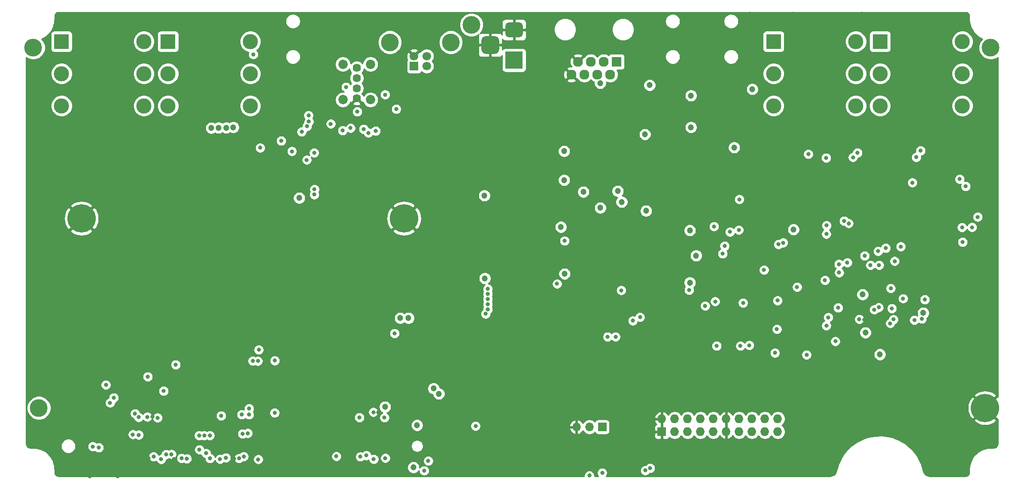
<source format=gbr>
G04 #@! TF.GenerationSoftware,KiCad,Pcbnew,5.1.8-db9833491~87~ubuntu20.04.1*
G04 #@! TF.CreationDate,2021-03-05T18:38:31+01:00*
G04 #@! TF.ProjectId,bottom-board,626f7474-6f6d-42d6-926f-6172642e6b69,rev?*
G04 #@! TF.SameCoordinates,Original*
G04 #@! TF.FileFunction,Copper,L3,Inr*
G04 #@! TF.FilePolarity,Positive*
%FSLAX46Y46*%
G04 Gerber Fmt 4.6, Leading zero omitted, Abs format (unit mm)*
G04 Created by KiCad (PCBNEW 5.1.8-db9833491~87~ubuntu20.04.1) date 2021-03-05 18:38:31*
%MOMM*%
%LPD*%
G01*
G04 APERTURE LIST*
G04 #@! TA.AperFunction,ComponentPad*
%ADD10R,1.700000X1.700000*%
G04 #@! TD*
G04 #@! TA.AperFunction,ComponentPad*
%ADD11O,1.700000X1.700000*%
G04 #@! TD*
G04 #@! TA.AperFunction,ComponentPad*
%ADD12O,1.727200X1.727200*%
G04 #@! TD*
G04 #@! TA.AperFunction,ComponentPad*
%ADD13R,1.727200X1.727200*%
G04 #@! TD*
G04 #@! TA.AperFunction,ComponentPad*
%ADD14C,3.500000*%
G04 #@! TD*
G04 #@! TA.AperFunction,ComponentPad*
%ADD15C,1.700000*%
G04 #@! TD*
G04 #@! TA.AperFunction,ComponentPad*
%ADD16C,5.600000*%
G04 #@! TD*
G04 #@! TA.AperFunction,ComponentPad*
%ADD17C,1.850000*%
G04 #@! TD*
G04 #@! TA.AperFunction,ComponentPad*
%ADD18C,1.620000*%
G04 #@! TD*
G04 #@! TA.AperFunction,ComponentPad*
%ADD19R,3.500000X3.500000*%
G04 #@! TD*
G04 #@! TA.AperFunction,ComponentPad*
%ADD20C,3.000000*%
G04 #@! TD*
G04 #@! TA.AperFunction,ComponentPad*
%ADD21R,3.000000X3.000000*%
G04 #@! TD*
G04 #@! TA.AperFunction,ComponentPad*
%ADD22R,1.960000X1.960000*%
G04 #@! TD*
G04 #@! TA.AperFunction,ComponentPad*
%ADD23C,1.960000*%
G04 #@! TD*
G04 #@! TA.AperFunction,ViaPad*
%ADD24C,1.200000*%
G04 #@! TD*
G04 #@! TA.AperFunction,ViaPad*
%ADD25C,0.800000*%
G04 #@! TD*
G04 #@! TA.AperFunction,Conductor*
%ADD26C,0.500000*%
G04 #@! TD*
G04 #@! TA.AperFunction,Conductor*
%ADD27C,0.254000*%
G04 #@! TD*
G04 #@! TA.AperFunction,Conductor*
%ADD28C,0.100000*%
G04 #@! TD*
G04 APERTURE END LIST*
D10*
X173710000Y-124490000D03*
D11*
X171170000Y-124490000D03*
X168630000Y-124490000D03*
D12*
X208320000Y-122890000D03*
X208320000Y-125430000D03*
X205780000Y-122890000D03*
X205780000Y-125430000D03*
X203240000Y-122890000D03*
X203240000Y-125430000D03*
X200700000Y-122890000D03*
X200700000Y-125430000D03*
X198160000Y-122890000D03*
X198160000Y-125430000D03*
X195620000Y-122890000D03*
X195620000Y-125430000D03*
X193080000Y-122890000D03*
X193080000Y-125430000D03*
X190540000Y-122890000D03*
X190540000Y-125430000D03*
X188000000Y-122890000D03*
X188000000Y-125430000D03*
X185460000Y-122890000D03*
D13*
X185460000Y-125430000D03*
D14*
X143856971Y-48589976D03*
X131816971Y-48589976D03*
D15*
X136586971Y-51299976D03*
X139086971Y-51299976D03*
X139086971Y-53299976D03*
D10*
X136586971Y-53299976D03*
D14*
X61507680Y-49627880D03*
X250310000Y-49630000D03*
X62610000Y-120730000D03*
D16*
X249207680Y-120727880D03*
D17*
X122565000Y-59925000D03*
X122565000Y-52925000D03*
X128005000Y-59925000D03*
D18*
X125285000Y-59655000D03*
D17*
X128005000Y-52925000D03*
D18*
X125285000Y-57655000D03*
X125285000Y-55655000D03*
X125285000Y-53655000D03*
D19*
X156330453Y-52130000D03*
G04 #@! TA.AperFunction,ComponentPad*
G36*
G01*
X155330453Y-44630000D02*
X157330453Y-44630000D01*
G75*
G02*
X158080453Y-45380000I0J-750000D01*
G01*
X158080453Y-46880000D01*
G75*
G02*
X157330453Y-47630000I-750000J0D01*
G01*
X155330453Y-47630000D01*
G75*
G02*
X154580453Y-46880000I0J750000D01*
G01*
X154580453Y-45380000D01*
G75*
G02*
X155330453Y-44630000I750000J0D01*
G01*
G37*
G04 #@! TD.AperFunction*
G04 #@! TA.AperFunction,ComponentPad*
G36*
G01*
X150755453Y-47380000D02*
X152505453Y-47380000D01*
G75*
G02*
X153380453Y-48255000I0J-875000D01*
G01*
X153380453Y-50005000D01*
G75*
G02*
X152505453Y-50880000I-875000J0D01*
G01*
X150755453Y-50880000D01*
G75*
G02*
X149880453Y-50005000I0J875000D01*
G01*
X149880453Y-48255000D01*
G75*
G02*
X150755453Y-47380000I875000J0D01*
G01*
G37*
G04 #@! TD.AperFunction*
D20*
X244715000Y-54780000D03*
X244715000Y-61130000D03*
X244715000Y-48430000D03*
X228485000Y-54780000D03*
X228485000Y-61130000D03*
D21*
X228485000Y-48430000D03*
D20*
X223715000Y-54780000D03*
X223715000Y-61130000D03*
X223715000Y-48430000D03*
X207485000Y-54780000D03*
X207485000Y-61130000D03*
D21*
X207485000Y-48430000D03*
D20*
X104315000Y-54780000D03*
X104315000Y-61130000D03*
X104315000Y-48430000D03*
X88085000Y-54780000D03*
X88085000Y-61130000D03*
D21*
X88085000Y-48430000D03*
D20*
X83315000Y-54780000D03*
X83315000Y-61130000D03*
X83315000Y-48430000D03*
X67085000Y-54780000D03*
X67085000Y-61130000D03*
D21*
X67085000Y-48430000D03*
D22*
X176535000Y-52410000D03*
D23*
X175265000Y-54950000D03*
X173995000Y-52410000D03*
X172725000Y-54950000D03*
X171455000Y-52410000D03*
X170185000Y-54950000D03*
X168915000Y-52410000D03*
X167645000Y-54950000D03*
D14*
X147910000Y-45130000D03*
D16*
X134607680Y-83337880D03*
X71007680Y-83337880D03*
D24*
X225050000Y-98350000D03*
D25*
X220418036Y-94031965D03*
X230825000Y-101100000D03*
X228100000Y-89800000D03*
D24*
X225600000Y-105875000D03*
D25*
X244200000Y-75575000D03*
X245375000Y-77000000D03*
X246625000Y-85075000D03*
X247750000Y-83050000D03*
X230600000Y-97125000D03*
X234844847Y-76280153D03*
X223150000Y-71275000D03*
X224050000Y-70400000D03*
X217850000Y-71400000D03*
X214350000Y-70650000D03*
D24*
X177550000Y-80100000D03*
D25*
X222025000Y-92050000D03*
X116930000Y-78640000D03*
X116960000Y-77590000D03*
X116890000Y-70390000D03*
X114439104Y-66243831D03*
X110390000Y-68025000D03*
X115480000Y-65170000D03*
X115860000Y-64230000D03*
X115790000Y-63000000D03*
X164800000Y-96250000D03*
X177450000Y-97525000D03*
X217620000Y-95550000D03*
X220375000Y-92375000D03*
X222300000Y-84313980D03*
X221391095Y-83834637D03*
X235250000Y-103400000D03*
X237300000Y-99350000D03*
X236708957Y-103164173D03*
X208455042Y-88444958D03*
X209381155Y-88124999D03*
X197843161Y-88775000D03*
X195750000Y-84925000D03*
X200625000Y-85625000D03*
X197450000Y-90300000D03*
X214000000Y-110250000D03*
X207750000Y-109875000D03*
X202700000Y-108375000D03*
X200950000Y-108500000D03*
X196275000Y-108500000D03*
X194000000Y-100600000D03*
X195975000Y-99725000D03*
X208150000Y-105200000D03*
X205600000Y-93500000D03*
X190825000Y-97475000D03*
X104900000Y-50975000D03*
X181150000Y-102825000D03*
X179725000Y-103525000D03*
X236490000Y-69970000D03*
X235610000Y-71270000D03*
X244770000Y-88000000D03*
X244660000Y-85099998D03*
X198890000Y-86000000D03*
X201480000Y-100010000D03*
X225450000Y-90710000D03*
X226605417Y-92564545D03*
X228297640Y-92559071D03*
D24*
X228460000Y-110180000D03*
D25*
X231370000Y-91770000D03*
D24*
X176770000Y-77950000D03*
X169990000Y-78100000D03*
X166190000Y-70080000D03*
X166190000Y-75780000D03*
D25*
X220210010Y-100969281D03*
D24*
X191200000Y-65350000D03*
X136475000Y-132475000D03*
X137200000Y-124150000D03*
X133870000Y-103014971D03*
X135490000Y-103014971D03*
X150470000Y-78820000D03*
X183050000Y-57050000D03*
X191200000Y-59090000D03*
X203300000Y-57840000D03*
X140444516Y-116905484D03*
X141475766Y-117936734D03*
D25*
X129025000Y-66075000D03*
D24*
X150560000Y-95160000D03*
X192225000Y-90675000D03*
D25*
X232575000Y-88900000D03*
X229600000Y-89200000D03*
X217900000Y-86425000D03*
X217950000Y-84725000D03*
D24*
X166275000Y-94275000D03*
X237000000Y-102000000D03*
X211425000Y-85525000D03*
D25*
X200725000Y-79575010D03*
X115440000Y-71790000D03*
X106250000Y-69400000D03*
X233030000Y-99150000D03*
D24*
X165560000Y-85030000D03*
D25*
X166275000Y-87765000D03*
X219680000Y-107580000D03*
X224409053Y-103229053D03*
X130875000Y-58925000D03*
X124075000Y-65500000D03*
X105962347Y-109262347D03*
X105870000Y-130890000D03*
D24*
X182127463Y-66757463D03*
X199720000Y-69350000D03*
D25*
X132750000Y-106022976D03*
X84080000Y-114560000D03*
X87220000Y-117380000D03*
X75825000Y-116184683D03*
X130765640Y-122639760D03*
X127187055Y-130099989D03*
D24*
X130875000Y-120525000D03*
D25*
X130933722Y-130638662D03*
X127575000Y-66450000D03*
X105800000Y-111484981D03*
X102080000Y-130690000D03*
X126650000Y-65725000D03*
X104790000Y-111460000D03*
X103009060Y-130320067D03*
X133075000Y-61750000D03*
X77375000Y-118724306D03*
X122500000Y-66000000D03*
X74410000Y-128560000D03*
X123174990Y-57425000D03*
X76650000Y-119723644D03*
X73230000Y-128340011D03*
X120175000Y-64675000D03*
X125404998Y-62275000D03*
X171170000Y-134080000D03*
X173700000Y-133525059D03*
X90755151Y-130664963D03*
X104065000Y-120865369D03*
X91770000Y-130740000D03*
X104065000Y-122040000D03*
X176325000Y-106700000D03*
X218290000Y-102860000D03*
X174775000Y-106700000D03*
X217899847Y-104499847D03*
D24*
X173320000Y-56650000D03*
D25*
X230500000Y-104050000D03*
X227342767Y-101344459D03*
X228235138Y-100893151D03*
X231121396Y-103266501D03*
X109110000Y-121710000D03*
X139404142Y-131185858D03*
X126009230Y-130351539D03*
X109130000Y-111390000D03*
D24*
X182675000Y-87100000D03*
D25*
X177525000Y-67675000D03*
D24*
X188200000Y-59650000D03*
X187770000Y-63270000D03*
D25*
X132720000Y-122850000D03*
X72850000Y-130920000D03*
X77340000Y-130950000D03*
X117450000Y-122300000D03*
X94340000Y-130880000D03*
X101060000Y-130770000D03*
X105560000Y-132440000D03*
X114850000Y-130810000D03*
X84210000Y-130650000D03*
X89280000Y-130810000D03*
X113170000Y-111070000D03*
X72630000Y-126440000D03*
X168000000Y-58500000D03*
X83250000Y-117000000D03*
D24*
X147300000Y-83000000D03*
X154100000Y-71800000D03*
D25*
X88835000Y-118000000D03*
X225407470Y-103332470D03*
D24*
X181600000Y-90925000D03*
D25*
X121870000Y-61720000D03*
D24*
X179280000Y-94420000D03*
D25*
X119000000Y-45500000D03*
X122580000Y-130340000D03*
X126740000Y-121760000D03*
X62390000Y-112710000D03*
X62280000Y-61360000D03*
D24*
X166010000Y-63310000D03*
X200910000Y-67660000D03*
D25*
X82800000Y-128720000D03*
X85037834Y-122459479D03*
X97080000Y-122280000D03*
X129579020Y-121610674D03*
D24*
X141460000Y-120730000D03*
X147350000Y-123130000D03*
X146100000Y-127050000D03*
D25*
X154140000Y-122370000D03*
X156510000Y-124610000D03*
X154020000Y-124720000D03*
X62390000Y-98130000D03*
X62390000Y-84170000D03*
X62390000Y-70030000D03*
X63920000Y-53920000D03*
X70220000Y-43820000D03*
X84180000Y-43640000D03*
X98880000Y-43480000D03*
X111150000Y-43270000D03*
X118460000Y-43420000D03*
X132730000Y-43300000D03*
X145760000Y-43250000D03*
X162590000Y-43260000D03*
X171490000Y-43280000D03*
X192910000Y-43340000D03*
X202870000Y-42940000D03*
X211450000Y-42950000D03*
X224890000Y-42920000D03*
X238840000Y-43000000D03*
X246540000Y-46620000D03*
X250910000Y-53610000D03*
X251250000Y-65030000D03*
X251260000Y-75960000D03*
X251240000Y-88950000D03*
X251200000Y-102700000D03*
X245550000Y-133730000D03*
X238260000Y-133760000D03*
X228140000Y-125600000D03*
X219310000Y-133720000D03*
X206620000Y-133850000D03*
X193510000Y-133840000D03*
X178280000Y-133950000D03*
X66470000Y-133540000D03*
X62380000Y-117810000D03*
X62370000Y-127800000D03*
X142869920Y-105067100D03*
X143065716Y-110179904D03*
X151350980Y-113510060D03*
X161305240Y-113398300D03*
X151792940Y-103223060D03*
X177586640Y-103578001D03*
X196763640Y-72245220D03*
X196697600Y-76801980D03*
X191432180Y-83571080D03*
X183291480Y-80208120D03*
X184089040Y-72819260D03*
X190281560Y-71361300D03*
X184266840Y-69235320D03*
X193377820Y-69334380D03*
X201757280Y-63141860D03*
X201112120Y-54932580D03*
X193893440Y-45593000D03*
X193565780Y-50294540D03*
X190784480Y-47774860D03*
X190200280Y-55148480D03*
X184917080Y-55885080D03*
X179448460Y-52567840D03*
X181952900Y-64731900D03*
X211889340Y-120888760D03*
X229410260Y-120285019D03*
X243799360Y-107403900D03*
X245518940Y-94482920D03*
X156735780Y-120266460D03*
X163136580Y-126560580D03*
X174048420Y-120362980D03*
X131900000Y-114475260D03*
X160591500Y-128010010D03*
X69024500Y-69717920D03*
X74810620Y-66796920D03*
X92626180Y-66339777D03*
X98143060Y-75742800D03*
X105610660Y-83085940D03*
X110182660Y-90484960D03*
X110314740Y-99661980D03*
X101391720Y-108531660D03*
X83868260Y-108473240D03*
X75852020Y-114579400D03*
X68894960Y-107942380D03*
X68818760Y-95483680D03*
X120837960Y-107797600D03*
X127269240Y-103088440D03*
X135488680Y-101526340D03*
X131084320Y-99350000D03*
X120484900Y-99451160D03*
X115325040Y-95432880D03*
X113700560Y-104879140D03*
X107708700Y-111203740D03*
X140652500Y-59344560D03*
X140284200Y-66626740D03*
X134366000Y-79115920D03*
X124335540Y-87381080D03*
X121754900Y-78440280D03*
X123746260Y-68557140D03*
X131554220Y-67401440D03*
X136362440Y-63703200D03*
X111113660Y-121882840D03*
X72645360Y-134229907D03*
X78182560Y-134229823D03*
X132911940Y-130808400D03*
X208280000Y-99550001D03*
X212125000Y-96875000D03*
D24*
X96619926Y-65489777D03*
D25*
X150725000Y-102175000D03*
D24*
X113950000Y-79300000D03*
D25*
X151137999Y-98250000D03*
X112500000Y-70100000D03*
X151137999Y-97249997D03*
X82290000Y-122570000D03*
X82300000Y-126060000D03*
X183150000Y-132625039D03*
X95590000Y-129690000D03*
X95210000Y-126170011D03*
X182196317Y-133075049D03*
X96350000Y-130690000D03*
X96320000Y-126170011D03*
X99480000Y-130560000D03*
X103800000Y-125720000D03*
X102770000Y-125839979D03*
X98330000Y-130820000D03*
X81565000Y-121852261D03*
X81150000Y-125980000D03*
X102600003Y-122035000D03*
X98570000Y-122270000D03*
X87683914Y-129926086D03*
X89600000Y-112209981D03*
X121273806Y-130275000D03*
X125825000Y-122605000D03*
X84000000Y-122500000D03*
X88757653Y-129877653D03*
X85230000Y-130340000D03*
X86740000Y-130870000D03*
X86013480Y-122678836D03*
D24*
X100950000Y-65350000D03*
D25*
X151137999Y-99250000D03*
D24*
X98057739Y-65442664D03*
D25*
X151137999Y-101264268D03*
X94270000Y-128970039D03*
X94210000Y-126170011D03*
D24*
X173325000Y-81250000D03*
X182350063Y-81850000D03*
X190975000Y-85699990D03*
X190975000Y-96000000D03*
X99550000Y-65450000D03*
D25*
X151137999Y-100264265D03*
X128635000Y-130840000D03*
X128579574Y-121577316D03*
X138580000Y-133100000D03*
X148720000Y-124310000D03*
D26*
X65030001Y-52809999D02*
X65030001Y-52759999D01*
X63920000Y-53920000D02*
X65030001Y-52809999D01*
X65030001Y-52759999D02*
X66200000Y-51590000D01*
X66200000Y-51590000D02*
X67860002Y-51590000D01*
X67860002Y-51590000D02*
X69830000Y-51590000D01*
X70220000Y-51200000D02*
X70220000Y-43820000D01*
X69830000Y-51590000D02*
X70220000Y-51200000D01*
D27*
X245457902Y-42683026D02*
X245600178Y-42725982D01*
X245731392Y-42795750D01*
X245846561Y-42889680D01*
X245941291Y-43004187D01*
X246011976Y-43134916D01*
X246055922Y-43276883D01*
X246075000Y-43458401D01*
X246075000Y-44066105D01*
X246078262Y-44099229D01*
X246078110Y-44121050D01*
X246079111Y-44131263D01*
X246150513Y-44810602D01*
X246163917Y-44875897D01*
X246176392Y-44941294D01*
X246179357Y-44951118D01*
X246381349Y-45603650D01*
X246407188Y-45665118D01*
X246432120Y-45726827D01*
X246436937Y-45735889D01*
X246761826Y-46336759D01*
X246799106Y-46392029D01*
X246835555Y-46447729D01*
X246842037Y-46455676D01*
X246842041Y-46455682D01*
X246842046Y-46455687D01*
X247277453Y-46982005D01*
X247324760Y-47028983D01*
X247371332Y-47076541D01*
X247379239Y-47083083D01*
X247908589Y-47514809D01*
X247964113Y-47551699D01*
X248019041Y-47589309D01*
X248028065Y-47594189D01*
X248028073Y-47594193D01*
X248631192Y-47914877D01*
X248646085Y-47921016D01*
X248457450Y-48109651D01*
X248196440Y-48500279D01*
X248016654Y-48934321D01*
X247925000Y-49395098D01*
X247925000Y-49864902D01*
X248016654Y-50325679D01*
X248196440Y-50759721D01*
X248457450Y-51150349D01*
X248789651Y-51482550D01*
X249180279Y-51743560D01*
X249614321Y-51923346D01*
X250075098Y-52015000D01*
X250544902Y-52015000D01*
X251005679Y-51923346D01*
X251439721Y-51743560D01*
X251675000Y-51586351D01*
X251675001Y-118526376D01*
X251624161Y-118491004D01*
X249387285Y-120727880D01*
X251624161Y-122964756D01*
X251675001Y-122929384D01*
X251675001Y-127794045D01*
X251656974Y-127977902D01*
X251614018Y-128120178D01*
X251544250Y-128251392D01*
X251450321Y-128366561D01*
X251335810Y-128461292D01*
X251205085Y-128531975D01*
X251063116Y-128575922D01*
X250881599Y-128595000D01*
X250273895Y-128595000D01*
X250240771Y-128598262D01*
X250218950Y-128598110D01*
X250208737Y-128599111D01*
X249529398Y-128670513D01*
X249464078Y-128683922D01*
X249398706Y-128696392D01*
X249388882Y-128699357D01*
X248736350Y-128901349D01*
X248674931Y-128927167D01*
X248613173Y-128952119D01*
X248604112Y-128956937D01*
X248003241Y-129281826D01*
X247947969Y-129319108D01*
X247892272Y-129355555D01*
X247884319Y-129362041D01*
X247357996Y-129797453D01*
X247311033Y-129844744D01*
X247263459Y-129891333D01*
X247256922Y-129899234D01*
X247256918Y-129899238D01*
X247256917Y-129899240D01*
X246825191Y-130428589D01*
X246788301Y-130484113D01*
X246750691Y-130539041D01*
X246745809Y-130548068D01*
X246425123Y-131151192D01*
X246399725Y-131212812D01*
X246373494Y-131274013D01*
X246370459Y-131283816D01*
X246173027Y-131937742D01*
X246160083Y-132003116D01*
X246146238Y-132068251D01*
X246145165Y-132078457D01*
X246078508Y-132758276D01*
X246075000Y-132793896D01*
X246075000Y-133394055D01*
X246056974Y-133577902D01*
X246014018Y-133720178D01*
X245944250Y-133851392D01*
X245850321Y-133966561D01*
X245735810Y-134061292D01*
X245605085Y-134131975D01*
X245463116Y-134175922D01*
X245281599Y-134195000D01*
X238279707Y-134195000D01*
X237998488Y-134167610D01*
X237762752Y-134096602D01*
X237545297Y-133981159D01*
X237354409Y-133825679D01*
X237197353Y-133636081D01*
X237080118Y-133419590D01*
X236994151Y-133142511D01*
X236904693Y-132756163D01*
X236897622Y-132733158D01*
X236892316Y-132709686D01*
X236885301Y-132687687D01*
X236525111Y-131616598D01*
X236509560Y-131579308D01*
X236495195Y-131541565D01*
X236485151Y-131520774D01*
X235977636Y-130511120D01*
X235956992Y-130476402D01*
X235937447Y-130441051D01*
X235924573Y-130421883D01*
X235279860Y-129493812D01*
X235254532Y-129462351D01*
X235230199Y-129430104D01*
X235214753Y-129412942D01*
X234445705Y-128584970D01*
X234416201Y-128557397D01*
X234387563Y-128528895D01*
X234369852Y-128514080D01*
X233491814Y-127802728D01*
X233458721Y-127779588D01*
X233426351Y-127755405D01*
X233406730Y-127743233D01*
X232437222Y-127162695D01*
X232401178Y-127144438D01*
X232365745Y-127125069D01*
X232344605Y-127115783D01*
X231302970Y-126677640D01*
X231264733Y-126664650D01*
X231226903Y-126650459D01*
X231204671Y-126644247D01*
X231204666Y-126644245D01*
X231204662Y-126644244D01*
X230111687Y-126357242D01*
X230071995Y-126349769D01*
X230032550Y-126341051D01*
X230009658Y-126338031D01*
X228887145Y-126207893D01*
X228846785Y-126206087D01*
X228806516Y-126203014D01*
X228783427Y-126203250D01*
X227653775Y-126232575D01*
X227613572Y-126236472D01*
X227573263Y-126239105D01*
X227550438Y-126242592D01*
X226436189Y-126430792D01*
X226396919Y-126440319D01*
X226357400Y-126448602D01*
X226335294Y-126455270D01*
X225258678Y-126798592D01*
X225221155Y-126813552D01*
X225183185Y-126827325D01*
X225162239Y-126837042D01*
X224144738Y-127328635D01*
X224109701Y-127348731D01*
X224074045Y-127367719D01*
X224054678Y-127380290D01*
X223116594Y-128010347D01*
X223084734Y-128035183D01*
X223052115Y-128059001D01*
X223034711Y-128074176D01*
X222194762Y-128830123D01*
X222166714Y-128859205D01*
X222137782Y-128887377D01*
X222122690Y-128904852D01*
X221397634Y-129771608D01*
X221373968Y-129804346D01*
X221349289Y-129836320D01*
X221336810Y-129855748D01*
X220741115Y-130816017D01*
X220722294Y-130851771D01*
X220702370Y-130886896D01*
X220692753Y-130907888D01*
X220238304Y-131942512D01*
X220224710Y-131980557D01*
X220209933Y-132018142D01*
X220203370Y-132040279D01*
X219901806Y-133119412D01*
X219811023Y-133414507D01*
X219694305Y-133631275D01*
X219537702Y-133821251D01*
X219347186Y-133977185D01*
X219130006Y-134093148D01*
X218894448Y-134164716D01*
X218614120Y-134192697D01*
X174495405Y-134193365D01*
X174503937Y-134184833D01*
X174617205Y-134015315D01*
X174695226Y-133826957D01*
X174735000Y-133626998D01*
X174735000Y-133423120D01*
X174695226Y-133223161D01*
X174617205Y-133034803D01*
X174575984Y-132973110D01*
X181161317Y-132973110D01*
X181161317Y-133176988D01*
X181201091Y-133376947D01*
X181279112Y-133565305D01*
X181392380Y-133734823D01*
X181536543Y-133878986D01*
X181706061Y-133992254D01*
X181894419Y-134070275D01*
X182094378Y-134110049D01*
X182298256Y-134110049D01*
X182498215Y-134070275D01*
X182686573Y-133992254D01*
X182856091Y-133878986D01*
X183000254Y-133734823D01*
X183050223Y-133660039D01*
X183251939Y-133660039D01*
X183451898Y-133620265D01*
X183640256Y-133542244D01*
X183809774Y-133428976D01*
X183953937Y-133284813D01*
X184067205Y-133115295D01*
X184145226Y-132926937D01*
X184185000Y-132726978D01*
X184185000Y-132523100D01*
X184145226Y-132323141D01*
X184067205Y-132134783D01*
X183953937Y-131965265D01*
X183809774Y-131821102D01*
X183640256Y-131707834D01*
X183451898Y-131629813D01*
X183251939Y-131590039D01*
X183048061Y-131590039D01*
X182848102Y-131629813D01*
X182659744Y-131707834D01*
X182490226Y-131821102D01*
X182346063Y-131965265D01*
X182296094Y-132040049D01*
X182094378Y-132040049D01*
X181894419Y-132079823D01*
X181706061Y-132157844D01*
X181536543Y-132271112D01*
X181392380Y-132415275D01*
X181279112Y-132584793D01*
X181201091Y-132773151D01*
X181161317Y-132973110D01*
X174575984Y-132973110D01*
X174503937Y-132865285D01*
X174359774Y-132721122D01*
X174190256Y-132607854D01*
X174001898Y-132529833D01*
X173801939Y-132490059D01*
X173598061Y-132490059D01*
X173398102Y-132529833D01*
X173209744Y-132607854D01*
X173040226Y-132721122D01*
X172896063Y-132865285D01*
X172782795Y-133034803D01*
X172704774Y-133223161D01*
X172665000Y-133423120D01*
X172665000Y-133626998D01*
X172704774Y-133826957D01*
X172782795Y-134015315D01*
X172896063Y-134184833D01*
X172904619Y-134193389D01*
X172202720Y-134193400D01*
X172205000Y-134181939D01*
X172205000Y-133978061D01*
X172165226Y-133778102D01*
X172087205Y-133589744D01*
X171973937Y-133420226D01*
X171829774Y-133276063D01*
X171660256Y-133162795D01*
X171471898Y-133084774D01*
X171271939Y-133045000D01*
X171068061Y-133045000D01*
X170868102Y-133084774D01*
X170679744Y-133162795D01*
X170510226Y-133276063D01*
X170366063Y-133420226D01*
X170252795Y-133589744D01*
X170174774Y-133778102D01*
X170135000Y-133978061D01*
X170135000Y-134181939D01*
X170137286Y-134193431D01*
X66545944Y-134195000D01*
X66362098Y-134176974D01*
X66219822Y-134134018D01*
X66088608Y-134064250D01*
X65973439Y-133970321D01*
X65878708Y-133855810D01*
X65808025Y-133725085D01*
X65764078Y-133583116D01*
X65745000Y-133401599D01*
X65745000Y-132793895D01*
X65741738Y-132760771D01*
X65741890Y-132738950D01*
X65740889Y-132728737D01*
X65701436Y-132353363D01*
X135240000Y-132353363D01*
X135240000Y-132596637D01*
X135287460Y-132835236D01*
X135380557Y-133059992D01*
X135515713Y-133262267D01*
X135687733Y-133434287D01*
X135890008Y-133569443D01*
X136114764Y-133662540D01*
X136353363Y-133710000D01*
X136596637Y-133710000D01*
X136835236Y-133662540D01*
X137059992Y-133569443D01*
X137262267Y-133434287D01*
X137434287Y-133262267D01*
X137545000Y-133096573D01*
X137545000Y-133201939D01*
X137584774Y-133401898D01*
X137662795Y-133590256D01*
X137776063Y-133759774D01*
X137920226Y-133903937D01*
X138089744Y-134017205D01*
X138278102Y-134095226D01*
X138478061Y-134135000D01*
X138681939Y-134135000D01*
X138881898Y-134095226D01*
X139070256Y-134017205D01*
X139239774Y-133903937D01*
X139383937Y-133759774D01*
X139497205Y-133590256D01*
X139575226Y-133401898D01*
X139615000Y-133201939D01*
X139615000Y-132998061D01*
X139575226Y-132798102D01*
X139497205Y-132609744D01*
X139383937Y-132440226D01*
X139239774Y-132296063D01*
X139070256Y-132182795D01*
X138881898Y-132104774D01*
X138681939Y-132065000D01*
X138478061Y-132065000D01*
X138278102Y-132104774D01*
X138089744Y-132182795D01*
X137920226Y-132296063D01*
X137776063Y-132440226D01*
X137710000Y-132539097D01*
X137710000Y-132353363D01*
X137662540Y-132114764D01*
X137569443Y-131890008D01*
X137434287Y-131687733D01*
X137262267Y-131515713D01*
X137059992Y-131380557D01*
X136835236Y-131287460D01*
X136596637Y-131240000D01*
X136353363Y-131240000D01*
X136114764Y-131287460D01*
X135890008Y-131380557D01*
X135687733Y-131515713D01*
X135515713Y-131687733D01*
X135380557Y-131890008D01*
X135287460Y-132114764D01*
X135240000Y-132353363D01*
X65701436Y-132353363D01*
X65669487Y-132049398D01*
X65656078Y-131984078D01*
X65643608Y-131918706D01*
X65640643Y-131908882D01*
X65438651Y-131256350D01*
X65412833Y-131194931D01*
X65387881Y-131133173D01*
X65383063Y-131124112D01*
X65058174Y-130523241D01*
X65020892Y-130467969D01*
X64984445Y-130412272D01*
X64977959Y-130404319D01*
X64840419Y-130238061D01*
X84195000Y-130238061D01*
X84195000Y-130441939D01*
X84234774Y-130641898D01*
X84312795Y-130830256D01*
X84426063Y-130999774D01*
X84570226Y-131143937D01*
X84739744Y-131257205D01*
X84928102Y-131335226D01*
X85128061Y-131375000D01*
X85331939Y-131375000D01*
X85531898Y-131335226D01*
X85720256Y-131257205D01*
X85767135Y-131225882D01*
X85822795Y-131360256D01*
X85936063Y-131529774D01*
X86080226Y-131673937D01*
X86249744Y-131787205D01*
X86438102Y-131865226D01*
X86638061Y-131905000D01*
X86841939Y-131905000D01*
X87041898Y-131865226D01*
X87230256Y-131787205D01*
X87399774Y-131673937D01*
X87543937Y-131529774D01*
X87657205Y-131360256D01*
X87735226Y-131171898D01*
X87775000Y-130971939D01*
X87775000Y-130961086D01*
X87785853Y-130961086D01*
X87985812Y-130921312D01*
X88174170Y-130843291D01*
X88257026Y-130787928D01*
X88267397Y-130794858D01*
X88455755Y-130872879D01*
X88655714Y-130912653D01*
X88859592Y-130912653D01*
X89059551Y-130872879D01*
X89247909Y-130794858D01*
X89417427Y-130681590D01*
X89535993Y-130563024D01*
X89720151Y-130563024D01*
X89720151Y-130766902D01*
X89759925Y-130966861D01*
X89837946Y-131155219D01*
X89951214Y-131324737D01*
X90095377Y-131468900D01*
X90264895Y-131582168D01*
X90453253Y-131660189D01*
X90653212Y-131699963D01*
X90857090Y-131699963D01*
X91057049Y-131660189D01*
X91197279Y-131602104D01*
X91279744Y-131657205D01*
X91468102Y-131735226D01*
X91668061Y-131775000D01*
X91871939Y-131775000D01*
X92071898Y-131735226D01*
X92260256Y-131657205D01*
X92429774Y-131543937D01*
X92573937Y-131399774D01*
X92687205Y-131230256D01*
X92765226Y-131041898D01*
X92805000Y-130841939D01*
X92805000Y-130638061D01*
X92765226Y-130438102D01*
X92687205Y-130249744D01*
X92573937Y-130080226D01*
X92429774Y-129936063D01*
X92260256Y-129822795D01*
X92071898Y-129744774D01*
X91871939Y-129705000D01*
X91668061Y-129705000D01*
X91468102Y-129744774D01*
X91327872Y-129802859D01*
X91245407Y-129747758D01*
X91057049Y-129669737D01*
X90857090Y-129629963D01*
X90653212Y-129629963D01*
X90453253Y-129669737D01*
X90264895Y-129747758D01*
X90095377Y-129861026D01*
X89951214Y-130005189D01*
X89837946Y-130174707D01*
X89759925Y-130363065D01*
X89720151Y-130563024D01*
X89535993Y-130563024D01*
X89561590Y-130537427D01*
X89674858Y-130367909D01*
X89752879Y-130179551D01*
X89792653Y-129979592D01*
X89792653Y-129775714D01*
X89752879Y-129575755D01*
X89674858Y-129387397D01*
X89561590Y-129217879D01*
X89417427Y-129073716D01*
X89247909Y-128960448D01*
X89059551Y-128882427D01*
X88987524Y-128868100D01*
X93235000Y-128868100D01*
X93235000Y-129071978D01*
X93274774Y-129271937D01*
X93352795Y-129460295D01*
X93466063Y-129629813D01*
X93610226Y-129773976D01*
X93779744Y-129887244D01*
X93968102Y-129965265D01*
X94168061Y-130005039D01*
X94371939Y-130005039D01*
X94571898Y-129965265D01*
X94588138Y-129958538D01*
X94594774Y-129991898D01*
X94672795Y-130180256D01*
X94786063Y-130349774D01*
X94930226Y-130493937D01*
X95099744Y-130607205D01*
X95288102Y-130685226D01*
X95315000Y-130690576D01*
X95315000Y-130791939D01*
X95354774Y-130991898D01*
X95432795Y-131180256D01*
X95546063Y-131349774D01*
X95690226Y-131493937D01*
X95859744Y-131607205D01*
X96048102Y-131685226D01*
X96248061Y-131725000D01*
X96451939Y-131725000D01*
X96651898Y-131685226D01*
X96840256Y-131607205D01*
X97009774Y-131493937D01*
X97153937Y-131349774D01*
X97267205Y-131180256D01*
X97320695Y-131051120D01*
X97334774Y-131121898D01*
X97412795Y-131310256D01*
X97526063Y-131479774D01*
X97670226Y-131623937D01*
X97839744Y-131737205D01*
X98028102Y-131815226D01*
X98228061Y-131855000D01*
X98431939Y-131855000D01*
X98631898Y-131815226D01*
X98820256Y-131737205D01*
X98989774Y-131623937D01*
X99093520Y-131520191D01*
X99178102Y-131555226D01*
X99378061Y-131595000D01*
X99581939Y-131595000D01*
X99781898Y-131555226D01*
X99970256Y-131477205D01*
X100139774Y-131363937D01*
X100283937Y-131219774D01*
X100397205Y-131050256D01*
X100475226Y-130861898D01*
X100515000Y-130661939D01*
X100515000Y-130588061D01*
X101045000Y-130588061D01*
X101045000Y-130791939D01*
X101084774Y-130991898D01*
X101162795Y-131180256D01*
X101276063Y-131349774D01*
X101420226Y-131493937D01*
X101589744Y-131607205D01*
X101778102Y-131685226D01*
X101978061Y-131725000D01*
X102181939Y-131725000D01*
X102381898Y-131685226D01*
X102570256Y-131607205D01*
X102739774Y-131493937D01*
X102883369Y-131350342D01*
X102907121Y-131355067D01*
X103110999Y-131355067D01*
X103310958Y-131315293D01*
X103499316Y-131237272D01*
X103668834Y-131124004D01*
X103812997Y-130979841D01*
X103926265Y-130810323D01*
X103935486Y-130788061D01*
X104835000Y-130788061D01*
X104835000Y-130991939D01*
X104874774Y-131191898D01*
X104952795Y-131380256D01*
X105066063Y-131549774D01*
X105210226Y-131693937D01*
X105379744Y-131807205D01*
X105568102Y-131885226D01*
X105768061Y-131925000D01*
X105971939Y-131925000D01*
X106171898Y-131885226D01*
X106360256Y-131807205D01*
X106529774Y-131693937D01*
X106673937Y-131549774D01*
X106787205Y-131380256D01*
X106865226Y-131191898D01*
X106905000Y-130991939D01*
X106905000Y-130788061D01*
X106865226Y-130588102D01*
X106787205Y-130399744D01*
X106673937Y-130230226D01*
X106616772Y-130173061D01*
X120238806Y-130173061D01*
X120238806Y-130376939D01*
X120278580Y-130576898D01*
X120356601Y-130765256D01*
X120469869Y-130934774D01*
X120614032Y-131078937D01*
X120783550Y-131192205D01*
X120971908Y-131270226D01*
X121171867Y-131310000D01*
X121375745Y-131310000D01*
X121575704Y-131270226D01*
X121764062Y-131192205D01*
X121933580Y-131078937D01*
X122077743Y-130934774D01*
X122191011Y-130765256D01*
X122269032Y-130576898D01*
X122308806Y-130376939D01*
X122308806Y-130249600D01*
X124974230Y-130249600D01*
X124974230Y-130453478D01*
X125014004Y-130653437D01*
X125092025Y-130841795D01*
X125205293Y-131011313D01*
X125349456Y-131155476D01*
X125518974Y-131268744D01*
X125707332Y-131346765D01*
X125907291Y-131386539D01*
X126111169Y-131386539D01*
X126311128Y-131346765D01*
X126499486Y-131268744D01*
X126669004Y-131155476D01*
X126774925Y-131049555D01*
X126885157Y-131095215D01*
X127085116Y-131134989D01*
X127288994Y-131134989D01*
X127488953Y-131095215D01*
X127619715Y-131041051D01*
X127639774Y-131141898D01*
X127717795Y-131330256D01*
X127831063Y-131499774D01*
X127975226Y-131643937D01*
X128144744Y-131757205D01*
X128333102Y-131835226D01*
X128533061Y-131875000D01*
X128736939Y-131875000D01*
X128936898Y-131835226D01*
X129125256Y-131757205D01*
X129294774Y-131643937D01*
X129438937Y-131499774D01*
X129552205Y-131330256D01*
X129630226Y-131141898D01*
X129670000Y-130941939D01*
X129670000Y-130738061D01*
X129630226Y-130538102D01*
X129629655Y-130536723D01*
X129898722Y-130536723D01*
X129898722Y-130740601D01*
X129938496Y-130940560D01*
X130016517Y-131128918D01*
X130129785Y-131298436D01*
X130273948Y-131442599D01*
X130443466Y-131555867D01*
X130631824Y-131633888D01*
X130831783Y-131673662D01*
X131035661Y-131673662D01*
X131235620Y-131633888D01*
X131423978Y-131555867D01*
X131593496Y-131442599D01*
X131737659Y-131298436D01*
X131850927Y-131128918D01*
X131869566Y-131083919D01*
X138369142Y-131083919D01*
X138369142Y-131287797D01*
X138408916Y-131487756D01*
X138486937Y-131676114D01*
X138600205Y-131845632D01*
X138744368Y-131989795D01*
X138913886Y-132103063D01*
X139102244Y-132181084D01*
X139302203Y-132220858D01*
X139506081Y-132220858D01*
X139706040Y-132181084D01*
X139894398Y-132103063D01*
X140063916Y-131989795D01*
X140208079Y-131845632D01*
X140321347Y-131676114D01*
X140399368Y-131487756D01*
X140439142Y-131287797D01*
X140439142Y-131083919D01*
X140399368Y-130883960D01*
X140321347Y-130695602D01*
X140208079Y-130526084D01*
X140063916Y-130381921D01*
X139894398Y-130268653D01*
X139706040Y-130190632D01*
X139506081Y-130150858D01*
X139302203Y-130150858D01*
X139102244Y-130190632D01*
X138913886Y-130268653D01*
X138744368Y-130381921D01*
X138600205Y-130526084D01*
X138486937Y-130695602D01*
X138408916Y-130883960D01*
X138369142Y-131083919D01*
X131869566Y-131083919D01*
X131928948Y-130940560D01*
X131968722Y-130740601D01*
X131968722Y-130536723D01*
X131928948Y-130336764D01*
X131850927Y-130148406D01*
X131737659Y-129978888D01*
X131593496Y-129834725D01*
X131423978Y-129721457D01*
X131235620Y-129643436D01*
X131035661Y-129603662D01*
X130831783Y-129603662D01*
X130631824Y-129643436D01*
X130443466Y-129721457D01*
X130273948Y-129834725D01*
X130129785Y-129978888D01*
X130016517Y-130148406D01*
X129938496Y-130336764D01*
X129898722Y-130536723D01*
X129629655Y-130536723D01*
X129552205Y-130349744D01*
X129438937Y-130180226D01*
X129294774Y-130036063D01*
X129125256Y-129922795D01*
X128936898Y-129844774D01*
X128736939Y-129805000D01*
X128533061Y-129805000D01*
X128333102Y-129844774D01*
X128202340Y-129898938D01*
X128182281Y-129798091D01*
X128104260Y-129609733D01*
X127990992Y-129440215D01*
X127846829Y-129296052D01*
X127677311Y-129182784D01*
X127488953Y-129104763D01*
X127288994Y-129064989D01*
X127085116Y-129064989D01*
X126885157Y-129104763D01*
X126696799Y-129182784D01*
X126527281Y-129296052D01*
X126421360Y-129401973D01*
X126311128Y-129356313D01*
X126111169Y-129316539D01*
X125907291Y-129316539D01*
X125707332Y-129356313D01*
X125518974Y-129434334D01*
X125349456Y-129547602D01*
X125205293Y-129691765D01*
X125092025Y-129861283D01*
X125014004Y-130049641D01*
X124974230Y-130249600D01*
X122308806Y-130249600D01*
X122308806Y-130173061D01*
X122269032Y-129973102D01*
X122191011Y-129784744D01*
X122077743Y-129615226D01*
X121933580Y-129471063D01*
X121764062Y-129357795D01*
X121575704Y-129279774D01*
X121375745Y-129240000D01*
X121171867Y-129240000D01*
X120971908Y-129279774D01*
X120783550Y-129357795D01*
X120614032Y-129471063D01*
X120469869Y-129615226D01*
X120356601Y-129784744D01*
X120278580Y-129973102D01*
X120238806Y-130173061D01*
X106616772Y-130173061D01*
X106529774Y-130086063D01*
X106360256Y-129972795D01*
X106171898Y-129894774D01*
X105971939Y-129855000D01*
X105768061Y-129855000D01*
X105568102Y-129894774D01*
X105379744Y-129972795D01*
X105210226Y-130086063D01*
X105066063Y-130230226D01*
X104952795Y-130399744D01*
X104874774Y-130588102D01*
X104835000Y-130788061D01*
X103935486Y-130788061D01*
X104004286Y-130621965D01*
X104044060Y-130422006D01*
X104044060Y-130218128D01*
X104004286Y-130018169D01*
X103926265Y-129829811D01*
X103812997Y-129660293D01*
X103668834Y-129516130D01*
X103499316Y-129402862D01*
X103310958Y-129324841D01*
X103110999Y-129285067D01*
X102907121Y-129285067D01*
X102707162Y-129324841D01*
X102518804Y-129402862D01*
X102349286Y-129516130D01*
X102205691Y-129659725D01*
X102181939Y-129655000D01*
X101978061Y-129655000D01*
X101778102Y-129694774D01*
X101589744Y-129772795D01*
X101420226Y-129886063D01*
X101276063Y-130030226D01*
X101162795Y-130199744D01*
X101084774Y-130388102D01*
X101045000Y-130588061D01*
X100515000Y-130588061D01*
X100515000Y-130458061D01*
X100475226Y-130258102D01*
X100397205Y-130069744D01*
X100283937Y-129900226D01*
X100139774Y-129756063D01*
X99970256Y-129642795D01*
X99781898Y-129564774D01*
X99581939Y-129525000D01*
X99378061Y-129525000D01*
X99178102Y-129564774D01*
X98989744Y-129642795D01*
X98820226Y-129756063D01*
X98716480Y-129859809D01*
X98631898Y-129824774D01*
X98431939Y-129785000D01*
X98228061Y-129785000D01*
X98028102Y-129824774D01*
X97839744Y-129902795D01*
X97670226Y-130016063D01*
X97526063Y-130160226D01*
X97412795Y-130329744D01*
X97359305Y-130458880D01*
X97345226Y-130388102D01*
X97267205Y-130199744D01*
X97153937Y-130030226D01*
X97009774Y-129886063D01*
X96840256Y-129772795D01*
X96651898Y-129694774D01*
X96625000Y-129689424D01*
X96625000Y-129588061D01*
X96585226Y-129388102D01*
X96507205Y-129199744D01*
X96393937Y-129030226D01*
X96249774Y-128886063D01*
X96080256Y-128772795D01*
X95891898Y-128694774D01*
X95691939Y-128655000D01*
X95488061Y-128655000D01*
X95288102Y-128694774D01*
X95271862Y-128701501D01*
X95265226Y-128668141D01*
X95187205Y-128479783D01*
X95073937Y-128310265D01*
X94929774Y-128166102D01*
X94891945Y-128140825D01*
X136000000Y-128140825D01*
X136000000Y-128379175D01*
X136046499Y-128612944D01*
X136137712Y-128833150D01*
X136270131Y-129031330D01*
X136438670Y-129199869D01*
X136636850Y-129332288D01*
X136857056Y-129423501D01*
X137090825Y-129470000D01*
X137329175Y-129470000D01*
X137562944Y-129423501D01*
X137783150Y-129332288D01*
X137981330Y-129199869D01*
X138149869Y-129031330D01*
X138282288Y-128833150D01*
X138373501Y-128612944D01*
X138420000Y-128379175D01*
X138420000Y-128140825D01*
X138373501Y-127907056D01*
X138282288Y-127686850D01*
X138149869Y-127488670D01*
X137981330Y-127320131D01*
X137783150Y-127187712D01*
X137562944Y-127096499D01*
X137329175Y-127050000D01*
X137090825Y-127050000D01*
X136857056Y-127096499D01*
X136636850Y-127187712D01*
X136438670Y-127320131D01*
X136270131Y-127488670D01*
X136137712Y-127686850D01*
X136046499Y-127907056D01*
X136000000Y-128140825D01*
X94891945Y-128140825D01*
X94760256Y-128052834D01*
X94571898Y-127974813D01*
X94371939Y-127935039D01*
X94168061Y-127935039D01*
X93968102Y-127974813D01*
X93779744Y-128052834D01*
X93610226Y-128166102D01*
X93466063Y-128310265D01*
X93352795Y-128479783D01*
X93274774Y-128668141D01*
X93235000Y-128868100D01*
X88987524Y-128868100D01*
X88859592Y-128842653D01*
X88655714Y-128842653D01*
X88455755Y-128882427D01*
X88267397Y-128960448D01*
X88184541Y-129015811D01*
X88174170Y-129008881D01*
X87985812Y-128930860D01*
X87785853Y-128891086D01*
X87581975Y-128891086D01*
X87382016Y-128930860D01*
X87193658Y-129008881D01*
X87024140Y-129122149D01*
X86879977Y-129266312D01*
X86766709Y-129435830D01*
X86688688Y-129624188D01*
X86648914Y-129824147D01*
X86648914Y-129835000D01*
X86638061Y-129835000D01*
X86438102Y-129874774D01*
X86249744Y-129952795D01*
X86202865Y-129984118D01*
X86147205Y-129849744D01*
X86033937Y-129680226D01*
X85889774Y-129536063D01*
X85720256Y-129422795D01*
X85531898Y-129344774D01*
X85331939Y-129305000D01*
X85128061Y-129305000D01*
X84928102Y-129344774D01*
X84739744Y-129422795D01*
X84570226Y-129536063D01*
X84426063Y-129680226D01*
X84312795Y-129849744D01*
X84234774Y-130038102D01*
X84195000Y-130238061D01*
X64840419Y-130238061D01*
X64542547Y-129877996D01*
X64495256Y-129831033D01*
X64448667Y-129783459D01*
X64440766Y-129776922D01*
X64440762Y-129776918D01*
X64440758Y-129776915D01*
X63911411Y-129345191D01*
X63855887Y-129308301D01*
X63800959Y-129270691D01*
X63791932Y-129265809D01*
X63188808Y-128945123D01*
X63127188Y-128919725D01*
X63065987Y-128893494D01*
X63056188Y-128890460D01*
X63056182Y-128890458D01*
X62402258Y-128693027D01*
X62336884Y-128680083D01*
X62271749Y-128666238D01*
X62261545Y-128665165D01*
X62261543Y-128665165D01*
X61581724Y-128598508D01*
X61581723Y-128598508D01*
X61546105Y-128595000D01*
X60945945Y-128595000D01*
X60762098Y-128576974D01*
X60619822Y-128534018D01*
X60488608Y-128464250D01*
X60373439Y-128370321D01*
X60278708Y-128255810D01*
X60208025Y-128125085D01*
X60205276Y-128116203D01*
X66950000Y-128116203D01*
X66950000Y-128403797D01*
X67006107Y-128685866D01*
X67116165Y-128951569D01*
X67275944Y-129190696D01*
X67479304Y-129394056D01*
X67718431Y-129553835D01*
X67984134Y-129663893D01*
X68266203Y-129720000D01*
X68553797Y-129720000D01*
X68835866Y-129663893D01*
X69101569Y-129553835D01*
X69340696Y-129394056D01*
X69544056Y-129190696D01*
X69703835Y-128951569D01*
X69813893Y-128685866D01*
X69870000Y-128403797D01*
X69870000Y-128238072D01*
X72195000Y-128238072D01*
X72195000Y-128441950D01*
X72234774Y-128641909D01*
X72312795Y-128830267D01*
X72426063Y-128999785D01*
X72570226Y-129143948D01*
X72739744Y-129257216D01*
X72928102Y-129335237D01*
X73128061Y-129375011D01*
X73331939Y-129375011D01*
X73531898Y-129335237D01*
X73665985Y-129279696D01*
X73750226Y-129363937D01*
X73919744Y-129477205D01*
X74108102Y-129555226D01*
X74308061Y-129595000D01*
X74511939Y-129595000D01*
X74711898Y-129555226D01*
X74900256Y-129477205D01*
X75069774Y-129363937D01*
X75213937Y-129219774D01*
X75327205Y-129050256D01*
X75405226Y-128861898D01*
X75445000Y-128661939D01*
X75445000Y-128458061D01*
X75405226Y-128258102D01*
X75327205Y-128069744D01*
X75213937Y-127900226D01*
X75069774Y-127756063D01*
X74900256Y-127642795D01*
X74711898Y-127564774D01*
X74511939Y-127525000D01*
X74308061Y-127525000D01*
X74108102Y-127564774D01*
X73974015Y-127620315D01*
X73889774Y-127536074D01*
X73720256Y-127422806D01*
X73531898Y-127344785D01*
X73331939Y-127305011D01*
X73128061Y-127305011D01*
X72928102Y-127344785D01*
X72739744Y-127422806D01*
X72570226Y-127536074D01*
X72426063Y-127680237D01*
X72312795Y-127849755D01*
X72234774Y-128038113D01*
X72195000Y-128238072D01*
X69870000Y-128238072D01*
X69870000Y-128116203D01*
X69813893Y-127834134D01*
X69703835Y-127568431D01*
X69544056Y-127329304D01*
X69340696Y-127125944D01*
X69101569Y-126966165D01*
X68835866Y-126856107D01*
X68553797Y-126800000D01*
X68266203Y-126800000D01*
X67984134Y-126856107D01*
X67718431Y-126966165D01*
X67479304Y-127125944D01*
X67275944Y-127329304D01*
X67116165Y-127568431D01*
X67006107Y-127834134D01*
X66950000Y-128116203D01*
X60205276Y-128116203D01*
X60164078Y-127983116D01*
X60145000Y-127801599D01*
X60145000Y-125878061D01*
X80115000Y-125878061D01*
X80115000Y-126081939D01*
X80154774Y-126281898D01*
X80232795Y-126470256D01*
X80346063Y-126639774D01*
X80490226Y-126783937D01*
X80659744Y-126897205D01*
X80848102Y-126975226D01*
X81048061Y-127015000D01*
X81251939Y-127015000D01*
X81451898Y-126975226D01*
X81640256Y-126897205D01*
X81665136Y-126880581D01*
X81809744Y-126977205D01*
X81998102Y-127055226D01*
X82198061Y-127095000D01*
X82401939Y-127095000D01*
X82601898Y-127055226D01*
X82790256Y-126977205D01*
X82959774Y-126863937D01*
X83103937Y-126719774D01*
X83217205Y-126550256D01*
X83295226Y-126361898D01*
X83335000Y-126161939D01*
X83335000Y-126068072D01*
X93175000Y-126068072D01*
X93175000Y-126271950D01*
X93214774Y-126471909D01*
X93292795Y-126660267D01*
X93406063Y-126829785D01*
X93550226Y-126973948D01*
X93719744Y-127087216D01*
X93908102Y-127165237D01*
X94108061Y-127205011D01*
X94311939Y-127205011D01*
X94511898Y-127165237D01*
X94700256Y-127087216D01*
X94710000Y-127080705D01*
X94719744Y-127087216D01*
X94908102Y-127165237D01*
X95108061Y-127205011D01*
X95311939Y-127205011D01*
X95511898Y-127165237D01*
X95700256Y-127087216D01*
X95765000Y-127043956D01*
X95829744Y-127087216D01*
X96018102Y-127165237D01*
X96218061Y-127205011D01*
X96421939Y-127205011D01*
X96621898Y-127165237D01*
X96810256Y-127087216D01*
X96979774Y-126973948D01*
X97123937Y-126829785D01*
X97237205Y-126660267D01*
X97315226Y-126471909D01*
X97355000Y-126271950D01*
X97355000Y-126068072D01*
X97315226Y-125868113D01*
X97261348Y-125738040D01*
X101735000Y-125738040D01*
X101735000Y-125941918D01*
X101774774Y-126141877D01*
X101852795Y-126330235D01*
X101966063Y-126499753D01*
X102110226Y-126643916D01*
X102279744Y-126757184D01*
X102468102Y-126835205D01*
X102668061Y-126874979D01*
X102871939Y-126874979D01*
X103071898Y-126835205D01*
X103260256Y-126757184D01*
X103390040Y-126670465D01*
X103498102Y-126715226D01*
X103698061Y-126755000D01*
X103901939Y-126755000D01*
X104101898Y-126715226D01*
X104290256Y-126637205D01*
X104459774Y-126523937D01*
X104603937Y-126379774D01*
X104661516Y-126293600D01*
X183958328Y-126293600D01*
X183970588Y-126418082D01*
X184006898Y-126537780D01*
X184065863Y-126648094D01*
X184145215Y-126744785D01*
X184241906Y-126824137D01*
X184352220Y-126883102D01*
X184471918Y-126919412D01*
X184596400Y-126931672D01*
X185174250Y-126928600D01*
X185333000Y-126769850D01*
X185333000Y-125557000D01*
X184120150Y-125557000D01*
X183961400Y-125715750D01*
X183958328Y-126293600D01*
X104661516Y-126293600D01*
X104717205Y-126210256D01*
X104795226Y-126021898D01*
X104835000Y-125821939D01*
X104835000Y-125618061D01*
X104795226Y-125418102D01*
X104717205Y-125229744D01*
X104603937Y-125060226D01*
X104459774Y-124916063D01*
X104290256Y-124802795D01*
X104101898Y-124724774D01*
X103901939Y-124685000D01*
X103698061Y-124685000D01*
X103498102Y-124724774D01*
X103309744Y-124802795D01*
X103179960Y-124889514D01*
X103071898Y-124844753D01*
X102871939Y-124804979D01*
X102668061Y-124804979D01*
X102468102Y-124844753D01*
X102279744Y-124922774D01*
X102110226Y-125036042D01*
X101966063Y-125180205D01*
X101852795Y-125349723D01*
X101774774Y-125538081D01*
X101735000Y-125738040D01*
X97261348Y-125738040D01*
X97237205Y-125679755D01*
X97123937Y-125510237D01*
X96979774Y-125366074D01*
X96810256Y-125252806D01*
X96621898Y-125174785D01*
X96421939Y-125135011D01*
X96218061Y-125135011D01*
X96018102Y-125174785D01*
X95829744Y-125252806D01*
X95765000Y-125296066D01*
X95700256Y-125252806D01*
X95511898Y-125174785D01*
X95311939Y-125135011D01*
X95108061Y-125135011D01*
X94908102Y-125174785D01*
X94719744Y-125252806D01*
X94710000Y-125259317D01*
X94700256Y-125252806D01*
X94511898Y-125174785D01*
X94311939Y-125135011D01*
X94108061Y-125135011D01*
X93908102Y-125174785D01*
X93719744Y-125252806D01*
X93550226Y-125366074D01*
X93406063Y-125510237D01*
X93292795Y-125679755D01*
X93214774Y-125868113D01*
X93175000Y-126068072D01*
X83335000Y-126068072D01*
X83335000Y-125958061D01*
X83295226Y-125758102D01*
X83217205Y-125569744D01*
X83103937Y-125400226D01*
X82959774Y-125256063D01*
X82790256Y-125142795D01*
X82601898Y-125064774D01*
X82401939Y-125025000D01*
X82198061Y-125025000D01*
X81998102Y-125064774D01*
X81809744Y-125142795D01*
X81784864Y-125159419D01*
X81640256Y-125062795D01*
X81451898Y-124984774D01*
X81251939Y-124945000D01*
X81048061Y-124945000D01*
X80848102Y-124984774D01*
X80659744Y-125062795D01*
X80490226Y-125176063D01*
X80346063Y-125320226D01*
X80232795Y-125489744D01*
X80154774Y-125678102D01*
X80115000Y-125878061D01*
X60145000Y-125878061D01*
X60145000Y-124028363D01*
X135965000Y-124028363D01*
X135965000Y-124271637D01*
X136012460Y-124510236D01*
X136105557Y-124734992D01*
X136240713Y-124937267D01*
X136412733Y-125109287D01*
X136615008Y-125244443D01*
X136839764Y-125337540D01*
X137078363Y-125385000D01*
X137321637Y-125385000D01*
X137560236Y-125337540D01*
X137784992Y-125244443D01*
X137987267Y-125109287D01*
X138159287Y-124937267D01*
X138294443Y-124734992D01*
X138387540Y-124510236D01*
X138435000Y-124271637D01*
X138435000Y-124208061D01*
X147685000Y-124208061D01*
X147685000Y-124411939D01*
X147724774Y-124611898D01*
X147802795Y-124800256D01*
X147916063Y-124969774D01*
X148060226Y-125113937D01*
X148229744Y-125227205D01*
X148418102Y-125305226D01*
X148618061Y-125345000D01*
X148821939Y-125345000D01*
X149021898Y-125305226D01*
X149210256Y-125227205D01*
X149379774Y-125113937D01*
X149523937Y-124969774D01*
X149606044Y-124846891D01*
X167188519Y-124846891D01*
X167285843Y-125121252D01*
X167434822Y-125371355D01*
X167629731Y-125587588D01*
X167863080Y-125761641D01*
X168125901Y-125886825D01*
X168273110Y-125931476D01*
X168503000Y-125810155D01*
X168503000Y-124617000D01*
X167309186Y-124617000D01*
X167188519Y-124846891D01*
X149606044Y-124846891D01*
X149637205Y-124800256D01*
X149715226Y-124611898D01*
X149755000Y-124411939D01*
X149755000Y-124208061D01*
X149740092Y-124133109D01*
X167188519Y-124133109D01*
X167309186Y-124363000D01*
X168503000Y-124363000D01*
X168503000Y-123169845D01*
X168757000Y-123169845D01*
X168757000Y-124363000D01*
X168777000Y-124363000D01*
X168777000Y-124617000D01*
X168757000Y-124617000D01*
X168757000Y-125810155D01*
X168986890Y-125931476D01*
X169134099Y-125886825D01*
X169396920Y-125761641D01*
X169630269Y-125587588D01*
X169825178Y-125371355D01*
X169894805Y-125254466D01*
X170016525Y-125436632D01*
X170223368Y-125643475D01*
X170466589Y-125805990D01*
X170736842Y-125917932D01*
X171023740Y-125975000D01*
X171316260Y-125975000D01*
X171603158Y-125917932D01*
X171873411Y-125805990D01*
X172116632Y-125643475D01*
X172248487Y-125511620D01*
X172270498Y-125584180D01*
X172329463Y-125694494D01*
X172408815Y-125791185D01*
X172505506Y-125870537D01*
X172615820Y-125929502D01*
X172735518Y-125965812D01*
X172860000Y-125978072D01*
X174560000Y-125978072D01*
X174684482Y-125965812D01*
X174804180Y-125929502D01*
X174914494Y-125870537D01*
X175011185Y-125791185D01*
X175090537Y-125694494D01*
X175149502Y-125584180D01*
X175185812Y-125464482D01*
X175198072Y-125340000D01*
X175198072Y-124566400D01*
X183958328Y-124566400D01*
X183961400Y-125144250D01*
X184120150Y-125303000D01*
X185333000Y-125303000D01*
X185333000Y-123017000D01*
X184125536Y-123017000D01*
X184005037Y-123249027D01*
X184103036Y-123525978D01*
X184253183Y-123778488D01*
X184414692Y-123957947D01*
X184352220Y-123976898D01*
X184241906Y-124035863D01*
X184145215Y-124115215D01*
X184065863Y-124211906D01*
X184006898Y-124322220D01*
X183970588Y-124441918D01*
X183958328Y-124566400D01*
X175198072Y-124566400D01*
X175198072Y-123640000D01*
X175185812Y-123515518D01*
X175149502Y-123395820D01*
X175090537Y-123285506D01*
X175011185Y-123188815D01*
X174914494Y-123109463D01*
X174804180Y-123050498D01*
X174684482Y-123014188D01*
X174560000Y-123001928D01*
X172860000Y-123001928D01*
X172735518Y-123014188D01*
X172615820Y-123050498D01*
X172505506Y-123109463D01*
X172408815Y-123188815D01*
X172329463Y-123285506D01*
X172270498Y-123395820D01*
X172248487Y-123468380D01*
X172116632Y-123336525D01*
X171873411Y-123174010D01*
X171603158Y-123062068D01*
X171316260Y-123005000D01*
X171023740Y-123005000D01*
X170736842Y-123062068D01*
X170466589Y-123174010D01*
X170223368Y-123336525D01*
X170016525Y-123543368D01*
X169894805Y-123725534D01*
X169825178Y-123608645D01*
X169630269Y-123392412D01*
X169396920Y-123218359D01*
X169134099Y-123093175D01*
X168986890Y-123048524D01*
X168757000Y-123169845D01*
X168503000Y-123169845D01*
X168273110Y-123048524D01*
X168125901Y-123093175D01*
X167863080Y-123218359D01*
X167629731Y-123392412D01*
X167434822Y-123608645D01*
X167285843Y-123858748D01*
X167188519Y-124133109D01*
X149740092Y-124133109D01*
X149715226Y-124008102D01*
X149637205Y-123819744D01*
X149523937Y-123650226D01*
X149379774Y-123506063D01*
X149210256Y-123392795D01*
X149021898Y-123314774D01*
X148821939Y-123275000D01*
X148618061Y-123275000D01*
X148418102Y-123314774D01*
X148229744Y-123392795D01*
X148060226Y-123506063D01*
X147916063Y-123650226D01*
X147802795Y-123819744D01*
X147724774Y-124008102D01*
X147685000Y-124208061D01*
X138435000Y-124208061D01*
X138435000Y-124028363D01*
X138387540Y-123789764D01*
X138294443Y-123565008D01*
X138159287Y-123362733D01*
X137987267Y-123190713D01*
X137784992Y-123055557D01*
X137560236Y-122962460D01*
X137321637Y-122915000D01*
X137078363Y-122915000D01*
X136839764Y-122962460D01*
X136615008Y-123055557D01*
X136412733Y-123190713D01*
X136240713Y-123362733D01*
X136105557Y-123565008D01*
X136012460Y-123789764D01*
X135965000Y-124028363D01*
X60145000Y-124028363D01*
X60145000Y-120495098D01*
X60225000Y-120495098D01*
X60225000Y-120964902D01*
X60316654Y-121425679D01*
X60496440Y-121859721D01*
X60757450Y-122250349D01*
X61089651Y-122582550D01*
X61480279Y-122843560D01*
X61914321Y-123023346D01*
X62375098Y-123115000D01*
X62844902Y-123115000D01*
X63305679Y-123023346D01*
X63739721Y-122843560D01*
X64130349Y-122582550D01*
X64462550Y-122250349D01*
X64723560Y-121859721D01*
X64768874Y-121750322D01*
X80530000Y-121750322D01*
X80530000Y-121954200D01*
X80569774Y-122154159D01*
X80647795Y-122342517D01*
X80761063Y-122512035D01*
X80905226Y-122656198D01*
X81074744Y-122769466D01*
X81263102Y-122847487D01*
X81291023Y-122853041D01*
X81294774Y-122871898D01*
X81372795Y-123060256D01*
X81486063Y-123229774D01*
X81630226Y-123373937D01*
X81799744Y-123487205D01*
X81988102Y-123565226D01*
X82188061Y-123605000D01*
X82391939Y-123605000D01*
X82591898Y-123565226D01*
X82780256Y-123487205D01*
X82949774Y-123373937D01*
X83093937Y-123229774D01*
X83168386Y-123118353D01*
X83196063Y-123159774D01*
X83340226Y-123303937D01*
X83509744Y-123417205D01*
X83698102Y-123495226D01*
X83898061Y-123535000D01*
X84101939Y-123535000D01*
X84301898Y-123495226D01*
X84490256Y-123417205D01*
X84659774Y-123303937D01*
X84803937Y-123159774D01*
X84917205Y-122990256D01*
X84986751Y-122822358D01*
X85018254Y-122980734D01*
X85096275Y-123169092D01*
X85209543Y-123338610D01*
X85353706Y-123482773D01*
X85523224Y-123596041D01*
X85711582Y-123674062D01*
X85911541Y-123713836D01*
X86115419Y-123713836D01*
X86315378Y-123674062D01*
X86503736Y-123596041D01*
X86673254Y-123482773D01*
X86817417Y-123338610D01*
X86930685Y-123169092D01*
X87008706Y-122980734D01*
X87048480Y-122780775D01*
X87048480Y-122576897D01*
X87008706Y-122376938D01*
X86930685Y-122188580D01*
X86916975Y-122168061D01*
X97535000Y-122168061D01*
X97535000Y-122371939D01*
X97574774Y-122571898D01*
X97652795Y-122760256D01*
X97766063Y-122929774D01*
X97910226Y-123073937D01*
X98079744Y-123187205D01*
X98268102Y-123265226D01*
X98468061Y-123305000D01*
X98671939Y-123305000D01*
X98871898Y-123265226D01*
X99060256Y-123187205D01*
X99229774Y-123073937D01*
X99373937Y-122929774D01*
X99487205Y-122760256D01*
X99565226Y-122571898D01*
X99605000Y-122371939D01*
X99605000Y-122168061D01*
X99565226Y-121968102D01*
X99550712Y-121933061D01*
X101565003Y-121933061D01*
X101565003Y-122136939D01*
X101604777Y-122336898D01*
X101682798Y-122525256D01*
X101796066Y-122694774D01*
X101940229Y-122838937D01*
X102109747Y-122952205D01*
X102298105Y-123030226D01*
X102498064Y-123070000D01*
X102701942Y-123070000D01*
X102901901Y-123030226D01*
X103090259Y-122952205D01*
X103259777Y-122838937D01*
X103330002Y-122768713D01*
X103405226Y-122843937D01*
X103574744Y-122957205D01*
X103763102Y-123035226D01*
X103963061Y-123075000D01*
X104166939Y-123075000D01*
X104366898Y-123035226D01*
X104555256Y-122957205D01*
X104724774Y-122843937D01*
X104868937Y-122699774D01*
X104982205Y-122530256D01*
X105060226Y-122341898D01*
X105100000Y-122141939D01*
X105100000Y-121938061D01*
X105060226Y-121738102D01*
X105006361Y-121608061D01*
X108075000Y-121608061D01*
X108075000Y-121811939D01*
X108114774Y-122011898D01*
X108192795Y-122200256D01*
X108306063Y-122369774D01*
X108450226Y-122513937D01*
X108619744Y-122627205D01*
X108808102Y-122705226D01*
X109008061Y-122745000D01*
X109211939Y-122745000D01*
X109411898Y-122705226D01*
X109600256Y-122627205D01*
X109769774Y-122513937D01*
X109780650Y-122503061D01*
X124790000Y-122503061D01*
X124790000Y-122706939D01*
X124829774Y-122906898D01*
X124907795Y-123095256D01*
X125021063Y-123264774D01*
X125165226Y-123408937D01*
X125334744Y-123522205D01*
X125523102Y-123600226D01*
X125723061Y-123640000D01*
X125926939Y-123640000D01*
X126126898Y-123600226D01*
X126315256Y-123522205D01*
X126484774Y-123408937D01*
X126628937Y-123264774D01*
X126742205Y-123095256D01*
X126820226Y-122906898D01*
X126860000Y-122706939D01*
X126860000Y-122503061D01*
X126820226Y-122303102D01*
X126742205Y-122114744D01*
X126628937Y-121945226D01*
X126484774Y-121801063D01*
X126315256Y-121687795D01*
X126126898Y-121609774D01*
X125926939Y-121570000D01*
X125723061Y-121570000D01*
X125523102Y-121609774D01*
X125334744Y-121687795D01*
X125165226Y-121801063D01*
X125021063Y-121945226D01*
X124907795Y-122114744D01*
X124829774Y-122303102D01*
X124790000Y-122503061D01*
X109780650Y-122503061D01*
X109913937Y-122369774D01*
X110027205Y-122200256D01*
X110105226Y-122011898D01*
X110145000Y-121811939D01*
X110145000Y-121608061D01*
X110118608Y-121475377D01*
X127544574Y-121475377D01*
X127544574Y-121679255D01*
X127584348Y-121879214D01*
X127662369Y-122067572D01*
X127775637Y-122237090D01*
X127919800Y-122381253D01*
X128089318Y-122494521D01*
X128277676Y-122572542D01*
X128477635Y-122612316D01*
X128681513Y-122612316D01*
X128881472Y-122572542D01*
X129069830Y-122494521D01*
X129239348Y-122381253D01*
X129383511Y-122237090D01*
X129496779Y-122067572D01*
X129574800Y-121879214D01*
X129614574Y-121679255D01*
X129614574Y-121475377D01*
X129574800Y-121275418D01*
X129496779Y-121087060D01*
X129383511Y-120917542D01*
X129239348Y-120773379D01*
X129069830Y-120660111D01*
X128881472Y-120582090D01*
X128681513Y-120542316D01*
X128477635Y-120542316D01*
X128277676Y-120582090D01*
X128089318Y-120660111D01*
X127919800Y-120773379D01*
X127775637Y-120917542D01*
X127662369Y-121087060D01*
X127584348Y-121275418D01*
X127544574Y-121475377D01*
X110118608Y-121475377D01*
X110105226Y-121408102D01*
X110027205Y-121219744D01*
X109913937Y-121050226D01*
X109769774Y-120906063D01*
X109600256Y-120792795D01*
X109411898Y-120714774D01*
X109211939Y-120675000D01*
X109008061Y-120675000D01*
X108808102Y-120714774D01*
X108619744Y-120792795D01*
X108450226Y-120906063D01*
X108306063Y-121050226D01*
X108192795Y-121219744D01*
X108114774Y-121408102D01*
X108075000Y-121608061D01*
X105006361Y-121608061D01*
X104982205Y-121549744D01*
X104917352Y-121452685D01*
X104982205Y-121355625D01*
X105060226Y-121167267D01*
X105100000Y-120967308D01*
X105100000Y-120763430D01*
X105060226Y-120563471D01*
X104993907Y-120403363D01*
X129640000Y-120403363D01*
X129640000Y-120646637D01*
X129687460Y-120885236D01*
X129780557Y-121109992D01*
X129915713Y-121312267D01*
X130087733Y-121484287D01*
X130290008Y-121619443D01*
X130407163Y-121667970D01*
X130275384Y-121722555D01*
X130105866Y-121835823D01*
X129961703Y-121979986D01*
X129848435Y-122149504D01*
X129770414Y-122337862D01*
X129730640Y-122537821D01*
X129730640Y-122741699D01*
X129770414Y-122941658D01*
X129848435Y-123130016D01*
X129961703Y-123299534D01*
X130105866Y-123443697D01*
X130275384Y-123556965D01*
X130463742Y-123634986D01*
X130663701Y-123674760D01*
X130867579Y-123674760D01*
X131067538Y-123634986D01*
X131255896Y-123556965D01*
X131425414Y-123443697D01*
X131569577Y-123299534D01*
X131682845Y-123130016D01*
X131760866Y-122941658D01*
X131800640Y-122741699D01*
X131800640Y-122537821D01*
X131799278Y-122530973D01*
X184005037Y-122530973D01*
X184125536Y-122763000D01*
X185333000Y-122763000D01*
X185333000Y-121556183D01*
X185587000Y-121556183D01*
X185587000Y-122763000D01*
X185607000Y-122763000D01*
X185607000Y-123017000D01*
X185587000Y-123017000D01*
X185587000Y-125303000D01*
X185607000Y-125303000D01*
X185607000Y-125557000D01*
X185587000Y-125557000D01*
X185587000Y-126769850D01*
X185745750Y-126928600D01*
X186323600Y-126931672D01*
X186448082Y-126919412D01*
X186567780Y-126883102D01*
X186678094Y-126824137D01*
X186774785Y-126744785D01*
X186854137Y-126648094D01*
X186913102Y-126537780D01*
X186930636Y-126479977D01*
X187044698Y-126594039D01*
X187290147Y-126758042D01*
X187562875Y-126871010D01*
X187852401Y-126928600D01*
X188147599Y-126928600D01*
X188437125Y-126871010D01*
X188709853Y-126758042D01*
X188955302Y-126594039D01*
X189164039Y-126385302D01*
X189270000Y-126226719D01*
X189375961Y-126385302D01*
X189584698Y-126594039D01*
X189830147Y-126758042D01*
X190102875Y-126871010D01*
X190392401Y-126928600D01*
X190687599Y-126928600D01*
X190977125Y-126871010D01*
X191249853Y-126758042D01*
X191495302Y-126594039D01*
X191704039Y-126385302D01*
X191810000Y-126226719D01*
X191915961Y-126385302D01*
X192124698Y-126594039D01*
X192370147Y-126758042D01*
X192642875Y-126871010D01*
X192932401Y-126928600D01*
X193227599Y-126928600D01*
X193517125Y-126871010D01*
X193789853Y-126758042D01*
X194035302Y-126594039D01*
X194244039Y-126385302D01*
X194350000Y-126226719D01*
X194455961Y-126385302D01*
X194664698Y-126594039D01*
X194910147Y-126758042D01*
X195182875Y-126871010D01*
X195472401Y-126928600D01*
X195767599Y-126928600D01*
X196057125Y-126871010D01*
X196329853Y-126758042D01*
X196575302Y-126594039D01*
X196784039Y-126385302D01*
X196894559Y-126219897D01*
X196953183Y-126318488D01*
X197149707Y-126536854D01*
X197385056Y-126712684D01*
X197650186Y-126839222D01*
X197800974Y-126884958D01*
X198033000Y-126763817D01*
X198033000Y-125557000D01*
X198013000Y-125557000D01*
X198013000Y-125303000D01*
X198033000Y-125303000D01*
X198033000Y-123017000D01*
X198013000Y-123017000D01*
X198013000Y-122763000D01*
X198033000Y-122763000D01*
X198033000Y-121556183D01*
X198287000Y-121556183D01*
X198287000Y-122763000D01*
X198307000Y-122763000D01*
X198307000Y-123017000D01*
X198287000Y-123017000D01*
X198287000Y-125303000D01*
X198307000Y-125303000D01*
X198307000Y-125557000D01*
X198287000Y-125557000D01*
X198287000Y-126763817D01*
X198519026Y-126884958D01*
X198669814Y-126839222D01*
X198934944Y-126712684D01*
X199170293Y-126536854D01*
X199366817Y-126318488D01*
X199425441Y-126219897D01*
X199535961Y-126385302D01*
X199744698Y-126594039D01*
X199990147Y-126758042D01*
X200262875Y-126871010D01*
X200552401Y-126928600D01*
X200847599Y-126928600D01*
X201137125Y-126871010D01*
X201409853Y-126758042D01*
X201655302Y-126594039D01*
X201864039Y-126385302D01*
X201970000Y-126226719D01*
X202075961Y-126385302D01*
X202284698Y-126594039D01*
X202530147Y-126758042D01*
X202802875Y-126871010D01*
X203092401Y-126928600D01*
X203387599Y-126928600D01*
X203677125Y-126871010D01*
X203949853Y-126758042D01*
X204195302Y-126594039D01*
X204404039Y-126385302D01*
X204510000Y-126226719D01*
X204615961Y-126385302D01*
X204824698Y-126594039D01*
X205070147Y-126758042D01*
X205342875Y-126871010D01*
X205632401Y-126928600D01*
X205927599Y-126928600D01*
X206217125Y-126871010D01*
X206489853Y-126758042D01*
X206735302Y-126594039D01*
X206944039Y-126385302D01*
X207050000Y-126226719D01*
X207155961Y-126385302D01*
X207364698Y-126594039D01*
X207610147Y-126758042D01*
X207882875Y-126871010D01*
X208172401Y-126928600D01*
X208467599Y-126928600D01*
X208757125Y-126871010D01*
X209029853Y-126758042D01*
X209275302Y-126594039D01*
X209484039Y-126385302D01*
X209648042Y-126139853D01*
X209761010Y-125867125D01*
X209818600Y-125577599D01*
X209818600Y-125282401D01*
X209761010Y-124992875D01*
X209648042Y-124720147D01*
X209484039Y-124474698D01*
X209275302Y-124265961D01*
X209116719Y-124160000D01*
X209275302Y-124054039D01*
X209484039Y-123845302D01*
X209648042Y-123599853D01*
X209761010Y-123327125D01*
X209797363Y-123144361D01*
X246970804Y-123144361D01*
X247282988Y-123593057D01*
X247878939Y-123913492D01*
X248525953Y-124111506D01*
X249199164Y-124179490D01*
X249872703Y-124114829D01*
X250520686Y-123920010D01*
X251118210Y-123602519D01*
X251132372Y-123593057D01*
X251444556Y-123144361D01*
X249207680Y-120907485D01*
X246970804Y-123144361D01*
X209797363Y-123144361D01*
X209818600Y-123037599D01*
X209818600Y-122742401D01*
X209761010Y-122452875D01*
X209648042Y-122180147D01*
X209484039Y-121934698D01*
X209275302Y-121725961D01*
X209029853Y-121561958D01*
X208757125Y-121448990D01*
X208467599Y-121391400D01*
X208172401Y-121391400D01*
X207882875Y-121448990D01*
X207610147Y-121561958D01*
X207364698Y-121725961D01*
X207155961Y-121934698D01*
X207050000Y-122093281D01*
X206944039Y-121934698D01*
X206735302Y-121725961D01*
X206489853Y-121561958D01*
X206217125Y-121448990D01*
X205927599Y-121391400D01*
X205632401Y-121391400D01*
X205342875Y-121448990D01*
X205070147Y-121561958D01*
X204824698Y-121725961D01*
X204615961Y-121934698D01*
X204510000Y-122093281D01*
X204404039Y-121934698D01*
X204195302Y-121725961D01*
X203949853Y-121561958D01*
X203677125Y-121448990D01*
X203387599Y-121391400D01*
X203092401Y-121391400D01*
X202802875Y-121448990D01*
X202530147Y-121561958D01*
X202284698Y-121725961D01*
X202075961Y-121934698D01*
X201970000Y-122093281D01*
X201864039Y-121934698D01*
X201655302Y-121725961D01*
X201409853Y-121561958D01*
X201137125Y-121448990D01*
X200847599Y-121391400D01*
X200552401Y-121391400D01*
X200262875Y-121448990D01*
X199990147Y-121561958D01*
X199744698Y-121725961D01*
X199535961Y-121934698D01*
X199425441Y-122100103D01*
X199366817Y-122001512D01*
X199170293Y-121783146D01*
X198934944Y-121607316D01*
X198669814Y-121480778D01*
X198519026Y-121435042D01*
X198287000Y-121556183D01*
X198033000Y-121556183D01*
X197800974Y-121435042D01*
X197650186Y-121480778D01*
X197385056Y-121607316D01*
X197149707Y-121783146D01*
X196953183Y-122001512D01*
X196894559Y-122100103D01*
X196784039Y-121934698D01*
X196575302Y-121725961D01*
X196329853Y-121561958D01*
X196057125Y-121448990D01*
X195767599Y-121391400D01*
X195472401Y-121391400D01*
X195182875Y-121448990D01*
X194910147Y-121561958D01*
X194664698Y-121725961D01*
X194455961Y-121934698D01*
X194350000Y-122093281D01*
X194244039Y-121934698D01*
X194035302Y-121725961D01*
X193789853Y-121561958D01*
X193517125Y-121448990D01*
X193227599Y-121391400D01*
X192932401Y-121391400D01*
X192642875Y-121448990D01*
X192370147Y-121561958D01*
X192124698Y-121725961D01*
X191915961Y-121934698D01*
X191810000Y-122093281D01*
X191704039Y-121934698D01*
X191495302Y-121725961D01*
X191249853Y-121561958D01*
X190977125Y-121448990D01*
X190687599Y-121391400D01*
X190392401Y-121391400D01*
X190102875Y-121448990D01*
X189830147Y-121561958D01*
X189584698Y-121725961D01*
X189375961Y-121934698D01*
X189270000Y-122093281D01*
X189164039Y-121934698D01*
X188955302Y-121725961D01*
X188709853Y-121561958D01*
X188437125Y-121448990D01*
X188147599Y-121391400D01*
X187852401Y-121391400D01*
X187562875Y-121448990D01*
X187290147Y-121561958D01*
X187044698Y-121725961D01*
X186835961Y-121934698D01*
X186725441Y-122100103D01*
X186666817Y-122001512D01*
X186470293Y-121783146D01*
X186234944Y-121607316D01*
X185969814Y-121480778D01*
X185819026Y-121435042D01*
X185587000Y-121556183D01*
X185333000Y-121556183D01*
X185100974Y-121435042D01*
X184950186Y-121480778D01*
X184685056Y-121607316D01*
X184449707Y-121783146D01*
X184253183Y-122001512D01*
X184103036Y-122254022D01*
X184005037Y-122530973D01*
X131799278Y-122530973D01*
X131760866Y-122337862D01*
X131682845Y-122149504D01*
X131569577Y-121979986D01*
X131425414Y-121835823D01*
X131255896Y-121722555D01*
X131232859Y-121713013D01*
X131235236Y-121712540D01*
X131459992Y-121619443D01*
X131662267Y-121484287D01*
X131834287Y-121312267D01*
X131969443Y-121109992D01*
X132062540Y-120885236D01*
X132095533Y-120719364D01*
X245756070Y-120719364D01*
X245820731Y-121392903D01*
X246015550Y-122040886D01*
X246333041Y-122638410D01*
X246342503Y-122652572D01*
X246791199Y-122964756D01*
X249028075Y-120727880D01*
X246791199Y-118491004D01*
X246342503Y-118803188D01*
X246022068Y-119399139D01*
X245824054Y-120046153D01*
X245756070Y-120719364D01*
X132095533Y-120719364D01*
X132110000Y-120646637D01*
X132110000Y-120403363D01*
X132062540Y-120164764D01*
X131969443Y-119940008D01*
X131834287Y-119737733D01*
X131662267Y-119565713D01*
X131459992Y-119430557D01*
X131235236Y-119337460D01*
X130996637Y-119290000D01*
X130753363Y-119290000D01*
X130514764Y-119337460D01*
X130290008Y-119430557D01*
X130087733Y-119565713D01*
X129915713Y-119737733D01*
X129780557Y-119940008D01*
X129687460Y-120164764D01*
X129640000Y-120403363D01*
X104993907Y-120403363D01*
X104982205Y-120375113D01*
X104868937Y-120205595D01*
X104724774Y-120061432D01*
X104555256Y-119948164D01*
X104366898Y-119870143D01*
X104166939Y-119830369D01*
X103963061Y-119830369D01*
X103763102Y-119870143D01*
X103574744Y-119948164D01*
X103405226Y-120061432D01*
X103261063Y-120205595D01*
X103147795Y-120375113D01*
X103069774Y-120563471D01*
X103030000Y-120763430D01*
X103030000Y-120967308D01*
X103057211Y-121104106D01*
X102901901Y-121039774D01*
X102701942Y-121000000D01*
X102498064Y-121000000D01*
X102298105Y-121039774D01*
X102109747Y-121117795D01*
X101940229Y-121231063D01*
X101796066Y-121375226D01*
X101682798Y-121544744D01*
X101604777Y-121733102D01*
X101565003Y-121933061D01*
X99550712Y-121933061D01*
X99487205Y-121779744D01*
X99373937Y-121610226D01*
X99229774Y-121466063D01*
X99060256Y-121352795D01*
X98871898Y-121274774D01*
X98671939Y-121235000D01*
X98468061Y-121235000D01*
X98268102Y-121274774D01*
X98079744Y-121352795D01*
X97910226Y-121466063D01*
X97766063Y-121610226D01*
X97652795Y-121779744D01*
X97574774Y-121968102D01*
X97535000Y-122168061D01*
X86916975Y-122168061D01*
X86817417Y-122019062D01*
X86673254Y-121874899D01*
X86503736Y-121761631D01*
X86315378Y-121683610D01*
X86115419Y-121643836D01*
X85911541Y-121643836D01*
X85711582Y-121683610D01*
X85523224Y-121761631D01*
X85353706Y-121874899D01*
X85209543Y-122019062D01*
X85096275Y-122188580D01*
X85026729Y-122356478D01*
X84995226Y-122198102D01*
X84917205Y-122009744D01*
X84803937Y-121840226D01*
X84659774Y-121696063D01*
X84490256Y-121582795D01*
X84301898Y-121504774D01*
X84101939Y-121465000D01*
X83898061Y-121465000D01*
X83698102Y-121504774D01*
X83509744Y-121582795D01*
X83340226Y-121696063D01*
X83196063Y-121840226D01*
X83121614Y-121951647D01*
X83093937Y-121910226D01*
X82949774Y-121766063D01*
X82780256Y-121652795D01*
X82591898Y-121574774D01*
X82563977Y-121569220D01*
X82560226Y-121550363D01*
X82482205Y-121362005D01*
X82368937Y-121192487D01*
X82224774Y-121048324D01*
X82055256Y-120935056D01*
X81866898Y-120857035D01*
X81666939Y-120817261D01*
X81463061Y-120817261D01*
X81263102Y-120857035D01*
X81074744Y-120935056D01*
X80905226Y-121048324D01*
X80761063Y-121192487D01*
X80647795Y-121362005D01*
X80569774Y-121550363D01*
X80530000Y-121750322D01*
X64768874Y-121750322D01*
X64903346Y-121425679D01*
X64995000Y-120964902D01*
X64995000Y-120495098D01*
X64903346Y-120034321D01*
X64732435Y-119621705D01*
X75615000Y-119621705D01*
X75615000Y-119825583D01*
X75654774Y-120025542D01*
X75732795Y-120213900D01*
X75846063Y-120383418D01*
X75990226Y-120527581D01*
X76159744Y-120640849D01*
X76348102Y-120718870D01*
X76548061Y-120758644D01*
X76751939Y-120758644D01*
X76951898Y-120718870D01*
X77140256Y-120640849D01*
X77309774Y-120527581D01*
X77453937Y-120383418D01*
X77567205Y-120213900D01*
X77645226Y-120025542D01*
X77685000Y-119825583D01*
X77685000Y-119716176D01*
X77865256Y-119641511D01*
X78034774Y-119528243D01*
X78178937Y-119384080D01*
X78292205Y-119214562D01*
X78370226Y-119026204D01*
X78410000Y-118826245D01*
X78410000Y-118622367D01*
X78370226Y-118422408D01*
X78292205Y-118234050D01*
X78178937Y-118064532D01*
X78034774Y-117920369D01*
X77865256Y-117807101D01*
X77676898Y-117729080D01*
X77476939Y-117689306D01*
X77273061Y-117689306D01*
X77073102Y-117729080D01*
X76884744Y-117807101D01*
X76715226Y-117920369D01*
X76571063Y-118064532D01*
X76457795Y-118234050D01*
X76379774Y-118422408D01*
X76340000Y-118622367D01*
X76340000Y-118731774D01*
X76159744Y-118806439D01*
X75990226Y-118919707D01*
X75846063Y-119063870D01*
X75732795Y-119233388D01*
X75654774Y-119421746D01*
X75615000Y-119621705D01*
X64732435Y-119621705D01*
X64723560Y-119600279D01*
X64462550Y-119209651D01*
X64130349Y-118877450D01*
X63739721Y-118616440D01*
X63305679Y-118436654D01*
X62844902Y-118345000D01*
X62375098Y-118345000D01*
X61914321Y-118436654D01*
X61480279Y-118616440D01*
X61089651Y-118877450D01*
X60757450Y-119209651D01*
X60496440Y-119600279D01*
X60316654Y-120034321D01*
X60225000Y-120495098D01*
X60145000Y-120495098D01*
X60145000Y-117278061D01*
X86185000Y-117278061D01*
X86185000Y-117481939D01*
X86224774Y-117681898D01*
X86302795Y-117870256D01*
X86416063Y-118039774D01*
X86560226Y-118183937D01*
X86729744Y-118297205D01*
X86918102Y-118375226D01*
X87118061Y-118415000D01*
X87321939Y-118415000D01*
X87521898Y-118375226D01*
X87710256Y-118297205D01*
X87879774Y-118183937D01*
X88023937Y-118039774D01*
X88137205Y-117870256D01*
X88215226Y-117681898D01*
X88255000Y-117481939D01*
X88255000Y-117278061D01*
X88215226Y-117078102D01*
X88137205Y-116889744D01*
X88066448Y-116783847D01*
X139209516Y-116783847D01*
X139209516Y-117027121D01*
X139256976Y-117265720D01*
X139350073Y-117490476D01*
X139485229Y-117692751D01*
X139657249Y-117864771D01*
X139859524Y-117999927D01*
X140084280Y-118093024D01*
X140254389Y-118126861D01*
X140288226Y-118296970D01*
X140381323Y-118521726D01*
X140516479Y-118724001D01*
X140688499Y-118896021D01*
X140890774Y-119031177D01*
X141115530Y-119124274D01*
X141354129Y-119171734D01*
X141597403Y-119171734D01*
X141836002Y-119124274D01*
X142060758Y-119031177D01*
X142263033Y-118896021D01*
X142435053Y-118724001D01*
X142570209Y-118521726D01*
X142657329Y-118311399D01*
X246970804Y-118311399D01*
X249207680Y-120548275D01*
X251444556Y-118311399D01*
X251132372Y-117862703D01*
X250536421Y-117542268D01*
X249889407Y-117344254D01*
X249216196Y-117276270D01*
X248542657Y-117340931D01*
X247894674Y-117535750D01*
X247297150Y-117853241D01*
X247282988Y-117862703D01*
X246970804Y-118311399D01*
X142657329Y-118311399D01*
X142663306Y-118296970D01*
X142710766Y-118058371D01*
X142710766Y-117815097D01*
X142663306Y-117576498D01*
X142570209Y-117351742D01*
X142435053Y-117149467D01*
X142263033Y-116977447D01*
X142060758Y-116842291D01*
X141836002Y-116749194D01*
X141665893Y-116715357D01*
X141632056Y-116545248D01*
X141538959Y-116320492D01*
X141403803Y-116118217D01*
X141231783Y-115946197D01*
X141029508Y-115811041D01*
X140804752Y-115717944D01*
X140566153Y-115670484D01*
X140322879Y-115670484D01*
X140084280Y-115717944D01*
X139859524Y-115811041D01*
X139657249Y-115946197D01*
X139485229Y-116118217D01*
X139350073Y-116320492D01*
X139256976Y-116545248D01*
X139209516Y-116783847D01*
X88066448Y-116783847D01*
X88023937Y-116720226D01*
X87879774Y-116576063D01*
X87710256Y-116462795D01*
X87521898Y-116384774D01*
X87321939Y-116345000D01*
X87118061Y-116345000D01*
X86918102Y-116384774D01*
X86729744Y-116462795D01*
X86560226Y-116576063D01*
X86416063Y-116720226D01*
X86302795Y-116889744D01*
X86224774Y-117078102D01*
X86185000Y-117278061D01*
X60145000Y-117278061D01*
X60145000Y-116082744D01*
X74790000Y-116082744D01*
X74790000Y-116286622D01*
X74829774Y-116486581D01*
X74907795Y-116674939D01*
X75021063Y-116844457D01*
X75165226Y-116988620D01*
X75334744Y-117101888D01*
X75523102Y-117179909D01*
X75723061Y-117219683D01*
X75926939Y-117219683D01*
X76126898Y-117179909D01*
X76315256Y-117101888D01*
X76484774Y-116988620D01*
X76628937Y-116844457D01*
X76742205Y-116674939D01*
X76820226Y-116486581D01*
X76860000Y-116286622D01*
X76860000Y-116082744D01*
X76820226Y-115882785D01*
X76742205Y-115694427D01*
X76628937Y-115524909D01*
X76484774Y-115380746D01*
X76315256Y-115267478D01*
X76126898Y-115189457D01*
X75926939Y-115149683D01*
X75723061Y-115149683D01*
X75523102Y-115189457D01*
X75334744Y-115267478D01*
X75165226Y-115380746D01*
X75021063Y-115524909D01*
X74907795Y-115694427D01*
X74829774Y-115882785D01*
X74790000Y-116082744D01*
X60145000Y-116082744D01*
X60145000Y-114458061D01*
X83045000Y-114458061D01*
X83045000Y-114661939D01*
X83084774Y-114861898D01*
X83162795Y-115050256D01*
X83276063Y-115219774D01*
X83420226Y-115363937D01*
X83589744Y-115477205D01*
X83778102Y-115555226D01*
X83978061Y-115595000D01*
X84181939Y-115595000D01*
X84381898Y-115555226D01*
X84570256Y-115477205D01*
X84739774Y-115363937D01*
X84883937Y-115219774D01*
X84997205Y-115050256D01*
X85075226Y-114861898D01*
X85115000Y-114661939D01*
X85115000Y-114458061D01*
X85075226Y-114258102D01*
X84997205Y-114069744D01*
X84883937Y-113900226D01*
X84739774Y-113756063D01*
X84570256Y-113642795D01*
X84381898Y-113564774D01*
X84181939Y-113525000D01*
X83978061Y-113525000D01*
X83778102Y-113564774D01*
X83589744Y-113642795D01*
X83420226Y-113756063D01*
X83276063Y-113900226D01*
X83162795Y-114069744D01*
X83084774Y-114258102D01*
X83045000Y-114458061D01*
X60145000Y-114458061D01*
X60145000Y-112108042D01*
X88565000Y-112108042D01*
X88565000Y-112311920D01*
X88604774Y-112511879D01*
X88682795Y-112700237D01*
X88796063Y-112869755D01*
X88940226Y-113013918D01*
X89109744Y-113127186D01*
X89298102Y-113205207D01*
X89498061Y-113244981D01*
X89701939Y-113244981D01*
X89901898Y-113205207D01*
X90090256Y-113127186D01*
X90259774Y-113013918D01*
X90403937Y-112869755D01*
X90517205Y-112700237D01*
X90595226Y-112511879D01*
X90635000Y-112311920D01*
X90635000Y-112108042D01*
X90595226Y-111908083D01*
X90517205Y-111719725D01*
X90403937Y-111550207D01*
X90259774Y-111406044D01*
X90187963Y-111358061D01*
X103755000Y-111358061D01*
X103755000Y-111561939D01*
X103794774Y-111761898D01*
X103872795Y-111950256D01*
X103986063Y-112119774D01*
X104130226Y-112263937D01*
X104299744Y-112377205D01*
X104488102Y-112455226D01*
X104688061Y-112495000D01*
X104891939Y-112495000D01*
X105091898Y-112455226D01*
X105275380Y-112379225D01*
X105309744Y-112402186D01*
X105498102Y-112480207D01*
X105698061Y-112519981D01*
X105901939Y-112519981D01*
X106101898Y-112480207D01*
X106290256Y-112402186D01*
X106459774Y-112288918D01*
X106603937Y-112144755D01*
X106717205Y-111975237D01*
X106795226Y-111786879D01*
X106835000Y-111586920D01*
X106835000Y-111383042D01*
X106816108Y-111288061D01*
X108095000Y-111288061D01*
X108095000Y-111491939D01*
X108134774Y-111691898D01*
X108212795Y-111880256D01*
X108326063Y-112049774D01*
X108470226Y-112193937D01*
X108639744Y-112307205D01*
X108828102Y-112385226D01*
X109028061Y-112425000D01*
X109231939Y-112425000D01*
X109431898Y-112385226D01*
X109620256Y-112307205D01*
X109789774Y-112193937D01*
X109933937Y-112049774D01*
X110047205Y-111880256D01*
X110125226Y-111691898D01*
X110165000Y-111491939D01*
X110165000Y-111288061D01*
X110125226Y-111088102D01*
X110047205Y-110899744D01*
X109933937Y-110730226D01*
X109789774Y-110586063D01*
X109620256Y-110472795D01*
X109431898Y-110394774D01*
X109231939Y-110355000D01*
X109028061Y-110355000D01*
X108828102Y-110394774D01*
X108639744Y-110472795D01*
X108470226Y-110586063D01*
X108326063Y-110730226D01*
X108212795Y-110899744D01*
X108134774Y-111088102D01*
X108095000Y-111288061D01*
X106816108Y-111288061D01*
X106795226Y-111183083D01*
X106717205Y-110994725D01*
X106603937Y-110825207D01*
X106459774Y-110681044D01*
X106290256Y-110567776D01*
X106101898Y-110489755D01*
X105901939Y-110449981D01*
X105698061Y-110449981D01*
X105498102Y-110489755D01*
X105314620Y-110565756D01*
X105280256Y-110542795D01*
X105091898Y-110464774D01*
X104891939Y-110425000D01*
X104688061Y-110425000D01*
X104488102Y-110464774D01*
X104299744Y-110542795D01*
X104130226Y-110656063D01*
X103986063Y-110800226D01*
X103872795Y-110969744D01*
X103794774Y-111158102D01*
X103755000Y-111358061D01*
X90187963Y-111358061D01*
X90090256Y-111292776D01*
X89901898Y-111214755D01*
X89701939Y-111174981D01*
X89498061Y-111174981D01*
X89298102Y-111214755D01*
X89109744Y-111292776D01*
X88940226Y-111406044D01*
X88796063Y-111550207D01*
X88682795Y-111719725D01*
X88604774Y-111908083D01*
X88565000Y-112108042D01*
X60145000Y-112108042D01*
X60145000Y-109160408D01*
X104927347Y-109160408D01*
X104927347Y-109364286D01*
X104967121Y-109564245D01*
X105045142Y-109752603D01*
X105158410Y-109922121D01*
X105302573Y-110066284D01*
X105472091Y-110179552D01*
X105660449Y-110257573D01*
X105860408Y-110297347D01*
X106064286Y-110297347D01*
X106264245Y-110257573D01*
X106452603Y-110179552D01*
X106622121Y-110066284D01*
X106766284Y-109922121D01*
X106865882Y-109773061D01*
X206715000Y-109773061D01*
X206715000Y-109976939D01*
X206754774Y-110176898D01*
X206832795Y-110365256D01*
X206946063Y-110534774D01*
X207090226Y-110678937D01*
X207259744Y-110792205D01*
X207448102Y-110870226D01*
X207648061Y-110910000D01*
X207851939Y-110910000D01*
X208051898Y-110870226D01*
X208240256Y-110792205D01*
X208409774Y-110678937D01*
X208553937Y-110534774D01*
X208667205Y-110365256D01*
X208745226Y-110176898D01*
X208750961Y-110148061D01*
X212965000Y-110148061D01*
X212965000Y-110351939D01*
X213004774Y-110551898D01*
X213082795Y-110740256D01*
X213196063Y-110909774D01*
X213340226Y-111053937D01*
X213509744Y-111167205D01*
X213698102Y-111245226D01*
X213898061Y-111285000D01*
X214101939Y-111285000D01*
X214301898Y-111245226D01*
X214490256Y-111167205D01*
X214659774Y-111053937D01*
X214803937Y-110909774D01*
X214917205Y-110740256D01*
X214995226Y-110551898D01*
X215035000Y-110351939D01*
X215035000Y-110148061D01*
X215017159Y-110058363D01*
X227225000Y-110058363D01*
X227225000Y-110301637D01*
X227272460Y-110540236D01*
X227365557Y-110764992D01*
X227500713Y-110967267D01*
X227672733Y-111139287D01*
X227875008Y-111274443D01*
X228099764Y-111367540D01*
X228338363Y-111415000D01*
X228581637Y-111415000D01*
X228820236Y-111367540D01*
X229044992Y-111274443D01*
X229247267Y-111139287D01*
X229419287Y-110967267D01*
X229554443Y-110764992D01*
X229647540Y-110540236D01*
X229695000Y-110301637D01*
X229695000Y-110058363D01*
X229647540Y-109819764D01*
X229554443Y-109595008D01*
X229419287Y-109392733D01*
X229247267Y-109220713D01*
X229044992Y-109085557D01*
X228820236Y-108992460D01*
X228581637Y-108945000D01*
X228338363Y-108945000D01*
X228099764Y-108992460D01*
X227875008Y-109085557D01*
X227672733Y-109220713D01*
X227500713Y-109392733D01*
X227365557Y-109595008D01*
X227272460Y-109819764D01*
X227225000Y-110058363D01*
X215017159Y-110058363D01*
X214995226Y-109948102D01*
X214917205Y-109759744D01*
X214803937Y-109590226D01*
X214659774Y-109446063D01*
X214490256Y-109332795D01*
X214301898Y-109254774D01*
X214101939Y-109215000D01*
X213898061Y-109215000D01*
X213698102Y-109254774D01*
X213509744Y-109332795D01*
X213340226Y-109446063D01*
X213196063Y-109590226D01*
X213082795Y-109759744D01*
X213004774Y-109948102D01*
X212965000Y-110148061D01*
X208750961Y-110148061D01*
X208785000Y-109976939D01*
X208785000Y-109773061D01*
X208745226Y-109573102D01*
X208667205Y-109384744D01*
X208553937Y-109215226D01*
X208409774Y-109071063D01*
X208240256Y-108957795D01*
X208051898Y-108879774D01*
X207851939Y-108840000D01*
X207648061Y-108840000D01*
X207448102Y-108879774D01*
X207259744Y-108957795D01*
X207090226Y-109071063D01*
X206946063Y-109215226D01*
X206832795Y-109384744D01*
X206754774Y-109573102D01*
X206715000Y-109773061D01*
X106865882Y-109773061D01*
X106879552Y-109752603D01*
X106957573Y-109564245D01*
X106997347Y-109364286D01*
X106997347Y-109160408D01*
X106957573Y-108960449D01*
X106879552Y-108772091D01*
X106766284Y-108602573D01*
X106622121Y-108458410D01*
X106531803Y-108398061D01*
X195240000Y-108398061D01*
X195240000Y-108601939D01*
X195279774Y-108801898D01*
X195357795Y-108990256D01*
X195471063Y-109159774D01*
X195615226Y-109303937D01*
X195784744Y-109417205D01*
X195973102Y-109495226D01*
X196173061Y-109535000D01*
X196376939Y-109535000D01*
X196576898Y-109495226D01*
X196765256Y-109417205D01*
X196934774Y-109303937D01*
X197078937Y-109159774D01*
X197192205Y-108990256D01*
X197270226Y-108801898D01*
X197310000Y-108601939D01*
X197310000Y-108398061D01*
X199915000Y-108398061D01*
X199915000Y-108601939D01*
X199954774Y-108801898D01*
X200032795Y-108990256D01*
X200146063Y-109159774D01*
X200290226Y-109303937D01*
X200459744Y-109417205D01*
X200648102Y-109495226D01*
X200848061Y-109535000D01*
X201051939Y-109535000D01*
X201251898Y-109495226D01*
X201440256Y-109417205D01*
X201609774Y-109303937D01*
X201753937Y-109159774D01*
X201866761Y-108990920D01*
X201896063Y-109034774D01*
X202040226Y-109178937D01*
X202209744Y-109292205D01*
X202398102Y-109370226D01*
X202598061Y-109410000D01*
X202801939Y-109410000D01*
X203001898Y-109370226D01*
X203190256Y-109292205D01*
X203359774Y-109178937D01*
X203503937Y-109034774D01*
X203617205Y-108865256D01*
X203695226Y-108676898D01*
X203735000Y-108476939D01*
X203735000Y-108273061D01*
X203695226Y-108073102D01*
X203617205Y-107884744D01*
X203503937Y-107715226D01*
X203359774Y-107571063D01*
X203220587Y-107478061D01*
X218645000Y-107478061D01*
X218645000Y-107681939D01*
X218684774Y-107881898D01*
X218762795Y-108070256D01*
X218876063Y-108239774D01*
X219020226Y-108383937D01*
X219189744Y-108497205D01*
X219378102Y-108575226D01*
X219578061Y-108615000D01*
X219781939Y-108615000D01*
X219981898Y-108575226D01*
X220170256Y-108497205D01*
X220339774Y-108383937D01*
X220483937Y-108239774D01*
X220597205Y-108070256D01*
X220675226Y-107881898D01*
X220715000Y-107681939D01*
X220715000Y-107478061D01*
X220675226Y-107278102D01*
X220597205Y-107089744D01*
X220483937Y-106920226D01*
X220339774Y-106776063D01*
X220170256Y-106662795D01*
X219981898Y-106584774D01*
X219781939Y-106545000D01*
X219578061Y-106545000D01*
X219378102Y-106584774D01*
X219189744Y-106662795D01*
X219020226Y-106776063D01*
X218876063Y-106920226D01*
X218762795Y-107089744D01*
X218684774Y-107278102D01*
X218645000Y-107478061D01*
X203220587Y-107478061D01*
X203190256Y-107457795D01*
X203001898Y-107379774D01*
X202801939Y-107340000D01*
X202598061Y-107340000D01*
X202398102Y-107379774D01*
X202209744Y-107457795D01*
X202040226Y-107571063D01*
X201896063Y-107715226D01*
X201783239Y-107884080D01*
X201753937Y-107840226D01*
X201609774Y-107696063D01*
X201440256Y-107582795D01*
X201251898Y-107504774D01*
X201051939Y-107465000D01*
X200848061Y-107465000D01*
X200648102Y-107504774D01*
X200459744Y-107582795D01*
X200290226Y-107696063D01*
X200146063Y-107840226D01*
X200032795Y-108009744D01*
X199954774Y-108198102D01*
X199915000Y-108398061D01*
X197310000Y-108398061D01*
X197270226Y-108198102D01*
X197192205Y-108009744D01*
X197078937Y-107840226D01*
X196934774Y-107696063D01*
X196765256Y-107582795D01*
X196576898Y-107504774D01*
X196376939Y-107465000D01*
X196173061Y-107465000D01*
X195973102Y-107504774D01*
X195784744Y-107582795D01*
X195615226Y-107696063D01*
X195471063Y-107840226D01*
X195357795Y-108009744D01*
X195279774Y-108198102D01*
X195240000Y-108398061D01*
X106531803Y-108398061D01*
X106452603Y-108345142D01*
X106264245Y-108267121D01*
X106064286Y-108227347D01*
X105860408Y-108227347D01*
X105660449Y-108267121D01*
X105472091Y-108345142D01*
X105302573Y-108458410D01*
X105158410Y-108602573D01*
X105045142Y-108772091D01*
X104967121Y-108960449D01*
X104927347Y-109160408D01*
X60145000Y-109160408D01*
X60145000Y-105921037D01*
X131715000Y-105921037D01*
X131715000Y-106124915D01*
X131754774Y-106324874D01*
X131832795Y-106513232D01*
X131946063Y-106682750D01*
X132090226Y-106826913D01*
X132259744Y-106940181D01*
X132448102Y-107018202D01*
X132648061Y-107057976D01*
X132851939Y-107057976D01*
X133051898Y-107018202D01*
X133240256Y-106940181D01*
X133409774Y-106826913D01*
X133553937Y-106682750D01*
X133610524Y-106598061D01*
X173740000Y-106598061D01*
X173740000Y-106801939D01*
X173779774Y-107001898D01*
X173857795Y-107190256D01*
X173971063Y-107359774D01*
X174115226Y-107503937D01*
X174284744Y-107617205D01*
X174473102Y-107695226D01*
X174673061Y-107735000D01*
X174876939Y-107735000D01*
X175076898Y-107695226D01*
X175265256Y-107617205D01*
X175434774Y-107503937D01*
X175550000Y-107388711D01*
X175665226Y-107503937D01*
X175834744Y-107617205D01*
X176023102Y-107695226D01*
X176223061Y-107735000D01*
X176426939Y-107735000D01*
X176626898Y-107695226D01*
X176815256Y-107617205D01*
X176984774Y-107503937D01*
X177128937Y-107359774D01*
X177242205Y-107190256D01*
X177320226Y-107001898D01*
X177360000Y-106801939D01*
X177360000Y-106598061D01*
X177320226Y-106398102D01*
X177242205Y-106209744D01*
X177128937Y-106040226D01*
X176984774Y-105896063D01*
X176815256Y-105782795D01*
X176626898Y-105704774D01*
X176426939Y-105665000D01*
X176223061Y-105665000D01*
X176023102Y-105704774D01*
X175834744Y-105782795D01*
X175665226Y-105896063D01*
X175550000Y-106011289D01*
X175434774Y-105896063D01*
X175265256Y-105782795D01*
X175076898Y-105704774D01*
X174876939Y-105665000D01*
X174673061Y-105665000D01*
X174473102Y-105704774D01*
X174284744Y-105782795D01*
X174115226Y-105896063D01*
X173971063Y-106040226D01*
X173857795Y-106209744D01*
X173779774Y-106398102D01*
X173740000Y-106598061D01*
X133610524Y-106598061D01*
X133667205Y-106513232D01*
X133745226Y-106324874D01*
X133785000Y-106124915D01*
X133785000Y-105921037D01*
X133745226Y-105721078D01*
X133667205Y-105532720D01*
X133553937Y-105363202D01*
X133409774Y-105219039D01*
X133240256Y-105105771D01*
X133221643Y-105098061D01*
X207115000Y-105098061D01*
X207115000Y-105301939D01*
X207154774Y-105501898D01*
X207232795Y-105690256D01*
X207346063Y-105859774D01*
X207490226Y-106003937D01*
X207659744Y-106117205D01*
X207848102Y-106195226D01*
X208048061Y-106235000D01*
X208251939Y-106235000D01*
X208451898Y-106195226D01*
X208640256Y-106117205D01*
X208809774Y-106003937D01*
X208953937Y-105859774D01*
X209025038Y-105753363D01*
X224365000Y-105753363D01*
X224365000Y-105996637D01*
X224412460Y-106235236D01*
X224505557Y-106459992D01*
X224640713Y-106662267D01*
X224812733Y-106834287D01*
X225015008Y-106969443D01*
X225239764Y-107062540D01*
X225478363Y-107110000D01*
X225721637Y-107110000D01*
X225960236Y-107062540D01*
X226184992Y-106969443D01*
X226387267Y-106834287D01*
X226559287Y-106662267D01*
X226694443Y-106459992D01*
X226787540Y-106235236D01*
X226835000Y-105996637D01*
X226835000Y-105753363D01*
X226787540Y-105514764D01*
X226694443Y-105290008D01*
X226559287Y-105087733D01*
X226387267Y-104915713D01*
X226184992Y-104780557D01*
X225960236Y-104687460D01*
X225721637Y-104640000D01*
X225478363Y-104640000D01*
X225239764Y-104687460D01*
X225015008Y-104780557D01*
X224812733Y-104915713D01*
X224640713Y-105087733D01*
X224505557Y-105290008D01*
X224412460Y-105514764D01*
X224365000Y-105753363D01*
X209025038Y-105753363D01*
X209067205Y-105690256D01*
X209145226Y-105501898D01*
X209185000Y-105301939D01*
X209185000Y-105098061D01*
X209145226Y-104898102D01*
X209067205Y-104709744D01*
X208953937Y-104540226D01*
X208811619Y-104397908D01*
X216864847Y-104397908D01*
X216864847Y-104601786D01*
X216904621Y-104801745D01*
X216982642Y-104990103D01*
X217095910Y-105159621D01*
X217240073Y-105303784D01*
X217409591Y-105417052D01*
X217597949Y-105495073D01*
X217797908Y-105534847D01*
X218001786Y-105534847D01*
X218201745Y-105495073D01*
X218390103Y-105417052D01*
X218559621Y-105303784D01*
X218703784Y-105159621D01*
X218817052Y-104990103D01*
X218895073Y-104801745D01*
X218934847Y-104601786D01*
X218934847Y-104397908D01*
X218895073Y-104197949D01*
X218817052Y-104009591D01*
X218703784Y-103840073D01*
X218681728Y-103818017D01*
X218780256Y-103777205D01*
X218949774Y-103663937D01*
X219093937Y-103519774D01*
X219207205Y-103350256D01*
X219285226Y-103161898D01*
X219292144Y-103127114D01*
X223374053Y-103127114D01*
X223374053Y-103330992D01*
X223413827Y-103530951D01*
X223491848Y-103719309D01*
X223605116Y-103888827D01*
X223749279Y-104032990D01*
X223918797Y-104146258D01*
X224107155Y-104224279D01*
X224307114Y-104264053D01*
X224510992Y-104264053D01*
X224710951Y-104224279D01*
X224899309Y-104146258D01*
X225068827Y-104032990D01*
X225153756Y-103948061D01*
X229465000Y-103948061D01*
X229465000Y-104151939D01*
X229504774Y-104351898D01*
X229582795Y-104540256D01*
X229696063Y-104709774D01*
X229840226Y-104853937D01*
X230009744Y-104967205D01*
X230198102Y-105045226D01*
X230398061Y-105085000D01*
X230601939Y-105085000D01*
X230801898Y-105045226D01*
X230990256Y-104967205D01*
X231159774Y-104853937D01*
X231303937Y-104709774D01*
X231417205Y-104540256D01*
X231495226Y-104351898D01*
X231521231Y-104221160D01*
X231611652Y-104183706D01*
X231781170Y-104070438D01*
X231925333Y-103926275D01*
X232038601Y-103756757D01*
X232116622Y-103568399D01*
X232156396Y-103368440D01*
X232156396Y-103298061D01*
X234215000Y-103298061D01*
X234215000Y-103501939D01*
X234254774Y-103701898D01*
X234332795Y-103890256D01*
X234446063Y-104059774D01*
X234590226Y-104203937D01*
X234759744Y-104317205D01*
X234948102Y-104395226D01*
X235148061Y-104435000D01*
X235351939Y-104435000D01*
X235551898Y-104395226D01*
X235740256Y-104317205D01*
X235909774Y-104203937D01*
X236053937Y-104059774D01*
X236094813Y-103998599D01*
X236218701Y-104081378D01*
X236407059Y-104159399D01*
X236607018Y-104199173D01*
X236810896Y-104199173D01*
X237010855Y-104159399D01*
X237199213Y-104081378D01*
X237368731Y-103968110D01*
X237512894Y-103823947D01*
X237626162Y-103654429D01*
X237704183Y-103466071D01*
X237743957Y-103266112D01*
X237743957Y-103062234D01*
X237730963Y-102996908D01*
X237787267Y-102959287D01*
X237959287Y-102787267D01*
X238094443Y-102584992D01*
X238187540Y-102360236D01*
X238235000Y-102121637D01*
X238235000Y-101878363D01*
X238187540Y-101639764D01*
X238094443Y-101415008D01*
X237959287Y-101212733D01*
X237787267Y-101040713D01*
X237584992Y-100905557D01*
X237360236Y-100812460D01*
X237121637Y-100765000D01*
X236878363Y-100765000D01*
X236639764Y-100812460D01*
X236415008Y-100905557D01*
X236212733Y-101040713D01*
X236040713Y-101212733D01*
X235905557Y-101415008D01*
X235812460Y-101639764D01*
X235765000Y-101878363D01*
X235765000Y-102121637D01*
X235812460Y-102360236D01*
X235884744Y-102534745D01*
X235864144Y-102565574D01*
X235740256Y-102482795D01*
X235551898Y-102404774D01*
X235351939Y-102365000D01*
X235148061Y-102365000D01*
X234948102Y-102404774D01*
X234759744Y-102482795D01*
X234590226Y-102596063D01*
X234446063Y-102740226D01*
X234332795Y-102909744D01*
X234254774Y-103098102D01*
X234215000Y-103298061D01*
X232156396Y-103298061D01*
X232156396Y-103164562D01*
X232116622Y-102964603D01*
X232038601Y-102776245D01*
X231925333Y-102606727D01*
X231781170Y-102462564D01*
X231611652Y-102349296D01*
X231423294Y-102271275D01*
X231223335Y-102231501D01*
X231019457Y-102231501D01*
X230819498Y-102271275D01*
X230631140Y-102349296D01*
X230461622Y-102462564D01*
X230317459Y-102606727D01*
X230204191Y-102776245D01*
X230126170Y-102964603D01*
X230100165Y-103095341D01*
X230009744Y-103132795D01*
X229840226Y-103246063D01*
X229696063Y-103390226D01*
X229582795Y-103559744D01*
X229504774Y-103748102D01*
X229465000Y-103948061D01*
X225153756Y-103948061D01*
X225212990Y-103888827D01*
X225326258Y-103719309D01*
X225404279Y-103530951D01*
X225444053Y-103330992D01*
X225444053Y-103127114D01*
X225404279Y-102927155D01*
X225326258Y-102738797D01*
X225212990Y-102569279D01*
X225068827Y-102425116D01*
X224899309Y-102311848D01*
X224710951Y-102233827D01*
X224510992Y-102194053D01*
X224307114Y-102194053D01*
X224107155Y-102233827D01*
X223918797Y-102311848D01*
X223749279Y-102425116D01*
X223605116Y-102569279D01*
X223491848Y-102738797D01*
X223413827Y-102927155D01*
X223374053Y-103127114D01*
X219292144Y-103127114D01*
X219325000Y-102961939D01*
X219325000Y-102758061D01*
X219285226Y-102558102D01*
X219207205Y-102369744D01*
X219093937Y-102200226D01*
X218949774Y-102056063D01*
X218780256Y-101942795D01*
X218591898Y-101864774D01*
X218391939Y-101825000D01*
X218188061Y-101825000D01*
X217988102Y-101864774D01*
X217799744Y-101942795D01*
X217630226Y-102056063D01*
X217486063Y-102200226D01*
X217372795Y-102369744D01*
X217294774Y-102558102D01*
X217255000Y-102758061D01*
X217255000Y-102961939D01*
X217294774Y-103161898D01*
X217372795Y-103350256D01*
X217486063Y-103519774D01*
X217508119Y-103541830D01*
X217409591Y-103582642D01*
X217240073Y-103695910D01*
X217095910Y-103840073D01*
X216982642Y-104009591D01*
X216904621Y-104197949D01*
X216864847Y-104397908D01*
X208811619Y-104397908D01*
X208809774Y-104396063D01*
X208640256Y-104282795D01*
X208451898Y-104204774D01*
X208251939Y-104165000D01*
X208048061Y-104165000D01*
X207848102Y-104204774D01*
X207659744Y-104282795D01*
X207490226Y-104396063D01*
X207346063Y-104540226D01*
X207232795Y-104709744D01*
X207154774Y-104898102D01*
X207115000Y-105098061D01*
X133221643Y-105098061D01*
X133051898Y-105027750D01*
X132851939Y-104987976D01*
X132648061Y-104987976D01*
X132448102Y-105027750D01*
X132259744Y-105105771D01*
X132090226Y-105219039D01*
X131946063Y-105363202D01*
X131832795Y-105532720D01*
X131754774Y-105721078D01*
X131715000Y-105921037D01*
X60145000Y-105921037D01*
X60145000Y-102893334D01*
X132635000Y-102893334D01*
X132635000Y-103136608D01*
X132682460Y-103375207D01*
X132775557Y-103599963D01*
X132910713Y-103802238D01*
X133082733Y-103974258D01*
X133285008Y-104109414D01*
X133509764Y-104202511D01*
X133748363Y-104249971D01*
X133991637Y-104249971D01*
X134230236Y-104202511D01*
X134454992Y-104109414D01*
X134657267Y-103974258D01*
X134680000Y-103951525D01*
X134702733Y-103974258D01*
X134905008Y-104109414D01*
X135129764Y-104202511D01*
X135368363Y-104249971D01*
X135611637Y-104249971D01*
X135850236Y-104202511D01*
X136074992Y-104109414D01*
X136277267Y-103974258D01*
X136449287Y-103802238D01*
X136584443Y-103599963D01*
X136657718Y-103423061D01*
X178690000Y-103423061D01*
X178690000Y-103626939D01*
X178729774Y-103826898D01*
X178807795Y-104015256D01*
X178921063Y-104184774D01*
X179065226Y-104328937D01*
X179234744Y-104442205D01*
X179423102Y-104520226D01*
X179623061Y-104560000D01*
X179826939Y-104560000D01*
X180026898Y-104520226D01*
X180215256Y-104442205D01*
X180384774Y-104328937D01*
X180528937Y-104184774D01*
X180642205Y-104015256D01*
X180720226Y-103826898D01*
X180731186Y-103771797D01*
X180848102Y-103820226D01*
X181048061Y-103860000D01*
X181251939Y-103860000D01*
X181451898Y-103820226D01*
X181640256Y-103742205D01*
X181809774Y-103628937D01*
X181953937Y-103484774D01*
X182067205Y-103315256D01*
X182145226Y-103126898D01*
X182185000Y-102926939D01*
X182185000Y-102723061D01*
X182145226Y-102523102D01*
X182067205Y-102334744D01*
X181953937Y-102165226D01*
X181809774Y-102021063D01*
X181640256Y-101907795D01*
X181451898Y-101829774D01*
X181251939Y-101790000D01*
X181048061Y-101790000D01*
X180848102Y-101829774D01*
X180659744Y-101907795D01*
X180490226Y-102021063D01*
X180346063Y-102165226D01*
X180232795Y-102334744D01*
X180154774Y-102523102D01*
X180143814Y-102578203D01*
X180026898Y-102529774D01*
X179826939Y-102490000D01*
X179623061Y-102490000D01*
X179423102Y-102529774D01*
X179234744Y-102607795D01*
X179065226Y-102721063D01*
X178921063Y-102865226D01*
X178807795Y-103034744D01*
X178729774Y-103223102D01*
X178690000Y-103423061D01*
X136657718Y-103423061D01*
X136677540Y-103375207D01*
X136725000Y-103136608D01*
X136725000Y-102893334D01*
X136677540Y-102654735D01*
X136584443Y-102429979D01*
X136449287Y-102227704D01*
X136277267Y-102055684D01*
X136074992Y-101920528D01*
X135850236Y-101827431D01*
X135611637Y-101779971D01*
X135368363Y-101779971D01*
X135129764Y-101827431D01*
X134905008Y-101920528D01*
X134702733Y-102055684D01*
X134680000Y-102078417D01*
X134657267Y-102055684D01*
X134454992Y-101920528D01*
X134230236Y-101827431D01*
X133991637Y-101779971D01*
X133748363Y-101779971D01*
X133509764Y-101827431D01*
X133285008Y-101920528D01*
X133082733Y-102055684D01*
X132910713Y-102227704D01*
X132775557Y-102429979D01*
X132682460Y-102654735D01*
X132635000Y-102893334D01*
X60145000Y-102893334D01*
X60145000Y-95038363D01*
X149325000Y-95038363D01*
X149325000Y-95281637D01*
X149372460Y-95520236D01*
X149465557Y-95744992D01*
X149600713Y-95947267D01*
X149772733Y-96119287D01*
X149975008Y-96254443D01*
X150199764Y-96347540D01*
X150438363Y-96395000D01*
X150554642Y-96395000D01*
X150478225Y-96446060D01*
X150334062Y-96590223D01*
X150220794Y-96759741D01*
X150142773Y-96948099D01*
X150102999Y-97148058D01*
X150102999Y-97351936D01*
X150142773Y-97551895D01*
X150220794Y-97740253D01*
X150227306Y-97749999D01*
X150220794Y-97759744D01*
X150142773Y-97948102D01*
X150102999Y-98148061D01*
X150102999Y-98351939D01*
X150142773Y-98551898D01*
X150220794Y-98740256D01*
X150227305Y-98750000D01*
X150220794Y-98759744D01*
X150142773Y-98948102D01*
X150102999Y-99148061D01*
X150102999Y-99351939D01*
X150142773Y-99551898D01*
X150220794Y-99740256D01*
X150232070Y-99757133D01*
X150220794Y-99774009D01*
X150142773Y-99962367D01*
X150102999Y-100162326D01*
X150102999Y-100366204D01*
X150142773Y-100566163D01*
X150220794Y-100754521D01*
X150227306Y-100764266D01*
X150220794Y-100774012D01*
X150142773Y-100962370D01*
X150102999Y-101162329D01*
X150102999Y-101345824D01*
X150065226Y-101371063D01*
X149921063Y-101515226D01*
X149807795Y-101684744D01*
X149729774Y-101873102D01*
X149690000Y-102073061D01*
X149690000Y-102276939D01*
X149729774Y-102476898D01*
X149807795Y-102665256D01*
X149921063Y-102834774D01*
X150065226Y-102978937D01*
X150234744Y-103092205D01*
X150423102Y-103170226D01*
X150623061Y-103210000D01*
X150826939Y-103210000D01*
X151026898Y-103170226D01*
X151215256Y-103092205D01*
X151384774Y-102978937D01*
X151528937Y-102834774D01*
X151642205Y-102665256D01*
X151720226Y-102476898D01*
X151760000Y-102276939D01*
X151760000Y-102093444D01*
X151797773Y-102068205D01*
X151941936Y-101924042D01*
X152055204Y-101754524D01*
X152133225Y-101566166D01*
X152172999Y-101366207D01*
X152172999Y-101162329D01*
X152133225Y-100962370D01*
X152055204Y-100774012D01*
X152048692Y-100764266D01*
X152055204Y-100754521D01*
X152133225Y-100566163D01*
X152146771Y-100498061D01*
X192965000Y-100498061D01*
X192965000Y-100701939D01*
X193004774Y-100901898D01*
X193082795Y-101090256D01*
X193196063Y-101259774D01*
X193340226Y-101403937D01*
X193509744Y-101517205D01*
X193698102Y-101595226D01*
X193898061Y-101635000D01*
X194101939Y-101635000D01*
X194301898Y-101595226D01*
X194490256Y-101517205D01*
X194659774Y-101403937D01*
X194803937Y-101259774D01*
X194917205Y-101090256D01*
X194995226Y-100901898D01*
X195035000Y-100701939D01*
X195035000Y-100498061D01*
X194995226Y-100298102D01*
X194917205Y-100109744D01*
X194803937Y-99940226D01*
X194659774Y-99796063D01*
X194490256Y-99682795D01*
X194346047Y-99623061D01*
X194940000Y-99623061D01*
X194940000Y-99826939D01*
X194979774Y-100026898D01*
X195057795Y-100215256D01*
X195171063Y-100384774D01*
X195315226Y-100528937D01*
X195484744Y-100642205D01*
X195673102Y-100720226D01*
X195873061Y-100760000D01*
X196076939Y-100760000D01*
X196276898Y-100720226D01*
X196465256Y-100642205D01*
X196634774Y-100528937D01*
X196778937Y-100384774D01*
X196892205Y-100215256D01*
X196970226Y-100026898D01*
X196993863Y-99908061D01*
X200445000Y-99908061D01*
X200445000Y-100111939D01*
X200484774Y-100311898D01*
X200562795Y-100500256D01*
X200676063Y-100669774D01*
X200820226Y-100813937D01*
X200989744Y-100927205D01*
X201178102Y-101005226D01*
X201378061Y-101045000D01*
X201581939Y-101045000D01*
X201781898Y-101005226D01*
X201970256Y-100927205D01*
X202059847Y-100867342D01*
X219175010Y-100867342D01*
X219175010Y-101071220D01*
X219214784Y-101271179D01*
X219292805Y-101459537D01*
X219406073Y-101629055D01*
X219550236Y-101773218D01*
X219719754Y-101886486D01*
X219908112Y-101964507D01*
X220108071Y-102004281D01*
X220311949Y-102004281D01*
X220511908Y-101964507D01*
X220700266Y-101886486D01*
X220869784Y-101773218D01*
X221013947Y-101629055D01*
X221127215Y-101459537D01*
X221205236Y-101271179D01*
X221210936Y-101242520D01*
X226307767Y-101242520D01*
X226307767Y-101446398D01*
X226347541Y-101646357D01*
X226425562Y-101834715D01*
X226538830Y-102004233D01*
X226682993Y-102148396D01*
X226852511Y-102261664D01*
X227040869Y-102339685D01*
X227240828Y-102379459D01*
X227444706Y-102379459D01*
X227644665Y-102339685D01*
X227833023Y-102261664D01*
X228002541Y-102148396D01*
X228146704Y-102004233D01*
X228197540Y-101928151D01*
X228337077Y-101928151D01*
X228537036Y-101888377D01*
X228725394Y-101810356D01*
X228894912Y-101697088D01*
X229039075Y-101552925D01*
X229152343Y-101383407D01*
X229230364Y-101195049D01*
X229269547Y-100998061D01*
X229790000Y-100998061D01*
X229790000Y-101201939D01*
X229829774Y-101401898D01*
X229907795Y-101590256D01*
X230021063Y-101759774D01*
X230165226Y-101903937D01*
X230334744Y-102017205D01*
X230523102Y-102095226D01*
X230723061Y-102135000D01*
X230926939Y-102135000D01*
X231126898Y-102095226D01*
X231315256Y-102017205D01*
X231484774Y-101903937D01*
X231628937Y-101759774D01*
X231742205Y-101590256D01*
X231820226Y-101401898D01*
X231860000Y-101201939D01*
X231860000Y-100998061D01*
X231820226Y-100798102D01*
X231742205Y-100609744D01*
X231628937Y-100440226D01*
X231484774Y-100296063D01*
X231315256Y-100182795D01*
X231126898Y-100104774D01*
X230926939Y-100065000D01*
X230723061Y-100065000D01*
X230523102Y-100104774D01*
X230334744Y-100182795D01*
X230165226Y-100296063D01*
X230021063Y-100440226D01*
X229907795Y-100609744D01*
X229829774Y-100798102D01*
X229790000Y-100998061D01*
X229269547Y-100998061D01*
X229270138Y-100995090D01*
X229270138Y-100791212D01*
X229230364Y-100591253D01*
X229152343Y-100402895D01*
X229039075Y-100233377D01*
X228894912Y-100089214D01*
X228725394Y-99975946D01*
X228537036Y-99897925D01*
X228337077Y-99858151D01*
X228133199Y-99858151D01*
X227933240Y-99897925D01*
X227744882Y-99975946D01*
X227575364Y-100089214D01*
X227431201Y-100233377D01*
X227380365Y-100309459D01*
X227240828Y-100309459D01*
X227040869Y-100349233D01*
X226852511Y-100427254D01*
X226682993Y-100540522D01*
X226538830Y-100684685D01*
X226425562Y-100854203D01*
X226347541Y-101042561D01*
X226307767Y-101242520D01*
X221210936Y-101242520D01*
X221245010Y-101071220D01*
X221245010Y-100867342D01*
X221205236Y-100667383D01*
X221127215Y-100479025D01*
X221013947Y-100309507D01*
X220869784Y-100165344D01*
X220700266Y-100052076D01*
X220511908Y-99974055D01*
X220311949Y-99934281D01*
X220108071Y-99934281D01*
X219908112Y-99974055D01*
X219719754Y-100052076D01*
X219550236Y-100165344D01*
X219406073Y-100309507D01*
X219292805Y-100479025D01*
X219214784Y-100667383D01*
X219175010Y-100867342D01*
X202059847Y-100867342D01*
X202139774Y-100813937D01*
X202283937Y-100669774D01*
X202397205Y-100500256D01*
X202475226Y-100311898D01*
X202515000Y-100111939D01*
X202515000Y-99908061D01*
X202475226Y-99708102D01*
X202397205Y-99519744D01*
X202349309Y-99448062D01*
X207245000Y-99448062D01*
X207245000Y-99651940D01*
X207284774Y-99851899D01*
X207362795Y-100040257D01*
X207476063Y-100209775D01*
X207620226Y-100353938D01*
X207789744Y-100467206D01*
X207978102Y-100545227D01*
X208178061Y-100585001D01*
X208381939Y-100585001D01*
X208581898Y-100545227D01*
X208770256Y-100467206D01*
X208939774Y-100353938D01*
X209083937Y-100209775D01*
X209197205Y-100040257D01*
X209275226Y-99851899D01*
X209315000Y-99651940D01*
X209315000Y-99448062D01*
X209275226Y-99248103D01*
X209197205Y-99059745D01*
X209083937Y-98890227D01*
X208939774Y-98746064D01*
X208770256Y-98632796D01*
X208581898Y-98554775D01*
X208381939Y-98515001D01*
X208178061Y-98515001D01*
X207978102Y-98554775D01*
X207789744Y-98632796D01*
X207620226Y-98746064D01*
X207476063Y-98890227D01*
X207362795Y-99059745D01*
X207284774Y-99248103D01*
X207245000Y-99448062D01*
X202349309Y-99448062D01*
X202283937Y-99350226D01*
X202139774Y-99206063D01*
X201970256Y-99092795D01*
X201781898Y-99014774D01*
X201581939Y-98975000D01*
X201378061Y-98975000D01*
X201178102Y-99014774D01*
X200989744Y-99092795D01*
X200820226Y-99206063D01*
X200676063Y-99350226D01*
X200562795Y-99519744D01*
X200484774Y-99708102D01*
X200445000Y-99908061D01*
X196993863Y-99908061D01*
X197010000Y-99826939D01*
X197010000Y-99623061D01*
X196970226Y-99423102D01*
X196892205Y-99234744D01*
X196778937Y-99065226D01*
X196634774Y-98921063D01*
X196465256Y-98807795D01*
X196276898Y-98729774D01*
X196076939Y-98690000D01*
X195873061Y-98690000D01*
X195673102Y-98729774D01*
X195484744Y-98807795D01*
X195315226Y-98921063D01*
X195171063Y-99065226D01*
X195057795Y-99234744D01*
X194979774Y-99423102D01*
X194940000Y-99623061D01*
X194346047Y-99623061D01*
X194301898Y-99604774D01*
X194101939Y-99565000D01*
X193898061Y-99565000D01*
X193698102Y-99604774D01*
X193509744Y-99682795D01*
X193340226Y-99796063D01*
X193196063Y-99940226D01*
X193082795Y-100109744D01*
X193004774Y-100298102D01*
X192965000Y-100498061D01*
X152146771Y-100498061D01*
X152172999Y-100366204D01*
X152172999Y-100162326D01*
X152133225Y-99962367D01*
X152055204Y-99774009D01*
X152043928Y-99757133D01*
X152055204Y-99740256D01*
X152133225Y-99551898D01*
X152172999Y-99351939D01*
X152172999Y-99148061D01*
X152133225Y-98948102D01*
X152055204Y-98759744D01*
X152048693Y-98750000D01*
X152055204Y-98740256D01*
X152133225Y-98551898D01*
X152172999Y-98351939D01*
X152172999Y-98148061D01*
X152133225Y-97948102D01*
X152055204Y-97759744D01*
X152048692Y-97749999D01*
X152055204Y-97740253D01*
X152133225Y-97551895D01*
X152158851Y-97423061D01*
X176415000Y-97423061D01*
X176415000Y-97626939D01*
X176454774Y-97826898D01*
X176532795Y-98015256D01*
X176646063Y-98184774D01*
X176790226Y-98328937D01*
X176959744Y-98442205D01*
X177148102Y-98520226D01*
X177348061Y-98560000D01*
X177551939Y-98560000D01*
X177751898Y-98520226D01*
X177940256Y-98442205D01*
X178109774Y-98328937D01*
X178253937Y-98184774D01*
X178367205Y-98015256D01*
X178445226Y-97826898D01*
X178485000Y-97626939D01*
X178485000Y-97423061D01*
X178445226Y-97223102D01*
X178367205Y-97034744D01*
X178253937Y-96865226D01*
X178109774Y-96721063D01*
X177940256Y-96607795D01*
X177751898Y-96529774D01*
X177551939Y-96490000D01*
X177348061Y-96490000D01*
X177148102Y-96529774D01*
X176959744Y-96607795D01*
X176790226Y-96721063D01*
X176646063Y-96865226D01*
X176532795Y-97034744D01*
X176454774Y-97223102D01*
X176415000Y-97423061D01*
X152158851Y-97423061D01*
X152172999Y-97351936D01*
X152172999Y-97148058D01*
X152133225Y-96948099D01*
X152055204Y-96759741D01*
X151941936Y-96590223D01*
X151797773Y-96446060D01*
X151628255Y-96332792D01*
X151439897Y-96254771D01*
X151239938Y-96214997D01*
X151204027Y-96214997D01*
X151304203Y-96148061D01*
X163765000Y-96148061D01*
X163765000Y-96351939D01*
X163804774Y-96551898D01*
X163882795Y-96740256D01*
X163996063Y-96909774D01*
X164140226Y-97053937D01*
X164309744Y-97167205D01*
X164498102Y-97245226D01*
X164698061Y-97285000D01*
X164901939Y-97285000D01*
X165101898Y-97245226D01*
X165290256Y-97167205D01*
X165459774Y-97053937D01*
X165603937Y-96909774D01*
X165717205Y-96740256D01*
X165795226Y-96551898D01*
X165835000Y-96351939D01*
X165835000Y-96148061D01*
X165795226Y-95948102D01*
X165766339Y-95878363D01*
X189740000Y-95878363D01*
X189740000Y-96121637D01*
X189787460Y-96360236D01*
X189880557Y-96584992D01*
X190015713Y-96787267D01*
X190032368Y-96803922D01*
X190021063Y-96815226D01*
X189907795Y-96984744D01*
X189829774Y-97173102D01*
X189790000Y-97373061D01*
X189790000Y-97576939D01*
X189829774Y-97776898D01*
X189907795Y-97965256D01*
X190021063Y-98134774D01*
X190165226Y-98278937D01*
X190334744Y-98392205D01*
X190523102Y-98470226D01*
X190723061Y-98510000D01*
X190926939Y-98510000D01*
X191126898Y-98470226D01*
X191315256Y-98392205D01*
X191484774Y-98278937D01*
X191535348Y-98228363D01*
X223815000Y-98228363D01*
X223815000Y-98471637D01*
X223862460Y-98710236D01*
X223955557Y-98934992D01*
X224090713Y-99137267D01*
X224262733Y-99309287D01*
X224465008Y-99444443D01*
X224689764Y-99537540D01*
X224928363Y-99585000D01*
X225171637Y-99585000D01*
X225410236Y-99537540D01*
X225634992Y-99444443D01*
X225837267Y-99309287D01*
X226009287Y-99137267D01*
X226068892Y-99048061D01*
X231995000Y-99048061D01*
X231995000Y-99251939D01*
X232034774Y-99451898D01*
X232112795Y-99640256D01*
X232226063Y-99809774D01*
X232370226Y-99953937D01*
X232539744Y-100067205D01*
X232728102Y-100145226D01*
X232928061Y-100185000D01*
X233131939Y-100185000D01*
X233331898Y-100145226D01*
X233520256Y-100067205D01*
X233689774Y-99953937D01*
X233833937Y-99809774D01*
X233947205Y-99640256D01*
X234025226Y-99451898D01*
X234065000Y-99251939D01*
X234065000Y-99248061D01*
X236265000Y-99248061D01*
X236265000Y-99451939D01*
X236304774Y-99651898D01*
X236382795Y-99840256D01*
X236496063Y-100009774D01*
X236640226Y-100153937D01*
X236809744Y-100267205D01*
X236998102Y-100345226D01*
X237198061Y-100385000D01*
X237401939Y-100385000D01*
X237601898Y-100345226D01*
X237790256Y-100267205D01*
X237959774Y-100153937D01*
X238103937Y-100009774D01*
X238217205Y-99840256D01*
X238295226Y-99651898D01*
X238335000Y-99451939D01*
X238335000Y-99248061D01*
X238295226Y-99048102D01*
X238217205Y-98859744D01*
X238103937Y-98690226D01*
X237959774Y-98546063D01*
X237790256Y-98432795D01*
X237601898Y-98354774D01*
X237401939Y-98315000D01*
X237198061Y-98315000D01*
X236998102Y-98354774D01*
X236809744Y-98432795D01*
X236640226Y-98546063D01*
X236496063Y-98690226D01*
X236382795Y-98859744D01*
X236304774Y-99048102D01*
X236265000Y-99248061D01*
X234065000Y-99248061D01*
X234065000Y-99048061D01*
X234025226Y-98848102D01*
X233947205Y-98659744D01*
X233833937Y-98490226D01*
X233689774Y-98346063D01*
X233520256Y-98232795D01*
X233331898Y-98154774D01*
X233131939Y-98115000D01*
X232928061Y-98115000D01*
X232728102Y-98154774D01*
X232539744Y-98232795D01*
X232370226Y-98346063D01*
X232226063Y-98490226D01*
X232112795Y-98659744D01*
X232034774Y-98848102D01*
X231995000Y-99048061D01*
X226068892Y-99048061D01*
X226144443Y-98934992D01*
X226237540Y-98710236D01*
X226285000Y-98471637D01*
X226285000Y-98228363D01*
X226237540Y-97989764D01*
X226144443Y-97765008D01*
X226009287Y-97562733D01*
X225837267Y-97390713D01*
X225634992Y-97255557D01*
X225410236Y-97162460D01*
X225171637Y-97115000D01*
X224928363Y-97115000D01*
X224689764Y-97162460D01*
X224465008Y-97255557D01*
X224262733Y-97390713D01*
X224090713Y-97562733D01*
X223955557Y-97765008D01*
X223862460Y-97989764D01*
X223815000Y-98228363D01*
X191535348Y-98228363D01*
X191628937Y-98134774D01*
X191742205Y-97965256D01*
X191820226Y-97776898D01*
X191860000Y-97576939D01*
X191860000Y-97373061D01*
X191820226Y-97173102D01*
X191742205Y-96984744D01*
X191736638Y-96976412D01*
X191762267Y-96959287D01*
X191934287Y-96787267D01*
X191943779Y-96773061D01*
X211090000Y-96773061D01*
X211090000Y-96976939D01*
X211129774Y-97176898D01*
X211207795Y-97365256D01*
X211321063Y-97534774D01*
X211465226Y-97678937D01*
X211634744Y-97792205D01*
X211823102Y-97870226D01*
X212023061Y-97910000D01*
X212226939Y-97910000D01*
X212426898Y-97870226D01*
X212615256Y-97792205D01*
X212784774Y-97678937D01*
X212928937Y-97534774D01*
X213042205Y-97365256D01*
X213120226Y-97176898D01*
X213150825Y-97023061D01*
X229565000Y-97023061D01*
X229565000Y-97226939D01*
X229604774Y-97426898D01*
X229682795Y-97615256D01*
X229796063Y-97784774D01*
X229940226Y-97928937D01*
X230109744Y-98042205D01*
X230298102Y-98120226D01*
X230498061Y-98160000D01*
X230701939Y-98160000D01*
X230901898Y-98120226D01*
X231090256Y-98042205D01*
X231259774Y-97928937D01*
X231403937Y-97784774D01*
X231517205Y-97615256D01*
X231595226Y-97426898D01*
X231635000Y-97226939D01*
X231635000Y-97023061D01*
X231595226Y-96823102D01*
X231517205Y-96634744D01*
X231403937Y-96465226D01*
X231259774Y-96321063D01*
X231090256Y-96207795D01*
X230901898Y-96129774D01*
X230701939Y-96090000D01*
X230498061Y-96090000D01*
X230298102Y-96129774D01*
X230109744Y-96207795D01*
X229940226Y-96321063D01*
X229796063Y-96465226D01*
X229682795Y-96634744D01*
X229604774Y-96823102D01*
X229565000Y-97023061D01*
X213150825Y-97023061D01*
X213160000Y-96976939D01*
X213160000Y-96773061D01*
X213120226Y-96573102D01*
X213042205Y-96384744D01*
X212928937Y-96215226D01*
X212784774Y-96071063D01*
X212615256Y-95957795D01*
X212426898Y-95879774D01*
X212226939Y-95840000D01*
X212023061Y-95840000D01*
X211823102Y-95879774D01*
X211634744Y-95957795D01*
X211465226Y-96071063D01*
X211321063Y-96215226D01*
X211207795Y-96384744D01*
X211129774Y-96573102D01*
X211090000Y-96773061D01*
X191943779Y-96773061D01*
X192069443Y-96584992D01*
X192162540Y-96360236D01*
X192210000Y-96121637D01*
X192210000Y-95878363D01*
X192162540Y-95639764D01*
X192083135Y-95448061D01*
X216585000Y-95448061D01*
X216585000Y-95651939D01*
X216624774Y-95851898D01*
X216702795Y-96040256D01*
X216816063Y-96209774D01*
X216960226Y-96353937D01*
X217129744Y-96467205D01*
X217318102Y-96545226D01*
X217518061Y-96585000D01*
X217721939Y-96585000D01*
X217921898Y-96545226D01*
X218110256Y-96467205D01*
X218279774Y-96353937D01*
X218423937Y-96209774D01*
X218537205Y-96040256D01*
X218615226Y-95851898D01*
X218655000Y-95651939D01*
X218655000Y-95448061D01*
X218615226Y-95248102D01*
X218537205Y-95059744D01*
X218423937Y-94890226D01*
X218279774Y-94746063D01*
X218110256Y-94632795D01*
X217921898Y-94554774D01*
X217721939Y-94515000D01*
X217518061Y-94515000D01*
X217318102Y-94554774D01*
X217129744Y-94632795D01*
X216960226Y-94746063D01*
X216816063Y-94890226D01*
X216702795Y-95059744D01*
X216624774Y-95248102D01*
X216585000Y-95448061D01*
X192083135Y-95448061D01*
X192069443Y-95415008D01*
X191934287Y-95212733D01*
X191762267Y-95040713D01*
X191559992Y-94905557D01*
X191335236Y-94812460D01*
X191096637Y-94765000D01*
X190853363Y-94765000D01*
X190614764Y-94812460D01*
X190390008Y-94905557D01*
X190187733Y-95040713D01*
X190015713Y-95212733D01*
X189880557Y-95415008D01*
X189787460Y-95639764D01*
X189740000Y-95878363D01*
X165766339Y-95878363D01*
X165717205Y-95759744D01*
X165603937Y-95590226D01*
X165459774Y-95446063D01*
X165290256Y-95332795D01*
X165101898Y-95254774D01*
X164901939Y-95215000D01*
X164698061Y-95215000D01*
X164498102Y-95254774D01*
X164309744Y-95332795D01*
X164140226Y-95446063D01*
X163996063Y-95590226D01*
X163882795Y-95759744D01*
X163804774Y-95948102D01*
X163765000Y-96148061D01*
X151304203Y-96148061D01*
X151347267Y-96119287D01*
X151519287Y-95947267D01*
X151654443Y-95744992D01*
X151747540Y-95520236D01*
X151795000Y-95281637D01*
X151795000Y-95038363D01*
X151747540Y-94799764D01*
X151654443Y-94575008D01*
X151519287Y-94372733D01*
X151347267Y-94200713D01*
X151276403Y-94153363D01*
X165040000Y-94153363D01*
X165040000Y-94396637D01*
X165087460Y-94635236D01*
X165180557Y-94859992D01*
X165315713Y-95062267D01*
X165487733Y-95234287D01*
X165690008Y-95369443D01*
X165914764Y-95462540D01*
X166153363Y-95510000D01*
X166396637Y-95510000D01*
X166635236Y-95462540D01*
X166859992Y-95369443D01*
X167062267Y-95234287D01*
X167234287Y-95062267D01*
X167369443Y-94859992D01*
X167462540Y-94635236D01*
X167510000Y-94396637D01*
X167510000Y-94153363D01*
X167462540Y-93914764D01*
X167369443Y-93690008D01*
X167234287Y-93487733D01*
X167144615Y-93398061D01*
X204565000Y-93398061D01*
X204565000Y-93601939D01*
X204604774Y-93801898D01*
X204682795Y-93990256D01*
X204796063Y-94159774D01*
X204940226Y-94303937D01*
X205109744Y-94417205D01*
X205298102Y-94495226D01*
X205498061Y-94535000D01*
X205701939Y-94535000D01*
X205901898Y-94495226D01*
X206090256Y-94417205D01*
X206259774Y-94303937D01*
X206403937Y-94159774D01*
X206517205Y-93990256D01*
X206595226Y-93801898D01*
X206635000Y-93601939D01*
X206635000Y-93398061D01*
X206595226Y-93198102D01*
X206517205Y-93009744D01*
X206403937Y-92840226D01*
X206259774Y-92696063D01*
X206090256Y-92582795D01*
X205901898Y-92504774D01*
X205701939Y-92465000D01*
X205498061Y-92465000D01*
X205298102Y-92504774D01*
X205109744Y-92582795D01*
X204940226Y-92696063D01*
X204796063Y-92840226D01*
X204682795Y-93009744D01*
X204604774Y-93198102D01*
X204565000Y-93398061D01*
X167144615Y-93398061D01*
X167062267Y-93315713D01*
X166859992Y-93180557D01*
X166635236Y-93087460D01*
X166396637Y-93040000D01*
X166153363Y-93040000D01*
X165914764Y-93087460D01*
X165690008Y-93180557D01*
X165487733Y-93315713D01*
X165315713Y-93487733D01*
X165180557Y-93690008D01*
X165087460Y-93914764D01*
X165040000Y-94153363D01*
X151276403Y-94153363D01*
X151144992Y-94065557D01*
X150920236Y-93972460D01*
X150681637Y-93925000D01*
X150438363Y-93925000D01*
X150199764Y-93972460D01*
X149975008Y-94065557D01*
X149772733Y-94200713D01*
X149600713Y-94372733D01*
X149465557Y-94575008D01*
X149372460Y-94799764D01*
X149325000Y-95038363D01*
X60145000Y-95038363D01*
X60145000Y-92273061D01*
X219340000Y-92273061D01*
X219340000Y-92476939D01*
X219379774Y-92676898D01*
X219457795Y-92865256D01*
X219571063Y-93034774D01*
X219715226Y-93178937D01*
X219773479Y-93217860D01*
X219758262Y-93228028D01*
X219614099Y-93372191D01*
X219500831Y-93541709D01*
X219422810Y-93730067D01*
X219383036Y-93930026D01*
X219383036Y-94133904D01*
X219422810Y-94333863D01*
X219500831Y-94522221D01*
X219614099Y-94691739D01*
X219758262Y-94835902D01*
X219927780Y-94949170D01*
X220116138Y-95027191D01*
X220316097Y-95066965D01*
X220519975Y-95066965D01*
X220719934Y-95027191D01*
X220908292Y-94949170D01*
X221077810Y-94835902D01*
X221221973Y-94691739D01*
X221335241Y-94522221D01*
X221413262Y-94333863D01*
X221453036Y-94133904D01*
X221453036Y-93930026D01*
X221413262Y-93730067D01*
X221335241Y-93541709D01*
X221221973Y-93372191D01*
X221077810Y-93228028D01*
X221019557Y-93189105D01*
X221034774Y-93178937D01*
X221178937Y-93034774D01*
X221292205Y-92865256D01*
X221316908Y-92805619D01*
X221365226Y-92853937D01*
X221534744Y-92967205D01*
X221723102Y-93045226D01*
X221923061Y-93085000D01*
X222126939Y-93085000D01*
X222326898Y-93045226D01*
X222515256Y-92967205D01*
X222684774Y-92853937D01*
X222828937Y-92709774D01*
X222942205Y-92540256D01*
X222974368Y-92462606D01*
X225570417Y-92462606D01*
X225570417Y-92666484D01*
X225610191Y-92866443D01*
X225688212Y-93054801D01*
X225801480Y-93224319D01*
X225945643Y-93368482D01*
X226115161Y-93481750D01*
X226303519Y-93559771D01*
X226503478Y-93599545D01*
X226707356Y-93599545D01*
X226907315Y-93559771D01*
X227095673Y-93481750D01*
X227265191Y-93368482D01*
X227409354Y-93224319D01*
X227453357Y-93158463D01*
X227493703Y-93218845D01*
X227637866Y-93363008D01*
X227807384Y-93476276D01*
X227995742Y-93554297D01*
X228195701Y-93594071D01*
X228399579Y-93594071D01*
X228599538Y-93554297D01*
X228787896Y-93476276D01*
X228957414Y-93363008D01*
X229101577Y-93218845D01*
X229214845Y-93049327D01*
X229292866Y-92860969D01*
X229332640Y-92661010D01*
X229332640Y-92457132D01*
X229292866Y-92257173D01*
X229214845Y-92068815D01*
X229101577Y-91899297D01*
X228957414Y-91755134D01*
X228827100Y-91668061D01*
X230335000Y-91668061D01*
X230335000Y-91871939D01*
X230374774Y-92071898D01*
X230452795Y-92260256D01*
X230566063Y-92429774D01*
X230710226Y-92573937D01*
X230879744Y-92687205D01*
X231068102Y-92765226D01*
X231268061Y-92805000D01*
X231471939Y-92805000D01*
X231671898Y-92765226D01*
X231860256Y-92687205D01*
X232029774Y-92573937D01*
X232173937Y-92429774D01*
X232287205Y-92260256D01*
X232365226Y-92071898D01*
X232405000Y-91871939D01*
X232405000Y-91668061D01*
X232365226Y-91468102D01*
X232287205Y-91279744D01*
X232173937Y-91110226D01*
X232029774Y-90966063D01*
X231860256Y-90852795D01*
X231671898Y-90774774D01*
X231471939Y-90735000D01*
X231268061Y-90735000D01*
X231068102Y-90774774D01*
X230879744Y-90852795D01*
X230710226Y-90966063D01*
X230566063Y-91110226D01*
X230452795Y-91279744D01*
X230374774Y-91468102D01*
X230335000Y-91668061D01*
X228827100Y-91668061D01*
X228787896Y-91641866D01*
X228599538Y-91563845D01*
X228399579Y-91524071D01*
X228195701Y-91524071D01*
X227995742Y-91563845D01*
X227807384Y-91641866D01*
X227637866Y-91755134D01*
X227493703Y-91899297D01*
X227449700Y-91965153D01*
X227409354Y-91904771D01*
X227265191Y-91760608D01*
X227095673Y-91647340D01*
X226907315Y-91569319D01*
X226707356Y-91529545D01*
X226503478Y-91529545D01*
X226303519Y-91569319D01*
X226115161Y-91647340D01*
X225945643Y-91760608D01*
X225801480Y-91904771D01*
X225688212Y-92074289D01*
X225610191Y-92262647D01*
X225570417Y-92462606D01*
X222974368Y-92462606D01*
X223020226Y-92351898D01*
X223060000Y-92151939D01*
X223060000Y-91948061D01*
X223020226Y-91748102D01*
X222942205Y-91559744D01*
X222828937Y-91390226D01*
X222684774Y-91246063D01*
X222515256Y-91132795D01*
X222326898Y-91054774D01*
X222126939Y-91015000D01*
X221923061Y-91015000D01*
X221723102Y-91054774D01*
X221534744Y-91132795D01*
X221365226Y-91246063D01*
X221221063Y-91390226D01*
X221107795Y-91559744D01*
X221083092Y-91619381D01*
X221034774Y-91571063D01*
X220865256Y-91457795D01*
X220676898Y-91379774D01*
X220476939Y-91340000D01*
X220273061Y-91340000D01*
X220073102Y-91379774D01*
X219884744Y-91457795D01*
X219715226Y-91571063D01*
X219571063Y-91715226D01*
X219457795Y-91884744D01*
X219379774Y-92073102D01*
X219340000Y-92273061D01*
X60145000Y-92273061D01*
X60145000Y-90553363D01*
X190990000Y-90553363D01*
X190990000Y-90796637D01*
X191037460Y-91035236D01*
X191130557Y-91259992D01*
X191265713Y-91462267D01*
X191437733Y-91634287D01*
X191640008Y-91769443D01*
X191864764Y-91862540D01*
X192103363Y-91910000D01*
X192346637Y-91910000D01*
X192585236Y-91862540D01*
X192809992Y-91769443D01*
X193012267Y-91634287D01*
X193184287Y-91462267D01*
X193319443Y-91259992D01*
X193412540Y-91035236D01*
X193460000Y-90796637D01*
X193460000Y-90553363D01*
X193412540Y-90314764D01*
X193364201Y-90198061D01*
X196415000Y-90198061D01*
X196415000Y-90401939D01*
X196454774Y-90601898D01*
X196532795Y-90790256D01*
X196646063Y-90959774D01*
X196790226Y-91103937D01*
X196959744Y-91217205D01*
X197148102Y-91295226D01*
X197348061Y-91335000D01*
X197551939Y-91335000D01*
X197751898Y-91295226D01*
X197940256Y-91217205D01*
X198109774Y-91103937D01*
X198253937Y-90959774D01*
X198367205Y-90790256D01*
X198442673Y-90608061D01*
X224415000Y-90608061D01*
X224415000Y-90811939D01*
X224454774Y-91011898D01*
X224532795Y-91200256D01*
X224646063Y-91369774D01*
X224790226Y-91513937D01*
X224959744Y-91627205D01*
X225148102Y-91705226D01*
X225348061Y-91745000D01*
X225551939Y-91745000D01*
X225751898Y-91705226D01*
X225940256Y-91627205D01*
X226109774Y-91513937D01*
X226253937Y-91369774D01*
X226367205Y-91200256D01*
X226445226Y-91011898D01*
X226485000Y-90811939D01*
X226485000Y-90608061D01*
X226445226Y-90408102D01*
X226367205Y-90219744D01*
X226253937Y-90050226D01*
X226109774Y-89906063D01*
X225940256Y-89792795D01*
X225751898Y-89714774D01*
X225667876Y-89698061D01*
X227065000Y-89698061D01*
X227065000Y-89901939D01*
X227104774Y-90101898D01*
X227182795Y-90290256D01*
X227296063Y-90459774D01*
X227440226Y-90603937D01*
X227609744Y-90717205D01*
X227798102Y-90795226D01*
X227998061Y-90835000D01*
X228201939Y-90835000D01*
X228401898Y-90795226D01*
X228590256Y-90717205D01*
X228759774Y-90603937D01*
X228903937Y-90459774D01*
X229017205Y-90290256D01*
X229093407Y-90106289D01*
X229109744Y-90117205D01*
X229298102Y-90195226D01*
X229498061Y-90235000D01*
X229701939Y-90235000D01*
X229901898Y-90195226D01*
X230090256Y-90117205D01*
X230259774Y-90003937D01*
X230403937Y-89859774D01*
X230517205Y-89690256D01*
X230595226Y-89501898D01*
X230635000Y-89301939D01*
X230635000Y-89098061D01*
X230595226Y-88898102D01*
X230553788Y-88798061D01*
X231540000Y-88798061D01*
X231540000Y-89001939D01*
X231579774Y-89201898D01*
X231657795Y-89390256D01*
X231771063Y-89559774D01*
X231915226Y-89703937D01*
X232084744Y-89817205D01*
X232273102Y-89895226D01*
X232473061Y-89935000D01*
X232676939Y-89935000D01*
X232876898Y-89895226D01*
X233065256Y-89817205D01*
X233234774Y-89703937D01*
X233378937Y-89559774D01*
X233492205Y-89390256D01*
X233570226Y-89201898D01*
X233610000Y-89001939D01*
X233610000Y-88798061D01*
X233570226Y-88598102D01*
X233492205Y-88409744D01*
X233378937Y-88240226D01*
X233234774Y-88096063D01*
X233065256Y-87982795D01*
X232876898Y-87904774D01*
X232843150Y-87898061D01*
X243735000Y-87898061D01*
X243735000Y-88101939D01*
X243774774Y-88301898D01*
X243852795Y-88490256D01*
X243966063Y-88659774D01*
X244110226Y-88803937D01*
X244279744Y-88917205D01*
X244468102Y-88995226D01*
X244668061Y-89035000D01*
X244871939Y-89035000D01*
X245071898Y-88995226D01*
X245260256Y-88917205D01*
X245429774Y-88803937D01*
X245573937Y-88659774D01*
X245687205Y-88490256D01*
X245765226Y-88301898D01*
X245805000Y-88101939D01*
X245805000Y-87898061D01*
X245765226Y-87698102D01*
X245687205Y-87509744D01*
X245573937Y-87340226D01*
X245429774Y-87196063D01*
X245260256Y-87082795D01*
X245071898Y-87004774D01*
X244871939Y-86965000D01*
X244668061Y-86965000D01*
X244468102Y-87004774D01*
X244279744Y-87082795D01*
X244110226Y-87196063D01*
X243966063Y-87340226D01*
X243852795Y-87509744D01*
X243774774Y-87698102D01*
X243735000Y-87898061D01*
X232843150Y-87898061D01*
X232676939Y-87865000D01*
X232473061Y-87865000D01*
X232273102Y-87904774D01*
X232084744Y-87982795D01*
X231915226Y-88096063D01*
X231771063Y-88240226D01*
X231657795Y-88409744D01*
X231579774Y-88598102D01*
X231540000Y-88798061D01*
X230553788Y-88798061D01*
X230517205Y-88709744D01*
X230403937Y-88540226D01*
X230259774Y-88396063D01*
X230090256Y-88282795D01*
X229901898Y-88204774D01*
X229701939Y-88165000D01*
X229498061Y-88165000D01*
X229298102Y-88204774D01*
X229109744Y-88282795D01*
X228940226Y-88396063D01*
X228796063Y-88540226D01*
X228682795Y-88709744D01*
X228606593Y-88893711D01*
X228590256Y-88882795D01*
X228401898Y-88804774D01*
X228201939Y-88765000D01*
X227998061Y-88765000D01*
X227798102Y-88804774D01*
X227609744Y-88882795D01*
X227440226Y-88996063D01*
X227296063Y-89140226D01*
X227182795Y-89309744D01*
X227104774Y-89498102D01*
X227065000Y-89698061D01*
X225667876Y-89698061D01*
X225551939Y-89675000D01*
X225348061Y-89675000D01*
X225148102Y-89714774D01*
X224959744Y-89792795D01*
X224790226Y-89906063D01*
X224646063Y-90050226D01*
X224532795Y-90219744D01*
X224454774Y-90408102D01*
X224415000Y-90608061D01*
X198442673Y-90608061D01*
X198445226Y-90601898D01*
X198485000Y-90401939D01*
X198485000Y-90198061D01*
X198445226Y-89998102D01*
X198367205Y-89809744D01*
X198298369Y-89706723D01*
X198333417Y-89692205D01*
X198502935Y-89578937D01*
X198647098Y-89434774D01*
X198760366Y-89265256D01*
X198838387Y-89076898D01*
X198878161Y-88876939D01*
X198878161Y-88673061D01*
X198838387Y-88473102D01*
X198784505Y-88343019D01*
X207420042Y-88343019D01*
X207420042Y-88546897D01*
X207459816Y-88746856D01*
X207537837Y-88935214D01*
X207651105Y-89104732D01*
X207795268Y-89248895D01*
X207964786Y-89362163D01*
X208153144Y-89440184D01*
X208353103Y-89479958D01*
X208556981Y-89479958D01*
X208756940Y-89440184D01*
X208945298Y-89362163D01*
X209114816Y-89248895D01*
X209216239Y-89147472D01*
X209279216Y-89159999D01*
X209483094Y-89159999D01*
X209683053Y-89120225D01*
X209871411Y-89042204D01*
X210040929Y-88928936D01*
X210185092Y-88784773D01*
X210298360Y-88615255D01*
X210376381Y-88426897D01*
X210416155Y-88226938D01*
X210416155Y-88023060D01*
X210376381Y-87823101D01*
X210298360Y-87634743D01*
X210185092Y-87465225D01*
X210040929Y-87321062D01*
X209871411Y-87207794D01*
X209683053Y-87129773D01*
X209483094Y-87089999D01*
X209279216Y-87089999D01*
X209079257Y-87129773D01*
X208890899Y-87207794D01*
X208721381Y-87321062D01*
X208619958Y-87422485D01*
X208556981Y-87409958D01*
X208353103Y-87409958D01*
X208153144Y-87449732D01*
X207964786Y-87527753D01*
X207795268Y-87641021D01*
X207651105Y-87785184D01*
X207537837Y-87954702D01*
X207459816Y-88143060D01*
X207420042Y-88343019D01*
X198784505Y-88343019D01*
X198760366Y-88284744D01*
X198647098Y-88115226D01*
X198502935Y-87971063D01*
X198333417Y-87857795D01*
X198145059Y-87779774D01*
X197945100Y-87740000D01*
X197741222Y-87740000D01*
X197541263Y-87779774D01*
X197352905Y-87857795D01*
X197183387Y-87971063D01*
X197039224Y-88115226D01*
X196925956Y-88284744D01*
X196847935Y-88473102D01*
X196808161Y-88673061D01*
X196808161Y-88876939D01*
X196847935Y-89076898D01*
X196925956Y-89265256D01*
X196994792Y-89368277D01*
X196959744Y-89382795D01*
X196790226Y-89496063D01*
X196646063Y-89640226D01*
X196532795Y-89809744D01*
X196454774Y-89998102D01*
X196415000Y-90198061D01*
X193364201Y-90198061D01*
X193319443Y-90090008D01*
X193184287Y-89887733D01*
X193012267Y-89715713D01*
X192809992Y-89580557D01*
X192585236Y-89487460D01*
X192346637Y-89440000D01*
X192103363Y-89440000D01*
X191864764Y-89487460D01*
X191640008Y-89580557D01*
X191437733Y-89715713D01*
X191265713Y-89887733D01*
X191130557Y-90090008D01*
X191037460Y-90314764D01*
X190990000Y-90553363D01*
X60145000Y-90553363D01*
X60145000Y-87663061D01*
X165240000Y-87663061D01*
X165240000Y-87866939D01*
X165279774Y-88066898D01*
X165357795Y-88255256D01*
X165471063Y-88424774D01*
X165615226Y-88568937D01*
X165784744Y-88682205D01*
X165973102Y-88760226D01*
X166173061Y-88800000D01*
X166376939Y-88800000D01*
X166576898Y-88760226D01*
X166765256Y-88682205D01*
X166934774Y-88568937D01*
X167078937Y-88424774D01*
X167192205Y-88255256D01*
X167270226Y-88066898D01*
X167310000Y-87866939D01*
X167310000Y-87663061D01*
X167270226Y-87463102D01*
X167192205Y-87274744D01*
X167078937Y-87105226D01*
X166934774Y-86961063D01*
X166765256Y-86847795D01*
X166576898Y-86769774D01*
X166376939Y-86730000D01*
X166173061Y-86730000D01*
X165973102Y-86769774D01*
X165784744Y-86847795D01*
X165615226Y-86961063D01*
X165471063Y-87105226D01*
X165357795Y-87274744D01*
X165279774Y-87463102D01*
X165240000Y-87663061D01*
X60145000Y-87663061D01*
X60145000Y-85754361D01*
X68770804Y-85754361D01*
X69082988Y-86203057D01*
X69678939Y-86523492D01*
X70325953Y-86721506D01*
X70999164Y-86789490D01*
X71672703Y-86724829D01*
X72320686Y-86530010D01*
X72918210Y-86212519D01*
X72932372Y-86203057D01*
X73244556Y-85754361D01*
X132370804Y-85754361D01*
X132682988Y-86203057D01*
X133278939Y-86523492D01*
X133925953Y-86721506D01*
X134599164Y-86789490D01*
X135272703Y-86724829D01*
X135920686Y-86530010D01*
X136518210Y-86212519D01*
X136532372Y-86203057D01*
X136844556Y-85754361D01*
X134607680Y-83517485D01*
X132370804Y-85754361D01*
X73244556Y-85754361D01*
X71007680Y-83517485D01*
X68770804Y-85754361D01*
X60145000Y-85754361D01*
X60145000Y-83329364D01*
X67556070Y-83329364D01*
X67620731Y-84002903D01*
X67815550Y-84650886D01*
X68133041Y-85248410D01*
X68142503Y-85262572D01*
X68591199Y-85574756D01*
X70828075Y-83337880D01*
X71187285Y-83337880D01*
X73424161Y-85574756D01*
X73872857Y-85262572D01*
X74193292Y-84666621D01*
X74391306Y-84019607D01*
X74459290Y-83346396D01*
X74457655Y-83329364D01*
X131156070Y-83329364D01*
X131220731Y-84002903D01*
X131415550Y-84650886D01*
X131733041Y-85248410D01*
X131742503Y-85262572D01*
X132191199Y-85574756D01*
X134428075Y-83337880D01*
X134787285Y-83337880D01*
X137024161Y-85574756D01*
X137472857Y-85262572D01*
X137663310Y-84908363D01*
X164325000Y-84908363D01*
X164325000Y-85151637D01*
X164372460Y-85390236D01*
X164465557Y-85614992D01*
X164600713Y-85817267D01*
X164772733Y-85989287D01*
X164975008Y-86124443D01*
X165199764Y-86217540D01*
X165438363Y-86265000D01*
X165681637Y-86265000D01*
X165920236Y-86217540D01*
X166144992Y-86124443D01*
X166347267Y-85989287D01*
X166519287Y-85817267D01*
X166654443Y-85614992D01*
X166669619Y-85578353D01*
X189740000Y-85578353D01*
X189740000Y-85821627D01*
X189787460Y-86060226D01*
X189880557Y-86284982D01*
X190015713Y-86487257D01*
X190187733Y-86659277D01*
X190390008Y-86794433D01*
X190614764Y-86887530D01*
X190853363Y-86934990D01*
X191096637Y-86934990D01*
X191335236Y-86887530D01*
X191559992Y-86794433D01*
X191762267Y-86659277D01*
X191934287Y-86487257D01*
X192069443Y-86284982D01*
X192162540Y-86060226D01*
X192210000Y-85821627D01*
X192210000Y-85578353D01*
X192162540Y-85339754D01*
X192069443Y-85114998D01*
X191934287Y-84912723D01*
X191844625Y-84823061D01*
X194715000Y-84823061D01*
X194715000Y-85026939D01*
X194754774Y-85226898D01*
X194832795Y-85415256D01*
X194946063Y-85584774D01*
X195090226Y-85728937D01*
X195259744Y-85842205D01*
X195448102Y-85920226D01*
X195648061Y-85960000D01*
X195851939Y-85960000D01*
X196051898Y-85920226D01*
X196105408Y-85898061D01*
X197855000Y-85898061D01*
X197855000Y-86101939D01*
X197894774Y-86301898D01*
X197972795Y-86490256D01*
X198086063Y-86659774D01*
X198230226Y-86803937D01*
X198399744Y-86917205D01*
X198588102Y-86995226D01*
X198788061Y-87035000D01*
X198991939Y-87035000D01*
X199191898Y-86995226D01*
X199380256Y-86917205D01*
X199549774Y-86803937D01*
X199693937Y-86659774D01*
X199807205Y-86490256D01*
X199871449Y-86335160D01*
X199965226Y-86428937D01*
X200134744Y-86542205D01*
X200323102Y-86620226D01*
X200523061Y-86660000D01*
X200726939Y-86660000D01*
X200926898Y-86620226D01*
X201115256Y-86542205D01*
X201284774Y-86428937D01*
X201428937Y-86284774D01*
X201542205Y-86115256D01*
X201620226Y-85926898D01*
X201660000Y-85726939D01*
X201660000Y-85523061D01*
X201636191Y-85403363D01*
X210190000Y-85403363D01*
X210190000Y-85646637D01*
X210237460Y-85885236D01*
X210330557Y-86109992D01*
X210465713Y-86312267D01*
X210637733Y-86484287D01*
X210840008Y-86619443D01*
X211064764Y-86712540D01*
X211303363Y-86760000D01*
X211546637Y-86760000D01*
X211785236Y-86712540D01*
X212009992Y-86619443D01*
X212212267Y-86484287D01*
X212373493Y-86323061D01*
X216865000Y-86323061D01*
X216865000Y-86526939D01*
X216904774Y-86726898D01*
X216982795Y-86915256D01*
X217096063Y-87084774D01*
X217240226Y-87228937D01*
X217409744Y-87342205D01*
X217598102Y-87420226D01*
X217798061Y-87460000D01*
X218001939Y-87460000D01*
X218201898Y-87420226D01*
X218390256Y-87342205D01*
X218559774Y-87228937D01*
X218703937Y-87084774D01*
X218817205Y-86915256D01*
X218895226Y-86726898D01*
X218935000Y-86526939D01*
X218935000Y-86323061D01*
X218895226Y-86123102D01*
X218817205Y-85934744D01*
X218703937Y-85765226D01*
X218559774Y-85621063D01*
X218515836Y-85591704D01*
X218609774Y-85528937D01*
X218753937Y-85384774D01*
X218867205Y-85215256D01*
X218945226Y-85026898D01*
X218985000Y-84826939D01*
X218985000Y-84623061D01*
X218945226Y-84423102D01*
X218867205Y-84234744D01*
X218753937Y-84065226D01*
X218609774Y-83921063D01*
X218440256Y-83807795D01*
X218258958Y-83732698D01*
X220356095Y-83732698D01*
X220356095Y-83936576D01*
X220395869Y-84136535D01*
X220473890Y-84324893D01*
X220587158Y-84494411D01*
X220731321Y-84638574D01*
X220900839Y-84751842D01*
X221089197Y-84829863D01*
X221289156Y-84869637D01*
X221426494Y-84869637D01*
X221496063Y-84973754D01*
X221640226Y-85117917D01*
X221809744Y-85231185D01*
X221998102Y-85309206D01*
X222198061Y-85348980D01*
X222401939Y-85348980D01*
X222601898Y-85309206D01*
X222790256Y-85231185D01*
X222959774Y-85117917D01*
X223079632Y-84998059D01*
X243625000Y-84998059D01*
X243625000Y-85201937D01*
X243664774Y-85401896D01*
X243742795Y-85590254D01*
X243856063Y-85759772D01*
X244000226Y-85903935D01*
X244169744Y-86017203D01*
X244358102Y-86095224D01*
X244558061Y-86134998D01*
X244761939Y-86134998D01*
X244961898Y-86095224D01*
X245150256Y-86017203D01*
X245319774Y-85903935D01*
X245463937Y-85759772D01*
X245577205Y-85590254D01*
X245647677Y-85420120D01*
X245707795Y-85565256D01*
X245821063Y-85734774D01*
X245965226Y-85878937D01*
X246134744Y-85992205D01*
X246323102Y-86070226D01*
X246523061Y-86110000D01*
X246726939Y-86110000D01*
X246926898Y-86070226D01*
X247115256Y-85992205D01*
X247284774Y-85878937D01*
X247428937Y-85734774D01*
X247542205Y-85565256D01*
X247620226Y-85376898D01*
X247660000Y-85176939D01*
X247660000Y-84973061D01*
X247620226Y-84773102D01*
X247542205Y-84584744D01*
X247428937Y-84415226D01*
X247284774Y-84271063D01*
X247115256Y-84157795D01*
X246926898Y-84079774D01*
X246726939Y-84040000D01*
X246523061Y-84040000D01*
X246323102Y-84079774D01*
X246134744Y-84157795D01*
X245965226Y-84271063D01*
X245821063Y-84415226D01*
X245707795Y-84584744D01*
X245637323Y-84754878D01*
X245577205Y-84609742D01*
X245463937Y-84440224D01*
X245319774Y-84296061D01*
X245150256Y-84182793D01*
X244961898Y-84104772D01*
X244761939Y-84064998D01*
X244558061Y-84064998D01*
X244358102Y-84104772D01*
X244169744Y-84182793D01*
X244000226Y-84296061D01*
X243856063Y-84440224D01*
X243742795Y-84609742D01*
X243664774Y-84798100D01*
X243625000Y-84998059D01*
X223079632Y-84998059D01*
X223103937Y-84973754D01*
X223217205Y-84804236D01*
X223295226Y-84615878D01*
X223335000Y-84415919D01*
X223335000Y-84212041D01*
X223295226Y-84012082D01*
X223217205Y-83823724D01*
X223103937Y-83654206D01*
X222959774Y-83510043D01*
X222790256Y-83396775D01*
X222601898Y-83318754D01*
X222401939Y-83278980D01*
X222264601Y-83278980D01*
X222195032Y-83174863D01*
X222050869Y-83030700D01*
X221927191Y-82948061D01*
X246715000Y-82948061D01*
X246715000Y-83151939D01*
X246754774Y-83351898D01*
X246832795Y-83540256D01*
X246946063Y-83709774D01*
X247090226Y-83853937D01*
X247259744Y-83967205D01*
X247448102Y-84045226D01*
X247648061Y-84085000D01*
X247851939Y-84085000D01*
X248051898Y-84045226D01*
X248240256Y-83967205D01*
X248409774Y-83853937D01*
X248553937Y-83709774D01*
X248667205Y-83540256D01*
X248745226Y-83351898D01*
X248785000Y-83151939D01*
X248785000Y-82948061D01*
X248745226Y-82748102D01*
X248667205Y-82559744D01*
X248553937Y-82390226D01*
X248409774Y-82246063D01*
X248240256Y-82132795D01*
X248051898Y-82054774D01*
X247851939Y-82015000D01*
X247648061Y-82015000D01*
X247448102Y-82054774D01*
X247259744Y-82132795D01*
X247090226Y-82246063D01*
X246946063Y-82390226D01*
X246832795Y-82559744D01*
X246754774Y-82748102D01*
X246715000Y-82948061D01*
X221927191Y-82948061D01*
X221881351Y-82917432D01*
X221692993Y-82839411D01*
X221493034Y-82799637D01*
X221289156Y-82799637D01*
X221089197Y-82839411D01*
X220900839Y-82917432D01*
X220731321Y-83030700D01*
X220587158Y-83174863D01*
X220473890Y-83344381D01*
X220395869Y-83532739D01*
X220356095Y-83732698D01*
X218258958Y-83732698D01*
X218251898Y-83729774D01*
X218051939Y-83690000D01*
X217848061Y-83690000D01*
X217648102Y-83729774D01*
X217459744Y-83807795D01*
X217290226Y-83921063D01*
X217146063Y-84065226D01*
X217032795Y-84234744D01*
X216954774Y-84423102D01*
X216915000Y-84623061D01*
X216915000Y-84826939D01*
X216954774Y-85026898D01*
X217032795Y-85215256D01*
X217146063Y-85384774D01*
X217290226Y-85528937D01*
X217334164Y-85558296D01*
X217240226Y-85621063D01*
X217096063Y-85765226D01*
X216982795Y-85934744D01*
X216904774Y-86123102D01*
X216865000Y-86323061D01*
X212373493Y-86323061D01*
X212384287Y-86312267D01*
X212519443Y-86109992D01*
X212612540Y-85885236D01*
X212660000Y-85646637D01*
X212660000Y-85403363D01*
X212612540Y-85164764D01*
X212519443Y-84940008D01*
X212384287Y-84737733D01*
X212212267Y-84565713D01*
X212009992Y-84430557D01*
X211785236Y-84337460D01*
X211546637Y-84290000D01*
X211303363Y-84290000D01*
X211064764Y-84337460D01*
X210840008Y-84430557D01*
X210637733Y-84565713D01*
X210465713Y-84737733D01*
X210330557Y-84940008D01*
X210237460Y-85164764D01*
X210190000Y-85403363D01*
X201636191Y-85403363D01*
X201620226Y-85323102D01*
X201542205Y-85134744D01*
X201428937Y-84965226D01*
X201284774Y-84821063D01*
X201115256Y-84707795D01*
X200926898Y-84629774D01*
X200726939Y-84590000D01*
X200523061Y-84590000D01*
X200323102Y-84629774D01*
X200134744Y-84707795D01*
X199965226Y-84821063D01*
X199821063Y-84965226D01*
X199707795Y-85134744D01*
X199643551Y-85289840D01*
X199549774Y-85196063D01*
X199380256Y-85082795D01*
X199191898Y-85004774D01*
X198991939Y-84965000D01*
X198788061Y-84965000D01*
X198588102Y-85004774D01*
X198399744Y-85082795D01*
X198230226Y-85196063D01*
X198086063Y-85340226D01*
X197972795Y-85509744D01*
X197894774Y-85698102D01*
X197855000Y-85898061D01*
X196105408Y-85898061D01*
X196240256Y-85842205D01*
X196409774Y-85728937D01*
X196553937Y-85584774D01*
X196667205Y-85415256D01*
X196745226Y-85226898D01*
X196785000Y-85026939D01*
X196785000Y-84823061D01*
X196745226Y-84623102D01*
X196667205Y-84434744D01*
X196553937Y-84265226D01*
X196409774Y-84121063D01*
X196240256Y-84007795D01*
X196051898Y-83929774D01*
X195851939Y-83890000D01*
X195648061Y-83890000D01*
X195448102Y-83929774D01*
X195259744Y-84007795D01*
X195090226Y-84121063D01*
X194946063Y-84265226D01*
X194832795Y-84434744D01*
X194754774Y-84623102D01*
X194715000Y-84823061D01*
X191844625Y-84823061D01*
X191762267Y-84740703D01*
X191559992Y-84605547D01*
X191335236Y-84512450D01*
X191096637Y-84464990D01*
X190853363Y-84464990D01*
X190614764Y-84512450D01*
X190390008Y-84605547D01*
X190187733Y-84740703D01*
X190015713Y-84912723D01*
X189880557Y-85114998D01*
X189787460Y-85339754D01*
X189740000Y-85578353D01*
X166669619Y-85578353D01*
X166747540Y-85390236D01*
X166795000Y-85151637D01*
X166795000Y-84908363D01*
X166747540Y-84669764D01*
X166654443Y-84445008D01*
X166519287Y-84242733D01*
X166347267Y-84070713D01*
X166144992Y-83935557D01*
X165920236Y-83842460D01*
X165681637Y-83795000D01*
X165438363Y-83795000D01*
X165199764Y-83842460D01*
X164975008Y-83935557D01*
X164772733Y-84070713D01*
X164600713Y-84242733D01*
X164465557Y-84445008D01*
X164372460Y-84669764D01*
X164325000Y-84908363D01*
X137663310Y-84908363D01*
X137793292Y-84666621D01*
X137991306Y-84019607D01*
X138059290Y-83346396D01*
X137994629Y-82672857D01*
X137799810Y-82024874D01*
X137482319Y-81427350D01*
X137472857Y-81413188D01*
X137063484Y-81128363D01*
X172090000Y-81128363D01*
X172090000Y-81371637D01*
X172137460Y-81610236D01*
X172230557Y-81834992D01*
X172365713Y-82037267D01*
X172537733Y-82209287D01*
X172740008Y-82344443D01*
X172964764Y-82437540D01*
X173203363Y-82485000D01*
X173446637Y-82485000D01*
X173685236Y-82437540D01*
X173909992Y-82344443D01*
X174112267Y-82209287D01*
X174284287Y-82037267D01*
X174419443Y-81834992D01*
X174463610Y-81728363D01*
X181115063Y-81728363D01*
X181115063Y-81971637D01*
X181162523Y-82210236D01*
X181255620Y-82434992D01*
X181390776Y-82637267D01*
X181562796Y-82809287D01*
X181765071Y-82944443D01*
X181989827Y-83037540D01*
X182228426Y-83085000D01*
X182471700Y-83085000D01*
X182710299Y-83037540D01*
X182935055Y-82944443D01*
X183137330Y-82809287D01*
X183309350Y-82637267D01*
X183444506Y-82434992D01*
X183537603Y-82210236D01*
X183585063Y-81971637D01*
X183585063Y-81728363D01*
X183537603Y-81489764D01*
X183444506Y-81265008D01*
X183309350Y-81062733D01*
X183137330Y-80890713D01*
X182935055Y-80755557D01*
X182710299Y-80662460D01*
X182471700Y-80615000D01*
X182228426Y-80615000D01*
X181989827Y-80662460D01*
X181765071Y-80755557D01*
X181562796Y-80890713D01*
X181390776Y-81062733D01*
X181255620Y-81265008D01*
X181162523Y-81489764D01*
X181115063Y-81728363D01*
X174463610Y-81728363D01*
X174512540Y-81610236D01*
X174560000Y-81371637D01*
X174560000Y-81128363D01*
X174512540Y-80889764D01*
X174419443Y-80665008D01*
X174284287Y-80462733D01*
X174112267Y-80290713D01*
X173909992Y-80155557D01*
X173685236Y-80062460D01*
X173446637Y-80015000D01*
X173203363Y-80015000D01*
X172964764Y-80062460D01*
X172740008Y-80155557D01*
X172537733Y-80290713D01*
X172365713Y-80462733D01*
X172230557Y-80665008D01*
X172137460Y-80889764D01*
X172090000Y-81128363D01*
X137063484Y-81128363D01*
X137024161Y-81101004D01*
X134787285Y-83337880D01*
X134428075Y-83337880D01*
X132191199Y-81101004D01*
X131742503Y-81413188D01*
X131422068Y-82009139D01*
X131224054Y-82656153D01*
X131156070Y-83329364D01*
X74457655Y-83329364D01*
X74394629Y-82672857D01*
X74199810Y-82024874D01*
X73882319Y-81427350D01*
X73872857Y-81413188D01*
X73424161Y-81101004D01*
X71187285Y-83337880D01*
X70828075Y-83337880D01*
X68591199Y-81101004D01*
X68142503Y-81413188D01*
X67822068Y-82009139D01*
X67624054Y-82656153D01*
X67556070Y-83329364D01*
X60145000Y-83329364D01*
X60145000Y-80921399D01*
X68770804Y-80921399D01*
X71007680Y-83158275D01*
X73244556Y-80921399D01*
X132370804Y-80921399D01*
X134607680Y-83158275D01*
X136844556Y-80921399D01*
X136532372Y-80472703D01*
X135936421Y-80152268D01*
X135289407Y-79954254D01*
X134616196Y-79886270D01*
X133942657Y-79950931D01*
X133294674Y-80145750D01*
X132697150Y-80463241D01*
X132682988Y-80472703D01*
X132370804Y-80921399D01*
X73244556Y-80921399D01*
X72932372Y-80472703D01*
X72336421Y-80152268D01*
X71689407Y-79954254D01*
X71016196Y-79886270D01*
X70342657Y-79950931D01*
X69694674Y-80145750D01*
X69097150Y-80463241D01*
X69082988Y-80472703D01*
X68770804Y-80921399D01*
X60145000Y-80921399D01*
X60145000Y-79178363D01*
X112715000Y-79178363D01*
X112715000Y-79421637D01*
X112762460Y-79660236D01*
X112855557Y-79884992D01*
X112990713Y-80087267D01*
X113162733Y-80259287D01*
X113365008Y-80394443D01*
X113589764Y-80487540D01*
X113828363Y-80535000D01*
X114071637Y-80535000D01*
X114310236Y-80487540D01*
X114534992Y-80394443D01*
X114737267Y-80259287D01*
X114909287Y-80087267D01*
X115044443Y-79884992D01*
X115137540Y-79660236D01*
X115185000Y-79421637D01*
X115185000Y-79178363D01*
X115137540Y-78939764D01*
X115044443Y-78715008D01*
X114926211Y-78538061D01*
X115895000Y-78538061D01*
X115895000Y-78741939D01*
X115934774Y-78941898D01*
X116012795Y-79130256D01*
X116126063Y-79299774D01*
X116270226Y-79443937D01*
X116439744Y-79557205D01*
X116628102Y-79635226D01*
X116828061Y-79675000D01*
X117031939Y-79675000D01*
X117231898Y-79635226D01*
X117420256Y-79557205D01*
X117589774Y-79443937D01*
X117733937Y-79299774D01*
X117847205Y-79130256D01*
X117925226Y-78941898D01*
X117965000Y-78741939D01*
X117965000Y-78698363D01*
X149235000Y-78698363D01*
X149235000Y-78941637D01*
X149282460Y-79180236D01*
X149375557Y-79404992D01*
X149510713Y-79607267D01*
X149682733Y-79779287D01*
X149885008Y-79914443D01*
X150109764Y-80007540D01*
X150348363Y-80055000D01*
X150591637Y-80055000D01*
X150830236Y-80007540D01*
X151054992Y-79914443D01*
X151257267Y-79779287D01*
X151429287Y-79607267D01*
X151564443Y-79404992D01*
X151657540Y-79180236D01*
X151705000Y-78941637D01*
X151705000Y-78698363D01*
X151657540Y-78459764D01*
X151564443Y-78235008D01*
X151429287Y-78032733D01*
X151374917Y-77978363D01*
X168755000Y-77978363D01*
X168755000Y-78221637D01*
X168802460Y-78460236D01*
X168895557Y-78684992D01*
X169030713Y-78887267D01*
X169202733Y-79059287D01*
X169405008Y-79194443D01*
X169629764Y-79287540D01*
X169868363Y-79335000D01*
X170111637Y-79335000D01*
X170350236Y-79287540D01*
X170574992Y-79194443D01*
X170777267Y-79059287D01*
X170949287Y-78887267D01*
X171084443Y-78684992D01*
X171177540Y-78460236D01*
X171225000Y-78221637D01*
X171225000Y-77978363D01*
X171195164Y-77828363D01*
X175535000Y-77828363D01*
X175535000Y-78071637D01*
X175582460Y-78310236D01*
X175675557Y-78534992D01*
X175810713Y-78737267D01*
X175982733Y-78909287D01*
X176185008Y-79044443D01*
X176409764Y-79137540D01*
X176648363Y-79185000D01*
X176718446Y-79185000D01*
X176590713Y-79312733D01*
X176455557Y-79515008D01*
X176362460Y-79739764D01*
X176315000Y-79978363D01*
X176315000Y-80221637D01*
X176362460Y-80460236D01*
X176455557Y-80684992D01*
X176590713Y-80887267D01*
X176762733Y-81059287D01*
X176965008Y-81194443D01*
X177189764Y-81287540D01*
X177428363Y-81335000D01*
X177671637Y-81335000D01*
X177910236Y-81287540D01*
X178134992Y-81194443D01*
X178337267Y-81059287D01*
X178509287Y-80887267D01*
X178644443Y-80684992D01*
X178737540Y-80460236D01*
X178785000Y-80221637D01*
X178785000Y-79978363D01*
X178737540Y-79739764D01*
X178644443Y-79515008D01*
X178616422Y-79473071D01*
X199690000Y-79473071D01*
X199690000Y-79676949D01*
X199729774Y-79876908D01*
X199807795Y-80065266D01*
X199921063Y-80234784D01*
X200065226Y-80378947D01*
X200234744Y-80492215D01*
X200423102Y-80570236D01*
X200623061Y-80610010D01*
X200826939Y-80610010D01*
X201026898Y-80570236D01*
X201215256Y-80492215D01*
X201384774Y-80378947D01*
X201528937Y-80234784D01*
X201642205Y-80065266D01*
X201720226Y-79876908D01*
X201760000Y-79676949D01*
X201760000Y-79473071D01*
X201720226Y-79273112D01*
X201642205Y-79084754D01*
X201528937Y-78915236D01*
X201384774Y-78771073D01*
X201215256Y-78657805D01*
X201026898Y-78579784D01*
X200826939Y-78540010D01*
X200623061Y-78540010D01*
X200423102Y-78579784D01*
X200234744Y-78657805D01*
X200065226Y-78771073D01*
X199921063Y-78915236D01*
X199807795Y-79084754D01*
X199729774Y-79273112D01*
X199690000Y-79473071D01*
X178616422Y-79473071D01*
X178509287Y-79312733D01*
X178337267Y-79140713D01*
X178134992Y-79005557D01*
X177910236Y-78912460D01*
X177671637Y-78865000D01*
X177601554Y-78865000D01*
X177729287Y-78737267D01*
X177864443Y-78534992D01*
X177957540Y-78310236D01*
X178005000Y-78071637D01*
X178005000Y-77828363D01*
X177957540Y-77589764D01*
X177864443Y-77365008D01*
X177729287Y-77162733D01*
X177557267Y-76990713D01*
X177354992Y-76855557D01*
X177130236Y-76762460D01*
X176891637Y-76715000D01*
X176648363Y-76715000D01*
X176409764Y-76762460D01*
X176185008Y-76855557D01*
X175982733Y-76990713D01*
X175810713Y-77162733D01*
X175675557Y-77365008D01*
X175582460Y-77589764D01*
X175535000Y-77828363D01*
X171195164Y-77828363D01*
X171177540Y-77739764D01*
X171084443Y-77515008D01*
X170949287Y-77312733D01*
X170777267Y-77140713D01*
X170574992Y-77005557D01*
X170350236Y-76912460D01*
X170111637Y-76865000D01*
X169868363Y-76865000D01*
X169629764Y-76912460D01*
X169405008Y-77005557D01*
X169202733Y-77140713D01*
X169030713Y-77312733D01*
X168895557Y-77515008D01*
X168802460Y-77739764D01*
X168755000Y-77978363D01*
X151374917Y-77978363D01*
X151257267Y-77860713D01*
X151054992Y-77725557D01*
X150830236Y-77632460D01*
X150591637Y-77585000D01*
X150348363Y-77585000D01*
X150109764Y-77632460D01*
X149885008Y-77725557D01*
X149682733Y-77860713D01*
X149510713Y-78032733D01*
X149375557Y-78235008D01*
X149282460Y-78459764D01*
X149235000Y-78698363D01*
X117965000Y-78698363D01*
X117965000Y-78538061D01*
X117925226Y-78338102D01*
X117847205Y-78149744D01*
X117838990Y-78137449D01*
X117877205Y-78080256D01*
X117955226Y-77891898D01*
X117995000Y-77691939D01*
X117995000Y-77488061D01*
X117955226Y-77288102D01*
X117877205Y-77099744D01*
X117763937Y-76930226D01*
X117619774Y-76786063D01*
X117450256Y-76672795D01*
X117261898Y-76594774D01*
X117061939Y-76555000D01*
X116858061Y-76555000D01*
X116658102Y-76594774D01*
X116469744Y-76672795D01*
X116300226Y-76786063D01*
X116156063Y-76930226D01*
X116042795Y-77099744D01*
X115964774Y-77288102D01*
X115925000Y-77488061D01*
X115925000Y-77691939D01*
X115964774Y-77891898D01*
X116042795Y-78080256D01*
X116051010Y-78092551D01*
X116012795Y-78149744D01*
X115934774Y-78338102D01*
X115895000Y-78538061D01*
X114926211Y-78538061D01*
X114909287Y-78512733D01*
X114737267Y-78340713D01*
X114534992Y-78205557D01*
X114310236Y-78112460D01*
X114071637Y-78065000D01*
X113828363Y-78065000D01*
X113589764Y-78112460D01*
X113365008Y-78205557D01*
X113162733Y-78340713D01*
X112990713Y-78512733D01*
X112855557Y-78715008D01*
X112762460Y-78939764D01*
X112715000Y-79178363D01*
X60145000Y-79178363D01*
X60145000Y-75658363D01*
X164955000Y-75658363D01*
X164955000Y-75901637D01*
X165002460Y-76140236D01*
X165095557Y-76364992D01*
X165230713Y-76567267D01*
X165402733Y-76739287D01*
X165605008Y-76874443D01*
X165829764Y-76967540D01*
X166068363Y-77015000D01*
X166311637Y-77015000D01*
X166550236Y-76967540D01*
X166774992Y-76874443D01*
X166977267Y-76739287D01*
X167149287Y-76567267D01*
X167284443Y-76364992D01*
X167361808Y-76178214D01*
X233809847Y-76178214D01*
X233809847Y-76382092D01*
X233849621Y-76582051D01*
X233927642Y-76770409D01*
X234040910Y-76939927D01*
X234185073Y-77084090D01*
X234354591Y-77197358D01*
X234542949Y-77275379D01*
X234742908Y-77315153D01*
X234946786Y-77315153D01*
X235146745Y-77275379D01*
X235335103Y-77197358D01*
X235504621Y-77084090D01*
X235648784Y-76939927D01*
X235762052Y-76770409D01*
X235840073Y-76582051D01*
X235879847Y-76382092D01*
X235879847Y-76178214D01*
X235840073Y-75978255D01*
X235762052Y-75789897D01*
X235648784Y-75620379D01*
X235504621Y-75476216D01*
X235499900Y-75473061D01*
X243165000Y-75473061D01*
X243165000Y-75676939D01*
X243204774Y-75876898D01*
X243282795Y-76065256D01*
X243396063Y-76234774D01*
X243540226Y-76378937D01*
X243709744Y-76492205D01*
X243898102Y-76570226D01*
X244098061Y-76610000D01*
X244301939Y-76610000D01*
X244426533Y-76585217D01*
X244379774Y-76698102D01*
X244340000Y-76898061D01*
X244340000Y-77101939D01*
X244379774Y-77301898D01*
X244457795Y-77490256D01*
X244571063Y-77659774D01*
X244715226Y-77803937D01*
X244884744Y-77917205D01*
X245073102Y-77995226D01*
X245273061Y-78035000D01*
X245476939Y-78035000D01*
X245676898Y-77995226D01*
X245865256Y-77917205D01*
X246034774Y-77803937D01*
X246178937Y-77659774D01*
X246292205Y-77490256D01*
X246370226Y-77301898D01*
X246410000Y-77101939D01*
X246410000Y-76898061D01*
X246370226Y-76698102D01*
X246292205Y-76509744D01*
X246178937Y-76340226D01*
X246034774Y-76196063D01*
X245865256Y-76082795D01*
X245676898Y-76004774D01*
X245476939Y-75965000D01*
X245273061Y-75965000D01*
X245148467Y-75989783D01*
X245195226Y-75876898D01*
X245235000Y-75676939D01*
X245235000Y-75473061D01*
X245195226Y-75273102D01*
X245117205Y-75084744D01*
X245003937Y-74915226D01*
X244859774Y-74771063D01*
X244690256Y-74657795D01*
X244501898Y-74579774D01*
X244301939Y-74540000D01*
X244098061Y-74540000D01*
X243898102Y-74579774D01*
X243709744Y-74657795D01*
X243540226Y-74771063D01*
X243396063Y-74915226D01*
X243282795Y-75084744D01*
X243204774Y-75273102D01*
X243165000Y-75473061D01*
X235499900Y-75473061D01*
X235335103Y-75362948D01*
X235146745Y-75284927D01*
X234946786Y-75245153D01*
X234742908Y-75245153D01*
X234542949Y-75284927D01*
X234354591Y-75362948D01*
X234185073Y-75476216D01*
X234040910Y-75620379D01*
X233927642Y-75789897D01*
X233849621Y-75978255D01*
X233809847Y-76178214D01*
X167361808Y-76178214D01*
X167377540Y-76140236D01*
X167425000Y-75901637D01*
X167425000Y-75658363D01*
X167377540Y-75419764D01*
X167284443Y-75195008D01*
X167149287Y-74992733D01*
X166977267Y-74820713D01*
X166774992Y-74685557D01*
X166550236Y-74592460D01*
X166311637Y-74545000D01*
X166068363Y-74545000D01*
X165829764Y-74592460D01*
X165605008Y-74685557D01*
X165402733Y-74820713D01*
X165230713Y-74992733D01*
X165095557Y-75195008D01*
X165002460Y-75419764D01*
X164955000Y-75658363D01*
X60145000Y-75658363D01*
X60145000Y-71688061D01*
X114405000Y-71688061D01*
X114405000Y-71891939D01*
X114444774Y-72091898D01*
X114522795Y-72280256D01*
X114636063Y-72449774D01*
X114780226Y-72593937D01*
X114949744Y-72707205D01*
X115138102Y-72785226D01*
X115338061Y-72825000D01*
X115541939Y-72825000D01*
X115741898Y-72785226D01*
X115930256Y-72707205D01*
X116099774Y-72593937D01*
X116243937Y-72449774D01*
X116357205Y-72280256D01*
X116435226Y-72091898D01*
X116475000Y-71891939D01*
X116475000Y-71688061D01*
X116435226Y-71488102D01*
X116357205Y-71299744D01*
X116331901Y-71261874D01*
X116399744Y-71307205D01*
X116588102Y-71385226D01*
X116788061Y-71425000D01*
X116991939Y-71425000D01*
X117191898Y-71385226D01*
X117380256Y-71307205D01*
X117549774Y-71193937D01*
X117693937Y-71049774D01*
X117807205Y-70880256D01*
X117885226Y-70691898D01*
X117925000Y-70491939D01*
X117925000Y-70288061D01*
X117885226Y-70088102D01*
X117831486Y-69958363D01*
X164955000Y-69958363D01*
X164955000Y-70201637D01*
X165002460Y-70440236D01*
X165095557Y-70664992D01*
X165230713Y-70867267D01*
X165402733Y-71039287D01*
X165605008Y-71174443D01*
X165829764Y-71267540D01*
X166068363Y-71315000D01*
X166311637Y-71315000D01*
X166550236Y-71267540D01*
X166774992Y-71174443D01*
X166977267Y-71039287D01*
X167149287Y-70867267D01*
X167284443Y-70664992D01*
X167377540Y-70440236D01*
X167425000Y-70201637D01*
X167425000Y-69958363D01*
X167377540Y-69719764D01*
X167284443Y-69495008D01*
X167149287Y-69292733D01*
X167084917Y-69228363D01*
X198485000Y-69228363D01*
X198485000Y-69471637D01*
X198532460Y-69710236D01*
X198625557Y-69934992D01*
X198760713Y-70137267D01*
X198932733Y-70309287D01*
X199135008Y-70444443D01*
X199359764Y-70537540D01*
X199598363Y-70585000D01*
X199841637Y-70585000D01*
X200027343Y-70548061D01*
X213315000Y-70548061D01*
X213315000Y-70751939D01*
X213354774Y-70951898D01*
X213432795Y-71140256D01*
X213546063Y-71309774D01*
X213690226Y-71453937D01*
X213859744Y-71567205D01*
X214048102Y-71645226D01*
X214248061Y-71685000D01*
X214451939Y-71685000D01*
X214651898Y-71645226D01*
X214840256Y-71567205D01*
X215009774Y-71453937D01*
X215153937Y-71309774D01*
X215161763Y-71298061D01*
X216815000Y-71298061D01*
X216815000Y-71501939D01*
X216854774Y-71701898D01*
X216932795Y-71890256D01*
X217046063Y-72059774D01*
X217190226Y-72203937D01*
X217359744Y-72317205D01*
X217548102Y-72395226D01*
X217748061Y-72435000D01*
X217951939Y-72435000D01*
X218151898Y-72395226D01*
X218340256Y-72317205D01*
X218509774Y-72203937D01*
X218653937Y-72059774D01*
X218767205Y-71890256D01*
X218845226Y-71701898D01*
X218885000Y-71501939D01*
X218885000Y-71298061D01*
X218860137Y-71173061D01*
X222115000Y-71173061D01*
X222115000Y-71376939D01*
X222154774Y-71576898D01*
X222232795Y-71765256D01*
X222346063Y-71934774D01*
X222490226Y-72078937D01*
X222659744Y-72192205D01*
X222848102Y-72270226D01*
X223048061Y-72310000D01*
X223251939Y-72310000D01*
X223451898Y-72270226D01*
X223640256Y-72192205D01*
X223809774Y-72078937D01*
X223953937Y-71934774D01*
X224067205Y-71765256D01*
X224145226Y-71576898D01*
X224174337Y-71430545D01*
X224351898Y-71395226D01*
X224540256Y-71317205D01*
X224709774Y-71203937D01*
X224745650Y-71168061D01*
X234575000Y-71168061D01*
X234575000Y-71371939D01*
X234614774Y-71571898D01*
X234692795Y-71760256D01*
X234806063Y-71929774D01*
X234950226Y-72073937D01*
X235119744Y-72187205D01*
X235308102Y-72265226D01*
X235508061Y-72305000D01*
X235711939Y-72305000D01*
X235911898Y-72265226D01*
X236100256Y-72187205D01*
X236269774Y-72073937D01*
X236413937Y-71929774D01*
X236527205Y-71760256D01*
X236605226Y-71571898D01*
X236645000Y-71371939D01*
X236645000Y-71168061D01*
X236611780Y-71001053D01*
X236791898Y-70965226D01*
X236980256Y-70887205D01*
X237149774Y-70773937D01*
X237293937Y-70629774D01*
X237407205Y-70460256D01*
X237485226Y-70271898D01*
X237525000Y-70071939D01*
X237525000Y-69868061D01*
X237485226Y-69668102D01*
X237407205Y-69479744D01*
X237293937Y-69310226D01*
X237149774Y-69166063D01*
X236980256Y-69052795D01*
X236791898Y-68974774D01*
X236591939Y-68935000D01*
X236388061Y-68935000D01*
X236188102Y-68974774D01*
X235999744Y-69052795D01*
X235830226Y-69166063D01*
X235686063Y-69310226D01*
X235572795Y-69479744D01*
X235494774Y-69668102D01*
X235455000Y-69868061D01*
X235455000Y-70071939D01*
X235488220Y-70238947D01*
X235308102Y-70274774D01*
X235119744Y-70352795D01*
X234950226Y-70466063D01*
X234806063Y-70610226D01*
X234692795Y-70779744D01*
X234614774Y-70968102D01*
X234575000Y-71168061D01*
X224745650Y-71168061D01*
X224853937Y-71059774D01*
X224967205Y-70890256D01*
X225045226Y-70701898D01*
X225085000Y-70501939D01*
X225085000Y-70298061D01*
X225045226Y-70098102D01*
X224967205Y-69909744D01*
X224853937Y-69740226D01*
X224709774Y-69596063D01*
X224540256Y-69482795D01*
X224351898Y-69404774D01*
X224151939Y-69365000D01*
X223948061Y-69365000D01*
X223748102Y-69404774D01*
X223559744Y-69482795D01*
X223390226Y-69596063D01*
X223246063Y-69740226D01*
X223132795Y-69909744D01*
X223054774Y-70098102D01*
X223025663Y-70244455D01*
X222848102Y-70279774D01*
X222659744Y-70357795D01*
X222490226Y-70471063D01*
X222346063Y-70615226D01*
X222232795Y-70784744D01*
X222154774Y-70973102D01*
X222115000Y-71173061D01*
X218860137Y-71173061D01*
X218845226Y-71098102D01*
X218767205Y-70909744D01*
X218653937Y-70740226D01*
X218509774Y-70596063D01*
X218340256Y-70482795D01*
X218151898Y-70404774D01*
X217951939Y-70365000D01*
X217748061Y-70365000D01*
X217548102Y-70404774D01*
X217359744Y-70482795D01*
X217190226Y-70596063D01*
X217046063Y-70740226D01*
X216932795Y-70909744D01*
X216854774Y-71098102D01*
X216815000Y-71298061D01*
X215161763Y-71298061D01*
X215267205Y-71140256D01*
X215345226Y-70951898D01*
X215385000Y-70751939D01*
X215385000Y-70548061D01*
X215345226Y-70348102D01*
X215267205Y-70159744D01*
X215153937Y-69990226D01*
X215009774Y-69846063D01*
X214840256Y-69732795D01*
X214651898Y-69654774D01*
X214451939Y-69615000D01*
X214248061Y-69615000D01*
X214048102Y-69654774D01*
X213859744Y-69732795D01*
X213690226Y-69846063D01*
X213546063Y-69990226D01*
X213432795Y-70159744D01*
X213354774Y-70348102D01*
X213315000Y-70548061D01*
X200027343Y-70548061D01*
X200080236Y-70537540D01*
X200304992Y-70444443D01*
X200507267Y-70309287D01*
X200679287Y-70137267D01*
X200814443Y-69934992D01*
X200907540Y-69710236D01*
X200955000Y-69471637D01*
X200955000Y-69228363D01*
X200907540Y-68989764D01*
X200814443Y-68765008D01*
X200679287Y-68562733D01*
X200507267Y-68390713D01*
X200304992Y-68255557D01*
X200080236Y-68162460D01*
X199841637Y-68115000D01*
X199598363Y-68115000D01*
X199359764Y-68162460D01*
X199135008Y-68255557D01*
X198932733Y-68390713D01*
X198760713Y-68562733D01*
X198625557Y-68765008D01*
X198532460Y-68989764D01*
X198485000Y-69228363D01*
X167084917Y-69228363D01*
X166977267Y-69120713D01*
X166774992Y-68985557D01*
X166550236Y-68892460D01*
X166311637Y-68845000D01*
X166068363Y-68845000D01*
X165829764Y-68892460D01*
X165605008Y-68985557D01*
X165402733Y-69120713D01*
X165230713Y-69292733D01*
X165095557Y-69495008D01*
X165002460Y-69719764D01*
X164955000Y-69958363D01*
X117831486Y-69958363D01*
X117807205Y-69899744D01*
X117693937Y-69730226D01*
X117549774Y-69586063D01*
X117380256Y-69472795D01*
X117191898Y-69394774D01*
X116991939Y-69355000D01*
X116788061Y-69355000D01*
X116588102Y-69394774D01*
X116399744Y-69472795D01*
X116230226Y-69586063D01*
X116086063Y-69730226D01*
X115972795Y-69899744D01*
X115894774Y-70088102D01*
X115855000Y-70288061D01*
X115855000Y-70491939D01*
X115894774Y-70691898D01*
X115972795Y-70880256D01*
X115998099Y-70918126D01*
X115930256Y-70872795D01*
X115741898Y-70794774D01*
X115541939Y-70755000D01*
X115338061Y-70755000D01*
X115138102Y-70794774D01*
X114949744Y-70872795D01*
X114780226Y-70986063D01*
X114636063Y-71130226D01*
X114522795Y-71299744D01*
X114444774Y-71488102D01*
X114405000Y-71688061D01*
X60145000Y-71688061D01*
X60145000Y-69298061D01*
X105215000Y-69298061D01*
X105215000Y-69501939D01*
X105254774Y-69701898D01*
X105332795Y-69890256D01*
X105446063Y-70059774D01*
X105590226Y-70203937D01*
X105759744Y-70317205D01*
X105948102Y-70395226D01*
X106148061Y-70435000D01*
X106351939Y-70435000D01*
X106551898Y-70395226D01*
X106740256Y-70317205D01*
X106909774Y-70203937D01*
X107053937Y-70059774D01*
X107095172Y-69998061D01*
X111465000Y-69998061D01*
X111465000Y-70201939D01*
X111504774Y-70401898D01*
X111582795Y-70590256D01*
X111696063Y-70759774D01*
X111840226Y-70903937D01*
X112009744Y-71017205D01*
X112198102Y-71095226D01*
X112398061Y-71135000D01*
X112601939Y-71135000D01*
X112801898Y-71095226D01*
X112990256Y-71017205D01*
X113159774Y-70903937D01*
X113303937Y-70759774D01*
X113417205Y-70590256D01*
X113495226Y-70401898D01*
X113535000Y-70201939D01*
X113535000Y-69998061D01*
X113495226Y-69798102D01*
X113417205Y-69609744D01*
X113303937Y-69440226D01*
X113159774Y-69296063D01*
X112990256Y-69182795D01*
X112801898Y-69104774D01*
X112601939Y-69065000D01*
X112398061Y-69065000D01*
X112198102Y-69104774D01*
X112009744Y-69182795D01*
X111840226Y-69296063D01*
X111696063Y-69440226D01*
X111582795Y-69609744D01*
X111504774Y-69798102D01*
X111465000Y-69998061D01*
X107095172Y-69998061D01*
X107167205Y-69890256D01*
X107245226Y-69701898D01*
X107285000Y-69501939D01*
X107285000Y-69298061D01*
X107245226Y-69098102D01*
X107167205Y-68909744D01*
X107053937Y-68740226D01*
X106909774Y-68596063D01*
X106740256Y-68482795D01*
X106551898Y-68404774D01*
X106351939Y-68365000D01*
X106148061Y-68365000D01*
X105948102Y-68404774D01*
X105759744Y-68482795D01*
X105590226Y-68596063D01*
X105446063Y-68740226D01*
X105332795Y-68909744D01*
X105254774Y-69098102D01*
X105215000Y-69298061D01*
X60145000Y-69298061D01*
X60145000Y-67923061D01*
X109355000Y-67923061D01*
X109355000Y-68126939D01*
X109394774Y-68326898D01*
X109472795Y-68515256D01*
X109586063Y-68684774D01*
X109730226Y-68828937D01*
X109899744Y-68942205D01*
X110088102Y-69020226D01*
X110288061Y-69060000D01*
X110491939Y-69060000D01*
X110691898Y-69020226D01*
X110880256Y-68942205D01*
X111049774Y-68828937D01*
X111193937Y-68684774D01*
X111307205Y-68515256D01*
X111385226Y-68326898D01*
X111425000Y-68126939D01*
X111425000Y-67923061D01*
X111385226Y-67723102D01*
X111307205Y-67534744D01*
X111193937Y-67365226D01*
X111049774Y-67221063D01*
X110880256Y-67107795D01*
X110691898Y-67029774D01*
X110491939Y-66990000D01*
X110288061Y-66990000D01*
X110088102Y-67029774D01*
X109899744Y-67107795D01*
X109730226Y-67221063D01*
X109586063Y-67365226D01*
X109472795Y-67534744D01*
X109394774Y-67723102D01*
X109355000Y-67923061D01*
X60145000Y-67923061D01*
X60145000Y-65368140D01*
X95384926Y-65368140D01*
X95384926Y-65611414D01*
X95432386Y-65850013D01*
X95525483Y-66074769D01*
X95660639Y-66277044D01*
X95832659Y-66449064D01*
X96034934Y-66584220D01*
X96259690Y-66677317D01*
X96498289Y-66724777D01*
X96741563Y-66724777D01*
X96980162Y-66677317D01*
X97204918Y-66584220D01*
X97374087Y-66471185D01*
X97472747Y-66537107D01*
X97697503Y-66630204D01*
X97936102Y-66677664D01*
X98179376Y-66677664D01*
X98417975Y-66630204D01*
X98642731Y-66537107D01*
X98798380Y-66433106D01*
X98965008Y-66544443D01*
X99189764Y-66637540D01*
X99428363Y-66685000D01*
X99671637Y-66685000D01*
X99910236Y-66637540D01*
X100134992Y-66544443D01*
X100324830Y-66417597D01*
X100365008Y-66444443D01*
X100589764Y-66537540D01*
X100828363Y-66585000D01*
X101071637Y-66585000D01*
X101310236Y-66537540D01*
X101534992Y-66444443D01*
X101737267Y-66309287D01*
X101904662Y-66141892D01*
X113404104Y-66141892D01*
X113404104Y-66345770D01*
X113443878Y-66545729D01*
X113521899Y-66734087D01*
X113635167Y-66903605D01*
X113779330Y-67047768D01*
X113948848Y-67161036D01*
X114137206Y-67239057D01*
X114337165Y-67278831D01*
X114541043Y-67278831D01*
X114741002Y-67239057D01*
X114929360Y-67161036D01*
X115098878Y-67047768D01*
X115243041Y-66903605D01*
X115356309Y-66734087D01*
X115434330Y-66545729D01*
X115474104Y-66345770D01*
X115474104Y-66205000D01*
X115581939Y-66205000D01*
X115781898Y-66165226D01*
X115970256Y-66087205D01*
X116139774Y-65973937D01*
X116215650Y-65898061D01*
X121465000Y-65898061D01*
X121465000Y-66101939D01*
X121504774Y-66301898D01*
X121582795Y-66490256D01*
X121696063Y-66659774D01*
X121840226Y-66803937D01*
X122009744Y-66917205D01*
X122198102Y-66995226D01*
X122398061Y-67035000D01*
X122601939Y-67035000D01*
X122801898Y-66995226D01*
X122990256Y-66917205D01*
X123159774Y-66803937D01*
X123303937Y-66659774D01*
X123417205Y-66490256D01*
X123477223Y-66345362D01*
X123584744Y-66417205D01*
X123773102Y-66495226D01*
X123973061Y-66535000D01*
X124176939Y-66535000D01*
X124376898Y-66495226D01*
X124565256Y-66417205D01*
X124734774Y-66303937D01*
X124878937Y-66159774D01*
X124992205Y-65990256D01*
X125070226Y-65801898D01*
X125105798Y-65623061D01*
X125615000Y-65623061D01*
X125615000Y-65826939D01*
X125654774Y-66026898D01*
X125732795Y-66215256D01*
X125846063Y-66384774D01*
X125990226Y-66528937D01*
X126159744Y-66642205D01*
X126348102Y-66720226D01*
X126548061Y-66760000D01*
X126583130Y-66760000D01*
X126657795Y-66940256D01*
X126771063Y-67109774D01*
X126915226Y-67253937D01*
X127084744Y-67367205D01*
X127273102Y-67445226D01*
X127473061Y-67485000D01*
X127676939Y-67485000D01*
X127876898Y-67445226D01*
X128065256Y-67367205D01*
X128234774Y-67253937D01*
X128378937Y-67109774D01*
X128481338Y-66956520D01*
X128534744Y-66992205D01*
X128723102Y-67070226D01*
X128923061Y-67110000D01*
X129126939Y-67110000D01*
X129326898Y-67070226D01*
X129515256Y-66992205D01*
X129684774Y-66878937D01*
X129828937Y-66734774D01*
X129895051Y-66635826D01*
X180892463Y-66635826D01*
X180892463Y-66879100D01*
X180939923Y-67117699D01*
X181033020Y-67342455D01*
X181168176Y-67544730D01*
X181340196Y-67716750D01*
X181542471Y-67851906D01*
X181767227Y-67945003D01*
X182005826Y-67992463D01*
X182249100Y-67992463D01*
X182487699Y-67945003D01*
X182712455Y-67851906D01*
X182914730Y-67716750D01*
X183086750Y-67544730D01*
X183221906Y-67342455D01*
X183315003Y-67117699D01*
X183362463Y-66879100D01*
X183362463Y-66635826D01*
X183315003Y-66397227D01*
X183221906Y-66172471D01*
X183086750Y-65970196D01*
X182914730Y-65798176D01*
X182712455Y-65663020D01*
X182487699Y-65569923D01*
X182249100Y-65522463D01*
X182005826Y-65522463D01*
X181767227Y-65569923D01*
X181542471Y-65663020D01*
X181340196Y-65798176D01*
X181168176Y-65970196D01*
X181033020Y-66172471D01*
X180939923Y-66397227D01*
X180892463Y-66635826D01*
X129895051Y-66635826D01*
X129942205Y-66565256D01*
X130020226Y-66376898D01*
X130060000Y-66176939D01*
X130060000Y-65973061D01*
X130020226Y-65773102D01*
X129942205Y-65584744D01*
X129828937Y-65415226D01*
X129684774Y-65271063D01*
X129620869Y-65228363D01*
X189965000Y-65228363D01*
X189965000Y-65471637D01*
X190012460Y-65710236D01*
X190105557Y-65934992D01*
X190240713Y-66137267D01*
X190412733Y-66309287D01*
X190615008Y-66444443D01*
X190839764Y-66537540D01*
X191078363Y-66585000D01*
X191321637Y-66585000D01*
X191560236Y-66537540D01*
X191784992Y-66444443D01*
X191987267Y-66309287D01*
X192159287Y-66137267D01*
X192294443Y-65934992D01*
X192387540Y-65710236D01*
X192435000Y-65471637D01*
X192435000Y-65228363D01*
X192387540Y-64989764D01*
X192294443Y-64765008D01*
X192159287Y-64562733D01*
X191987267Y-64390713D01*
X191784992Y-64255557D01*
X191560236Y-64162460D01*
X191321637Y-64115000D01*
X191078363Y-64115000D01*
X190839764Y-64162460D01*
X190615008Y-64255557D01*
X190412733Y-64390713D01*
X190240713Y-64562733D01*
X190105557Y-64765008D01*
X190012460Y-64989764D01*
X189965000Y-65228363D01*
X129620869Y-65228363D01*
X129515256Y-65157795D01*
X129326898Y-65079774D01*
X129126939Y-65040000D01*
X128923061Y-65040000D01*
X128723102Y-65079774D01*
X128534744Y-65157795D01*
X128365226Y-65271063D01*
X128221063Y-65415226D01*
X128118662Y-65568480D01*
X128065256Y-65532795D01*
X127876898Y-65454774D01*
X127676939Y-65415000D01*
X127641870Y-65415000D01*
X127567205Y-65234744D01*
X127453937Y-65065226D01*
X127309774Y-64921063D01*
X127140256Y-64807795D01*
X126951898Y-64729774D01*
X126751939Y-64690000D01*
X126548061Y-64690000D01*
X126348102Y-64729774D01*
X126159744Y-64807795D01*
X125990226Y-64921063D01*
X125846063Y-65065226D01*
X125732795Y-65234744D01*
X125654774Y-65423102D01*
X125615000Y-65623061D01*
X125105798Y-65623061D01*
X125110000Y-65601939D01*
X125110000Y-65398061D01*
X125070226Y-65198102D01*
X124992205Y-65009744D01*
X124878937Y-64840226D01*
X124734774Y-64696063D01*
X124565256Y-64582795D01*
X124376898Y-64504774D01*
X124176939Y-64465000D01*
X123973061Y-64465000D01*
X123773102Y-64504774D01*
X123584744Y-64582795D01*
X123415226Y-64696063D01*
X123271063Y-64840226D01*
X123157795Y-65009744D01*
X123097777Y-65154638D01*
X122990256Y-65082795D01*
X122801898Y-65004774D01*
X122601939Y-64965000D01*
X122398061Y-64965000D01*
X122198102Y-65004774D01*
X122009744Y-65082795D01*
X121840226Y-65196063D01*
X121696063Y-65340226D01*
X121582795Y-65509744D01*
X121504774Y-65698102D01*
X121465000Y-65898061D01*
X116215650Y-65898061D01*
X116283937Y-65829774D01*
X116397205Y-65660256D01*
X116475226Y-65471898D01*
X116515000Y-65271939D01*
X116515000Y-65068061D01*
X116509569Y-65040756D01*
X116519774Y-65033937D01*
X116663937Y-64889774D01*
X116777205Y-64720256D01*
X116838175Y-64573061D01*
X119140000Y-64573061D01*
X119140000Y-64776939D01*
X119179774Y-64976898D01*
X119257795Y-65165256D01*
X119371063Y-65334774D01*
X119515226Y-65478937D01*
X119684744Y-65592205D01*
X119873102Y-65670226D01*
X120073061Y-65710000D01*
X120276939Y-65710000D01*
X120476898Y-65670226D01*
X120665256Y-65592205D01*
X120834774Y-65478937D01*
X120978937Y-65334774D01*
X121092205Y-65165256D01*
X121170226Y-64976898D01*
X121210000Y-64776939D01*
X121210000Y-64573061D01*
X121170226Y-64373102D01*
X121092205Y-64184744D01*
X120978937Y-64015226D01*
X120834774Y-63871063D01*
X120665256Y-63757795D01*
X120476898Y-63679774D01*
X120276939Y-63640000D01*
X120073061Y-63640000D01*
X119873102Y-63679774D01*
X119684744Y-63757795D01*
X119515226Y-63871063D01*
X119371063Y-64015226D01*
X119257795Y-64184744D01*
X119179774Y-64373102D01*
X119140000Y-64573061D01*
X116838175Y-64573061D01*
X116855226Y-64531898D01*
X116895000Y-64331939D01*
X116895000Y-64128061D01*
X116855226Y-63928102D01*
X116777205Y-63739744D01*
X116663937Y-63570226D01*
X116657843Y-63564132D01*
X116707205Y-63490256D01*
X116785226Y-63301898D01*
X116825000Y-63101939D01*
X116825000Y-62898061D01*
X116785226Y-62698102D01*
X116707205Y-62509744D01*
X116593937Y-62340226D01*
X116449774Y-62196063D01*
X116415349Y-62173061D01*
X124369998Y-62173061D01*
X124369998Y-62376939D01*
X124409772Y-62576898D01*
X124487793Y-62765256D01*
X124601061Y-62934774D01*
X124745224Y-63078937D01*
X124914742Y-63192205D01*
X125103100Y-63270226D01*
X125303059Y-63310000D01*
X125506937Y-63310000D01*
X125706896Y-63270226D01*
X125895254Y-63192205D01*
X126064772Y-63078937D01*
X126208935Y-62934774D01*
X126322203Y-62765256D01*
X126400224Y-62576898D01*
X126439998Y-62376939D01*
X126439998Y-62173061D01*
X126400224Y-61973102D01*
X126322203Y-61784744D01*
X126230875Y-61648061D01*
X132040000Y-61648061D01*
X132040000Y-61851939D01*
X132079774Y-62051898D01*
X132157795Y-62240256D01*
X132271063Y-62409774D01*
X132415226Y-62553937D01*
X132584744Y-62667205D01*
X132773102Y-62745226D01*
X132973061Y-62785000D01*
X133176939Y-62785000D01*
X133376898Y-62745226D01*
X133565256Y-62667205D01*
X133734774Y-62553937D01*
X133878937Y-62409774D01*
X133992205Y-62240256D01*
X134070226Y-62051898D01*
X134110000Y-61851939D01*
X134110000Y-61648061D01*
X134070226Y-61448102D01*
X133992205Y-61259744D01*
X133878937Y-61090226D01*
X133734774Y-60946063D01*
X133695351Y-60919721D01*
X205350000Y-60919721D01*
X205350000Y-61340279D01*
X205432047Y-61752756D01*
X205592988Y-62141302D01*
X205826637Y-62490983D01*
X206124017Y-62788363D01*
X206473698Y-63022012D01*
X206862244Y-63182953D01*
X207274721Y-63265000D01*
X207695279Y-63265000D01*
X208107756Y-63182953D01*
X208496302Y-63022012D01*
X208845983Y-62788363D01*
X209143363Y-62490983D01*
X209377012Y-62141302D01*
X209537953Y-61752756D01*
X209620000Y-61340279D01*
X209620000Y-60919721D01*
X221580000Y-60919721D01*
X221580000Y-61340279D01*
X221662047Y-61752756D01*
X221822988Y-62141302D01*
X222056637Y-62490983D01*
X222354017Y-62788363D01*
X222703698Y-63022012D01*
X223092244Y-63182953D01*
X223504721Y-63265000D01*
X223925279Y-63265000D01*
X224337756Y-63182953D01*
X224726302Y-63022012D01*
X225075983Y-62788363D01*
X225373363Y-62490983D01*
X225607012Y-62141302D01*
X225767953Y-61752756D01*
X225850000Y-61340279D01*
X225850000Y-60919721D01*
X226350000Y-60919721D01*
X226350000Y-61340279D01*
X226432047Y-61752756D01*
X226592988Y-62141302D01*
X226826637Y-62490983D01*
X227124017Y-62788363D01*
X227473698Y-63022012D01*
X227862244Y-63182953D01*
X228274721Y-63265000D01*
X228695279Y-63265000D01*
X229107756Y-63182953D01*
X229496302Y-63022012D01*
X229845983Y-62788363D01*
X230143363Y-62490983D01*
X230377012Y-62141302D01*
X230537953Y-61752756D01*
X230620000Y-61340279D01*
X230620000Y-60919721D01*
X242580000Y-60919721D01*
X242580000Y-61340279D01*
X242662047Y-61752756D01*
X242822988Y-62141302D01*
X243056637Y-62490983D01*
X243354017Y-62788363D01*
X243703698Y-63022012D01*
X244092244Y-63182953D01*
X244504721Y-63265000D01*
X244925279Y-63265000D01*
X245337756Y-63182953D01*
X245726302Y-63022012D01*
X246075983Y-62788363D01*
X246373363Y-62490983D01*
X246607012Y-62141302D01*
X246767953Y-61752756D01*
X246850000Y-61340279D01*
X246850000Y-60919721D01*
X246767953Y-60507244D01*
X246607012Y-60118698D01*
X246373363Y-59769017D01*
X246075983Y-59471637D01*
X245726302Y-59237988D01*
X245337756Y-59077047D01*
X244925279Y-58995000D01*
X244504721Y-58995000D01*
X244092244Y-59077047D01*
X243703698Y-59237988D01*
X243354017Y-59471637D01*
X243056637Y-59769017D01*
X242822988Y-60118698D01*
X242662047Y-60507244D01*
X242580000Y-60919721D01*
X230620000Y-60919721D01*
X230537953Y-60507244D01*
X230377012Y-60118698D01*
X230143363Y-59769017D01*
X229845983Y-59471637D01*
X229496302Y-59237988D01*
X229107756Y-59077047D01*
X228695279Y-58995000D01*
X228274721Y-58995000D01*
X227862244Y-59077047D01*
X227473698Y-59237988D01*
X227124017Y-59471637D01*
X226826637Y-59769017D01*
X226592988Y-60118698D01*
X226432047Y-60507244D01*
X226350000Y-60919721D01*
X225850000Y-60919721D01*
X225767953Y-60507244D01*
X225607012Y-60118698D01*
X225373363Y-59769017D01*
X225075983Y-59471637D01*
X224726302Y-59237988D01*
X224337756Y-59077047D01*
X223925279Y-58995000D01*
X223504721Y-58995000D01*
X223092244Y-59077047D01*
X222703698Y-59237988D01*
X222354017Y-59471637D01*
X222056637Y-59769017D01*
X221822988Y-60118698D01*
X221662047Y-60507244D01*
X221580000Y-60919721D01*
X209620000Y-60919721D01*
X209537953Y-60507244D01*
X209377012Y-60118698D01*
X209143363Y-59769017D01*
X208845983Y-59471637D01*
X208496302Y-59237988D01*
X208107756Y-59077047D01*
X207695279Y-58995000D01*
X207274721Y-58995000D01*
X206862244Y-59077047D01*
X206473698Y-59237988D01*
X206124017Y-59471637D01*
X205826637Y-59769017D01*
X205592988Y-60118698D01*
X205432047Y-60507244D01*
X205350000Y-60919721D01*
X133695351Y-60919721D01*
X133565256Y-60832795D01*
X133376898Y-60754774D01*
X133176939Y-60715000D01*
X132973061Y-60715000D01*
X132773102Y-60754774D01*
X132584744Y-60832795D01*
X132415226Y-60946063D01*
X132271063Y-61090226D01*
X132157795Y-61259744D01*
X132079774Y-61448102D01*
X132040000Y-61648061D01*
X126230875Y-61648061D01*
X126208935Y-61615226D01*
X126064772Y-61471063D01*
X125895254Y-61357795D01*
X125706896Y-61279774D01*
X125506937Y-61240000D01*
X125303059Y-61240000D01*
X125103100Y-61279774D01*
X124914742Y-61357795D01*
X124745224Y-61471063D01*
X124601061Y-61615226D01*
X124487793Y-61784744D01*
X124409772Y-61973102D01*
X124369998Y-62173061D01*
X116415349Y-62173061D01*
X116280256Y-62082795D01*
X116091898Y-62004774D01*
X115891939Y-61965000D01*
X115688061Y-61965000D01*
X115488102Y-62004774D01*
X115299744Y-62082795D01*
X115130226Y-62196063D01*
X114986063Y-62340226D01*
X114872795Y-62509744D01*
X114794774Y-62698102D01*
X114755000Y-62898061D01*
X114755000Y-63101939D01*
X114794774Y-63301898D01*
X114872795Y-63490256D01*
X114986063Y-63659774D01*
X114992157Y-63665868D01*
X114942795Y-63739744D01*
X114864774Y-63928102D01*
X114825000Y-64128061D01*
X114825000Y-64331939D01*
X114830431Y-64359244D01*
X114820226Y-64366063D01*
X114676063Y-64510226D01*
X114562795Y-64679744D01*
X114484774Y-64868102D01*
X114445000Y-65068061D01*
X114445000Y-65208831D01*
X114337165Y-65208831D01*
X114137206Y-65248605D01*
X113948848Y-65326626D01*
X113779330Y-65439894D01*
X113635167Y-65584057D01*
X113521899Y-65753575D01*
X113443878Y-65941933D01*
X113404104Y-66141892D01*
X101904662Y-66141892D01*
X101909287Y-66137267D01*
X102044443Y-65934992D01*
X102137540Y-65710236D01*
X102185000Y-65471637D01*
X102185000Y-65228363D01*
X102137540Y-64989764D01*
X102044443Y-64765008D01*
X101909287Y-64562733D01*
X101737267Y-64390713D01*
X101534992Y-64255557D01*
X101310236Y-64162460D01*
X101071637Y-64115000D01*
X100828363Y-64115000D01*
X100589764Y-64162460D01*
X100365008Y-64255557D01*
X100175170Y-64382403D01*
X100134992Y-64355557D01*
X99910236Y-64262460D01*
X99671637Y-64215000D01*
X99428363Y-64215000D01*
X99189764Y-64262460D01*
X98965008Y-64355557D01*
X98809359Y-64459558D01*
X98642731Y-64348221D01*
X98417975Y-64255124D01*
X98179376Y-64207664D01*
X97936102Y-64207664D01*
X97697503Y-64255124D01*
X97472747Y-64348221D01*
X97303578Y-64461256D01*
X97204918Y-64395334D01*
X96980162Y-64302237D01*
X96741563Y-64254777D01*
X96498289Y-64254777D01*
X96259690Y-64302237D01*
X96034934Y-64395334D01*
X95832659Y-64530490D01*
X95660639Y-64702510D01*
X95525483Y-64904785D01*
X95432386Y-65129541D01*
X95384926Y-65368140D01*
X60145000Y-65368140D01*
X60145000Y-60919721D01*
X64950000Y-60919721D01*
X64950000Y-61340279D01*
X65032047Y-61752756D01*
X65192988Y-62141302D01*
X65426637Y-62490983D01*
X65724017Y-62788363D01*
X66073698Y-63022012D01*
X66462244Y-63182953D01*
X66874721Y-63265000D01*
X67295279Y-63265000D01*
X67707756Y-63182953D01*
X68096302Y-63022012D01*
X68445983Y-62788363D01*
X68743363Y-62490983D01*
X68977012Y-62141302D01*
X69137953Y-61752756D01*
X69220000Y-61340279D01*
X69220000Y-60919721D01*
X81180000Y-60919721D01*
X81180000Y-61340279D01*
X81262047Y-61752756D01*
X81422988Y-62141302D01*
X81656637Y-62490983D01*
X81954017Y-62788363D01*
X82303698Y-63022012D01*
X82692244Y-63182953D01*
X83104721Y-63265000D01*
X83525279Y-63265000D01*
X83937756Y-63182953D01*
X84326302Y-63022012D01*
X84675983Y-62788363D01*
X84973363Y-62490983D01*
X85207012Y-62141302D01*
X85367953Y-61752756D01*
X85450000Y-61340279D01*
X85450000Y-60919721D01*
X85950000Y-60919721D01*
X85950000Y-61340279D01*
X86032047Y-61752756D01*
X86192988Y-62141302D01*
X86426637Y-62490983D01*
X86724017Y-62788363D01*
X87073698Y-63022012D01*
X87462244Y-63182953D01*
X87874721Y-63265000D01*
X88295279Y-63265000D01*
X88707756Y-63182953D01*
X89096302Y-63022012D01*
X89445983Y-62788363D01*
X89743363Y-62490983D01*
X89977012Y-62141302D01*
X90137953Y-61752756D01*
X90220000Y-61340279D01*
X90220000Y-60919721D01*
X102180000Y-60919721D01*
X102180000Y-61340279D01*
X102262047Y-61752756D01*
X102422988Y-62141302D01*
X102656637Y-62490983D01*
X102954017Y-62788363D01*
X103303698Y-63022012D01*
X103692244Y-63182953D01*
X104104721Y-63265000D01*
X104525279Y-63265000D01*
X104937756Y-63182953D01*
X105326302Y-63022012D01*
X105675983Y-62788363D01*
X105973363Y-62490983D01*
X106207012Y-62141302D01*
X106367953Y-61752756D01*
X106450000Y-61340279D01*
X106450000Y-60919721D01*
X106367953Y-60507244D01*
X106207012Y-60118698D01*
X105973363Y-59769017D01*
X105675983Y-59471637D01*
X105326302Y-59237988D01*
X104937756Y-59077047D01*
X104525279Y-58995000D01*
X104104721Y-58995000D01*
X103692244Y-59077047D01*
X103303698Y-59237988D01*
X102954017Y-59471637D01*
X102656637Y-59769017D01*
X102422988Y-60118698D01*
X102262047Y-60507244D01*
X102180000Y-60919721D01*
X90220000Y-60919721D01*
X90137953Y-60507244D01*
X89977012Y-60118698D01*
X89743363Y-59769017D01*
X89445983Y-59471637D01*
X89096302Y-59237988D01*
X88707756Y-59077047D01*
X88295279Y-58995000D01*
X87874721Y-58995000D01*
X87462244Y-59077047D01*
X87073698Y-59237988D01*
X86724017Y-59471637D01*
X86426637Y-59769017D01*
X86192988Y-60118698D01*
X86032047Y-60507244D01*
X85950000Y-60919721D01*
X85450000Y-60919721D01*
X85367953Y-60507244D01*
X85207012Y-60118698D01*
X84973363Y-59769017D01*
X84675983Y-59471637D01*
X84326302Y-59237988D01*
X83937756Y-59077047D01*
X83525279Y-58995000D01*
X83104721Y-58995000D01*
X82692244Y-59077047D01*
X82303698Y-59237988D01*
X81954017Y-59471637D01*
X81656637Y-59769017D01*
X81422988Y-60118698D01*
X81262047Y-60507244D01*
X81180000Y-60919721D01*
X69220000Y-60919721D01*
X69137953Y-60507244D01*
X68977012Y-60118698D01*
X68743363Y-59769017D01*
X68445983Y-59471637D01*
X68096302Y-59237988D01*
X67707756Y-59077047D01*
X67295279Y-58995000D01*
X66874721Y-58995000D01*
X66462244Y-59077047D01*
X66073698Y-59237988D01*
X65724017Y-59471637D01*
X65426637Y-59769017D01*
X65192988Y-60118698D01*
X65032047Y-60507244D01*
X64950000Y-60919721D01*
X60145000Y-60919721D01*
X60145000Y-54569721D01*
X64950000Y-54569721D01*
X64950000Y-54990279D01*
X65032047Y-55402756D01*
X65192988Y-55791302D01*
X65426637Y-56140983D01*
X65724017Y-56438363D01*
X66073698Y-56672012D01*
X66462244Y-56832953D01*
X66874721Y-56915000D01*
X67295279Y-56915000D01*
X67707756Y-56832953D01*
X68096302Y-56672012D01*
X68445983Y-56438363D01*
X68743363Y-56140983D01*
X68977012Y-55791302D01*
X69137953Y-55402756D01*
X69220000Y-54990279D01*
X69220000Y-54569721D01*
X81180000Y-54569721D01*
X81180000Y-54990279D01*
X81262047Y-55402756D01*
X81422988Y-55791302D01*
X81656637Y-56140983D01*
X81954017Y-56438363D01*
X82303698Y-56672012D01*
X82692244Y-56832953D01*
X83104721Y-56915000D01*
X83525279Y-56915000D01*
X83937756Y-56832953D01*
X84326302Y-56672012D01*
X84675983Y-56438363D01*
X84973363Y-56140983D01*
X85207012Y-55791302D01*
X85367953Y-55402756D01*
X85450000Y-54990279D01*
X85450000Y-54569721D01*
X85950000Y-54569721D01*
X85950000Y-54990279D01*
X86032047Y-55402756D01*
X86192988Y-55791302D01*
X86426637Y-56140983D01*
X86724017Y-56438363D01*
X87073698Y-56672012D01*
X87462244Y-56832953D01*
X87874721Y-56915000D01*
X88295279Y-56915000D01*
X88707756Y-56832953D01*
X89096302Y-56672012D01*
X89445983Y-56438363D01*
X89743363Y-56140983D01*
X89977012Y-55791302D01*
X90137953Y-55402756D01*
X90220000Y-54990279D01*
X90220000Y-54569721D01*
X102180000Y-54569721D01*
X102180000Y-54990279D01*
X102262047Y-55402756D01*
X102422988Y-55791302D01*
X102656637Y-56140983D01*
X102954017Y-56438363D01*
X103303698Y-56672012D01*
X103692244Y-56832953D01*
X104104721Y-56915000D01*
X104525279Y-56915000D01*
X104937756Y-56832953D01*
X105326302Y-56672012D01*
X105675983Y-56438363D01*
X105973363Y-56140983D01*
X106207012Y-55791302D01*
X106367953Y-55402756D01*
X106450000Y-54990279D01*
X106450000Y-54569721D01*
X106367953Y-54157244D01*
X106207012Y-53768698D01*
X105973363Y-53419017D01*
X105675983Y-53121637D01*
X105326302Y-52887988D01*
X104937756Y-52727047D01*
X104525279Y-52645000D01*
X104104721Y-52645000D01*
X103692244Y-52727047D01*
X103303698Y-52887988D01*
X102954017Y-53121637D01*
X102656637Y-53419017D01*
X102422988Y-53768698D01*
X102262047Y-54157244D01*
X102180000Y-54569721D01*
X90220000Y-54569721D01*
X90137953Y-54157244D01*
X89977012Y-53768698D01*
X89743363Y-53419017D01*
X89445983Y-53121637D01*
X89096302Y-52887988D01*
X88707756Y-52727047D01*
X88295279Y-52645000D01*
X87874721Y-52645000D01*
X87462244Y-52727047D01*
X87073698Y-52887988D01*
X86724017Y-53121637D01*
X86426637Y-53419017D01*
X86192988Y-53768698D01*
X86032047Y-54157244D01*
X85950000Y-54569721D01*
X85450000Y-54569721D01*
X85367953Y-54157244D01*
X85207012Y-53768698D01*
X84973363Y-53419017D01*
X84675983Y-53121637D01*
X84326302Y-52887988D01*
X83937756Y-52727047D01*
X83525279Y-52645000D01*
X83104721Y-52645000D01*
X82692244Y-52727047D01*
X82303698Y-52887988D01*
X81954017Y-53121637D01*
X81656637Y-53419017D01*
X81422988Y-53768698D01*
X81262047Y-54157244D01*
X81180000Y-54569721D01*
X69220000Y-54569721D01*
X69137953Y-54157244D01*
X68977012Y-53768698D01*
X68743363Y-53419017D01*
X68445983Y-53121637D01*
X68096302Y-52887988D01*
X67707756Y-52727047D01*
X67295279Y-52645000D01*
X66874721Y-52645000D01*
X66462244Y-52727047D01*
X66073698Y-52887988D01*
X65724017Y-53121637D01*
X65426637Y-53419017D01*
X65192988Y-53768698D01*
X65032047Y-54157244D01*
X64950000Y-54569721D01*
X60145000Y-54569721D01*
X60145000Y-51585781D01*
X60377959Y-51741440D01*
X60812001Y-51921226D01*
X61272778Y-52012880D01*
X61742582Y-52012880D01*
X62203359Y-51921226D01*
X62637401Y-51741440D01*
X63028029Y-51480430D01*
X63360230Y-51148229D01*
X63621240Y-50757601D01*
X63801026Y-50323559D01*
X63892680Y-49862782D01*
X63892680Y-49392978D01*
X63801026Y-48932201D01*
X63621240Y-48498159D01*
X63360230Y-48107531D01*
X63173887Y-47921188D01*
X63206827Y-47907880D01*
X63215889Y-47903063D01*
X63816759Y-47578174D01*
X63872029Y-47540894D01*
X63927729Y-47504445D01*
X63935676Y-47497963D01*
X63935682Y-47497959D01*
X63935687Y-47497954D01*
X64462005Y-47062547D01*
X64508983Y-47015240D01*
X64556541Y-46968668D01*
X64563083Y-46960761D01*
X64588170Y-46930000D01*
X64946928Y-46930000D01*
X64946928Y-49930000D01*
X64959188Y-50054482D01*
X64995498Y-50174180D01*
X65054463Y-50284494D01*
X65133815Y-50381185D01*
X65230506Y-50460537D01*
X65340820Y-50519502D01*
X65460518Y-50555812D01*
X65585000Y-50568072D01*
X68585000Y-50568072D01*
X68709482Y-50555812D01*
X68829180Y-50519502D01*
X68939494Y-50460537D01*
X69036185Y-50381185D01*
X69115537Y-50284494D01*
X69174502Y-50174180D01*
X69210812Y-50054482D01*
X69223072Y-49930000D01*
X69223072Y-48219721D01*
X81180000Y-48219721D01*
X81180000Y-48640279D01*
X81262047Y-49052756D01*
X81422988Y-49441302D01*
X81656637Y-49790983D01*
X81954017Y-50088363D01*
X82303698Y-50322012D01*
X82692244Y-50482953D01*
X83104721Y-50565000D01*
X83525279Y-50565000D01*
X83937756Y-50482953D01*
X84326302Y-50322012D01*
X84675983Y-50088363D01*
X84973363Y-49790983D01*
X85207012Y-49441302D01*
X85367953Y-49052756D01*
X85450000Y-48640279D01*
X85450000Y-48219721D01*
X85367953Y-47807244D01*
X85207012Y-47418698D01*
X84973363Y-47069017D01*
X84834346Y-46930000D01*
X85946928Y-46930000D01*
X85946928Y-49930000D01*
X85959188Y-50054482D01*
X85995498Y-50174180D01*
X86054463Y-50284494D01*
X86133815Y-50381185D01*
X86230506Y-50460537D01*
X86340820Y-50519502D01*
X86460518Y-50555812D01*
X86585000Y-50568072D01*
X89585000Y-50568072D01*
X89709482Y-50555812D01*
X89829180Y-50519502D01*
X89939494Y-50460537D01*
X90036185Y-50381185D01*
X90115537Y-50284494D01*
X90174502Y-50174180D01*
X90210812Y-50054482D01*
X90223072Y-49930000D01*
X90223072Y-48219721D01*
X102180000Y-48219721D01*
X102180000Y-48640279D01*
X102262047Y-49052756D01*
X102422988Y-49441302D01*
X102656637Y-49790983D01*
X102954017Y-50088363D01*
X103303698Y-50322012D01*
X103692244Y-50482953D01*
X103961363Y-50536484D01*
X103904774Y-50673102D01*
X103865000Y-50873061D01*
X103865000Y-51076939D01*
X103904774Y-51276898D01*
X103982795Y-51465256D01*
X104096063Y-51634774D01*
X104240226Y-51778937D01*
X104409744Y-51892205D01*
X104598102Y-51970226D01*
X104798061Y-52010000D01*
X105001939Y-52010000D01*
X105201898Y-51970226D01*
X105390256Y-51892205D01*
X105559774Y-51778937D01*
X105703937Y-51634774D01*
X105817205Y-51465256D01*
X105892391Y-51283740D01*
X111225000Y-51283740D01*
X111225000Y-51576260D01*
X111282068Y-51863158D01*
X111394010Y-52133411D01*
X111556525Y-52376632D01*
X111763368Y-52583475D01*
X112006589Y-52745990D01*
X112276842Y-52857932D01*
X112563740Y-52915000D01*
X112856260Y-52915000D01*
X113143158Y-52857932D01*
X113352179Y-52771353D01*
X121005000Y-52771353D01*
X121005000Y-53078647D01*
X121064950Y-53380035D01*
X121182546Y-53663937D01*
X121353269Y-53919442D01*
X121570558Y-54136731D01*
X121826063Y-54307454D01*
X122109965Y-54425050D01*
X122411353Y-54485000D01*
X122718647Y-54485000D01*
X123020035Y-54425050D01*
X123303937Y-54307454D01*
X123559442Y-54136731D01*
X123776731Y-53919442D01*
X123844205Y-53818460D01*
X123895530Y-54076491D01*
X124004457Y-54339464D01*
X124162595Y-54576134D01*
X124241461Y-54655000D01*
X124162595Y-54733866D01*
X124004457Y-54970536D01*
X123895530Y-55233509D01*
X123840000Y-55512680D01*
X123840000Y-55797320D01*
X123895530Y-56076491D01*
X124004457Y-56339464D01*
X124162595Y-56576134D01*
X124241461Y-56655000D01*
X124162595Y-56733866D01*
X124060284Y-56886985D01*
X123978927Y-56765226D01*
X123834764Y-56621063D01*
X123665246Y-56507795D01*
X123476888Y-56429774D01*
X123276929Y-56390000D01*
X123073051Y-56390000D01*
X122873092Y-56429774D01*
X122684734Y-56507795D01*
X122515216Y-56621063D01*
X122371053Y-56765226D01*
X122257785Y-56934744D01*
X122179764Y-57123102D01*
X122139990Y-57323061D01*
X122139990Y-57526939D01*
X122179764Y-57726898D01*
X122257785Y-57915256D01*
X122371053Y-58084774D01*
X122515216Y-58228937D01*
X122684734Y-58342205D01*
X122759277Y-58373082D01*
X122718647Y-58365000D01*
X122411353Y-58365000D01*
X122109965Y-58424950D01*
X121826063Y-58542546D01*
X121570558Y-58713269D01*
X121353269Y-58930558D01*
X121182546Y-59186063D01*
X121064950Y-59469965D01*
X121005000Y-59771353D01*
X121005000Y-60078647D01*
X121064950Y-60380035D01*
X121182546Y-60663937D01*
X121353269Y-60919442D01*
X121570558Y-61136731D01*
X121826063Y-61307454D01*
X122109965Y-61425050D01*
X122411353Y-61485000D01*
X122718647Y-61485000D01*
X123020035Y-61425050D01*
X123303937Y-61307454D01*
X123559442Y-61136731D01*
X123776731Y-60919442D01*
X123947454Y-60663937D01*
X123951220Y-60654843D01*
X124464762Y-60654843D01*
X124537556Y-60899832D01*
X124794773Y-61021733D01*
X125070829Y-61091110D01*
X125355115Y-61105298D01*
X125636706Y-61063752D01*
X125904783Y-60968068D01*
X126032444Y-60899832D01*
X126105238Y-60654843D01*
X125285000Y-59834605D01*
X124464762Y-60654843D01*
X123951220Y-60654843D01*
X124054058Y-60406571D01*
X124285157Y-60475238D01*
X125105395Y-59655000D01*
X125091253Y-59640858D01*
X125270858Y-59461253D01*
X125285000Y-59475395D01*
X125299143Y-59461253D01*
X125478748Y-59640858D01*
X125464605Y-59655000D01*
X126284843Y-60475238D01*
X126515942Y-60406571D01*
X126622546Y-60663937D01*
X126793269Y-60919442D01*
X127010558Y-61136731D01*
X127266063Y-61307454D01*
X127549965Y-61425050D01*
X127851353Y-61485000D01*
X128158647Y-61485000D01*
X128460035Y-61425050D01*
X128743937Y-61307454D01*
X128999442Y-61136731D01*
X129216731Y-60919442D01*
X129387454Y-60663937D01*
X129505050Y-60380035D01*
X129565000Y-60078647D01*
X129565000Y-59771353D01*
X129505050Y-59469965D01*
X129387454Y-59186063D01*
X129216731Y-58930558D01*
X129109234Y-58823061D01*
X129840000Y-58823061D01*
X129840000Y-59026939D01*
X129879774Y-59226898D01*
X129957795Y-59415256D01*
X130071063Y-59584774D01*
X130215226Y-59728937D01*
X130384744Y-59842205D01*
X130573102Y-59920226D01*
X130773061Y-59960000D01*
X130976939Y-59960000D01*
X131176898Y-59920226D01*
X131365256Y-59842205D01*
X131534774Y-59728937D01*
X131678937Y-59584774D01*
X131792205Y-59415256D01*
X131870226Y-59226898D01*
X131910000Y-59026939D01*
X131910000Y-58968363D01*
X189965000Y-58968363D01*
X189965000Y-59211637D01*
X190012460Y-59450236D01*
X190105557Y-59674992D01*
X190240713Y-59877267D01*
X190412733Y-60049287D01*
X190615008Y-60184443D01*
X190839764Y-60277540D01*
X191078363Y-60325000D01*
X191321637Y-60325000D01*
X191560236Y-60277540D01*
X191784992Y-60184443D01*
X191987267Y-60049287D01*
X192159287Y-59877267D01*
X192294443Y-59674992D01*
X192387540Y-59450236D01*
X192435000Y-59211637D01*
X192435000Y-58968363D01*
X192387540Y-58729764D01*
X192294443Y-58505008D01*
X192159287Y-58302733D01*
X191987267Y-58130713D01*
X191784992Y-57995557D01*
X191560236Y-57902460D01*
X191321637Y-57855000D01*
X191078363Y-57855000D01*
X190839764Y-57902460D01*
X190615008Y-57995557D01*
X190412733Y-58130713D01*
X190240713Y-58302733D01*
X190105557Y-58505008D01*
X190012460Y-58729764D01*
X189965000Y-58968363D01*
X131910000Y-58968363D01*
X131910000Y-58823061D01*
X131870226Y-58623102D01*
X131792205Y-58434744D01*
X131678937Y-58265226D01*
X131534774Y-58121063D01*
X131365256Y-58007795D01*
X131176898Y-57929774D01*
X130976939Y-57890000D01*
X130773061Y-57890000D01*
X130573102Y-57929774D01*
X130384744Y-58007795D01*
X130215226Y-58121063D01*
X130071063Y-58265226D01*
X129957795Y-58434744D01*
X129879774Y-58623102D01*
X129840000Y-58823061D01*
X129109234Y-58823061D01*
X128999442Y-58713269D01*
X128743937Y-58542546D01*
X128460035Y-58424950D01*
X128158647Y-58365000D01*
X127851353Y-58365000D01*
X127549965Y-58424950D01*
X127266063Y-58542546D01*
X127010558Y-58713269D01*
X126793269Y-58930558D01*
X126641685Y-59157419D01*
X126598068Y-59035217D01*
X126529832Y-58907556D01*
X126284845Y-58834762D01*
X126401082Y-58718525D01*
X126333048Y-58650491D01*
X126407405Y-58576134D01*
X126565543Y-58339464D01*
X126674470Y-58076491D01*
X126730000Y-57797320D01*
X126730000Y-57512680D01*
X126674470Y-57233509D01*
X126565543Y-56970536D01*
X126407405Y-56733866D01*
X126328539Y-56655000D01*
X126407405Y-56576134D01*
X126565543Y-56339464D01*
X126674470Y-56076491D01*
X126675532Y-56071150D01*
X166703456Y-56071150D01*
X166796804Y-56333507D01*
X167083011Y-56472397D01*
X167390814Y-56552784D01*
X167708386Y-56571576D01*
X168023522Y-56528052D01*
X168324112Y-56423884D01*
X168493196Y-56333507D01*
X168586544Y-56071150D01*
X167645000Y-55129605D01*
X166703456Y-56071150D01*
X126675532Y-56071150D01*
X126730000Y-55797320D01*
X126730000Y-55512680D01*
X126674470Y-55233509D01*
X126583293Y-55013386D01*
X166023424Y-55013386D01*
X166066948Y-55328522D01*
X166171116Y-55629112D01*
X166261493Y-55798196D01*
X166523850Y-55891544D01*
X167465395Y-54950000D01*
X166523850Y-54008456D01*
X166261493Y-54101804D01*
X166122603Y-54388011D01*
X166042216Y-54695814D01*
X166023424Y-55013386D01*
X126583293Y-55013386D01*
X126565543Y-54970536D01*
X126407405Y-54733866D01*
X126328539Y-54655000D01*
X126407405Y-54576134D01*
X126565543Y-54339464D01*
X126674470Y-54076491D01*
X126725795Y-53818460D01*
X126793269Y-53919442D01*
X127010558Y-54136731D01*
X127266063Y-54307454D01*
X127549965Y-54425050D01*
X127851353Y-54485000D01*
X128158647Y-54485000D01*
X128460035Y-54425050D01*
X128743937Y-54307454D01*
X128999442Y-54136731D01*
X129216731Y-53919442D01*
X129387454Y-53663937D01*
X129505050Y-53380035D01*
X129565000Y-53078647D01*
X129565000Y-52771353D01*
X129505050Y-52469965D01*
X129387454Y-52186063D01*
X129216731Y-51930558D01*
X128999442Y-51713269D01*
X128743937Y-51542546D01*
X128460035Y-51424950D01*
X128176278Y-51368507D01*
X135096360Y-51368507D01*
X135138372Y-51657995D01*
X135236052Y-51933723D01*
X135276730Y-52009826D01*
X135206434Y-52095482D01*
X135147469Y-52205796D01*
X135111159Y-52325494D01*
X135098899Y-52449976D01*
X135098899Y-54149976D01*
X135111159Y-54274458D01*
X135147469Y-54394156D01*
X135206434Y-54504470D01*
X135285786Y-54601161D01*
X135382477Y-54680513D01*
X135492791Y-54739478D01*
X135612489Y-54775788D01*
X135736971Y-54788048D01*
X137436971Y-54788048D01*
X137561453Y-54775788D01*
X137681151Y-54739478D01*
X137791465Y-54680513D01*
X137888156Y-54601161D01*
X137967508Y-54504470D01*
X138026473Y-54394156D01*
X138039174Y-54352286D01*
X138140339Y-54453451D01*
X138383560Y-54615966D01*
X138653813Y-54727908D01*
X138940711Y-54784976D01*
X139233231Y-54784976D01*
X139520129Y-54727908D01*
X139790382Y-54615966D01*
X140033603Y-54453451D01*
X140240446Y-54246608D01*
X140402961Y-54003387D01*
X140514903Y-53733134D01*
X140571971Y-53446236D01*
X140571971Y-53153716D01*
X140514903Y-52866818D01*
X140402961Y-52596565D01*
X140240446Y-52353344D01*
X140187078Y-52299976D01*
X140240446Y-52246608D01*
X140402961Y-52003387D01*
X140514903Y-51733134D01*
X140571971Y-51446236D01*
X140571971Y-51153716D01*
X140514903Y-50866818D01*
X140402961Y-50596565D01*
X140240446Y-50353344D01*
X140033603Y-50146501D01*
X139790382Y-49983986D01*
X139520129Y-49872044D01*
X139233231Y-49814976D01*
X138940711Y-49814976D01*
X138653813Y-49872044D01*
X138383560Y-49983986D01*
X138140339Y-50146501D01*
X137933496Y-50353344D01*
X137824555Y-50516386D01*
X137615368Y-50451184D01*
X136766576Y-51299976D01*
X136780719Y-51314119D01*
X136601114Y-51493724D01*
X136586971Y-51479581D01*
X136572829Y-51493724D01*
X136393224Y-51314119D01*
X136407366Y-51299976D01*
X135558574Y-50451184D01*
X135309499Y-50528819D01*
X135183600Y-50792859D01*
X135111632Y-51076387D01*
X135096360Y-51368507D01*
X128176278Y-51368507D01*
X128158647Y-51365000D01*
X127851353Y-51365000D01*
X127549965Y-51424950D01*
X127266063Y-51542546D01*
X127010558Y-51713269D01*
X126793269Y-51930558D01*
X126622546Y-52186063D01*
X126504950Y-52469965D01*
X126445000Y-52771353D01*
X126445000Y-52790131D01*
X126407405Y-52733866D01*
X126206134Y-52532595D01*
X125969464Y-52374457D01*
X125706491Y-52265530D01*
X125427320Y-52210000D01*
X125142680Y-52210000D01*
X124863509Y-52265530D01*
X124600536Y-52374457D01*
X124363866Y-52532595D01*
X124162595Y-52733866D01*
X124125000Y-52790131D01*
X124125000Y-52771353D01*
X124065050Y-52469965D01*
X123947454Y-52186063D01*
X123776731Y-51930558D01*
X123559442Y-51713269D01*
X123303937Y-51542546D01*
X123020035Y-51424950D01*
X122718647Y-51365000D01*
X122411353Y-51365000D01*
X122109965Y-51424950D01*
X121826063Y-51542546D01*
X121570558Y-51713269D01*
X121353269Y-51930558D01*
X121182546Y-52186063D01*
X121064950Y-52469965D01*
X121005000Y-52771353D01*
X113352179Y-52771353D01*
X113413411Y-52745990D01*
X113656632Y-52583475D01*
X113863475Y-52376632D01*
X114025990Y-52133411D01*
X114137932Y-51863158D01*
X114195000Y-51576260D01*
X114195000Y-51283740D01*
X114137932Y-50996842D01*
X114025990Y-50726589D01*
X113863475Y-50483368D01*
X113656632Y-50276525D01*
X113413411Y-50114010D01*
X113143158Y-50002068D01*
X112856260Y-49945000D01*
X112563740Y-49945000D01*
X112276842Y-50002068D01*
X112006589Y-50114010D01*
X111763368Y-50276525D01*
X111556525Y-50483368D01*
X111394010Y-50726589D01*
X111282068Y-50996842D01*
X111225000Y-51283740D01*
X105892391Y-51283740D01*
X105895226Y-51276898D01*
X105935000Y-51076939D01*
X105935000Y-50873061D01*
X105895226Y-50673102D01*
X105817205Y-50484744D01*
X105703937Y-50315226D01*
X105559774Y-50171063D01*
X105555994Y-50168537D01*
X105675983Y-50088363D01*
X105973363Y-49790983D01*
X106207012Y-49441302D01*
X106367953Y-49052756D01*
X106450000Y-48640279D01*
X106450000Y-48355074D01*
X129431971Y-48355074D01*
X129431971Y-48824878D01*
X129523625Y-49285655D01*
X129703411Y-49719697D01*
X129964421Y-50110325D01*
X130296622Y-50442526D01*
X130687250Y-50703536D01*
X131121292Y-50883322D01*
X131582069Y-50974976D01*
X132051873Y-50974976D01*
X132512650Y-50883322D01*
X132946692Y-50703536D01*
X133337320Y-50442526D01*
X133508267Y-50271579D01*
X135738179Y-50271579D01*
X136586971Y-51120371D01*
X137435763Y-50271579D01*
X137358128Y-50022504D01*
X137094088Y-49896605D01*
X136810560Y-49824637D01*
X136518440Y-49809365D01*
X136228952Y-49851377D01*
X135953224Y-49949057D01*
X135815814Y-50022504D01*
X135738179Y-50271579D01*
X133508267Y-50271579D01*
X133669521Y-50110325D01*
X133930531Y-49719697D01*
X134110317Y-49285655D01*
X134201971Y-48824878D01*
X134201971Y-48355074D01*
X141471971Y-48355074D01*
X141471971Y-48824878D01*
X141563625Y-49285655D01*
X141743411Y-49719697D01*
X142004421Y-50110325D01*
X142336622Y-50442526D01*
X142727250Y-50703536D01*
X143161292Y-50883322D01*
X143622069Y-50974976D01*
X144091873Y-50974976D01*
X144552650Y-50883322D01*
X144560670Y-50880000D01*
X149242381Y-50880000D01*
X149254641Y-51004482D01*
X149290951Y-51124180D01*
X149349916Y-51234494D01*
X149429268Y-51331185D01*
X149525959Y-51410537D01*
X149636273Y-51469502D01*
X149755971Y-51505812D01*
X149880453Y-51518072D01*
X151344703Y-51515000D01*
X151503453Y-51356250D01*
X151503453Y-49257000D01*
X151757453Y-49257000D01*
X151757453Y-51356250D01*
X151916203Y-51515000D01*
X153380453Y-51518072D01*
X153504935Y-51505812D01*
X153624633Y-51469502D01*
X153734947Y-51410537D01*
X153831638Y-51331185D01*
X153910990Y-51234494D01*
X153942381Y-51175767D01*
X153942381Y-53880000D01*
X153954641Y-54004482D01*
X153990951Y-54124180D01*
X154049916Y-54234494D01*
X154129268Y-54331185D01*
X154225959Y-54410537D01*
X154336273Y-54469502D01*
X154455971Y-54505812D01*
X154580453Y-54518072D01*
X158080453Y-54518072D01*
X158204935Y-54505812D01*
X158324633Y-54469502D01*
X158434947Y-54410537D01*
X158531638Y-54331185D01*
X158610990Y-54234494D01*
X158669955Y-54124180D01*
X158706265Y-54004482D01*
X158718525Y-53880000D01*
X158718525Y-53828850D01*
X166703456Y-53828850D01*
X167645000Y-54770395D01*
X167659142Y-54756252D01*
X167838748Y-54935858D01*
X167824605Y-54950000D01*
X168766150Y-55891544D01*
X168851488Y-55861180D01*
X168930548Y-55979502D01*
X169155498Y-56204452D01*
X169420011Y-56381194D01*
X169713922Y-56502936D01*
X170025936Y-56565000D01*
X170344064Y-56565000D01*
X170656078Y-56502936D01*
X170949989Y-56381194D01*
X171214502Y-56204452D01*
X171439452Y-55979502D01*
X171455000Y-55956233D01*
X171470548Y-55979502D01*
X171695498Y-56204452D01*
X171960011Y-56381194D01*
X172102531Y-56440228D01*
X172085000Y-56528363D01*
X172085000Y-56771637D01*
X172132460Y-57010236D01*
X172225557Y-57234992D01*
X172360713Y-57437267D01*
X172532733Y-57609287D01*
X172735008Y-577
... [235275 chars truncated]
</source>
